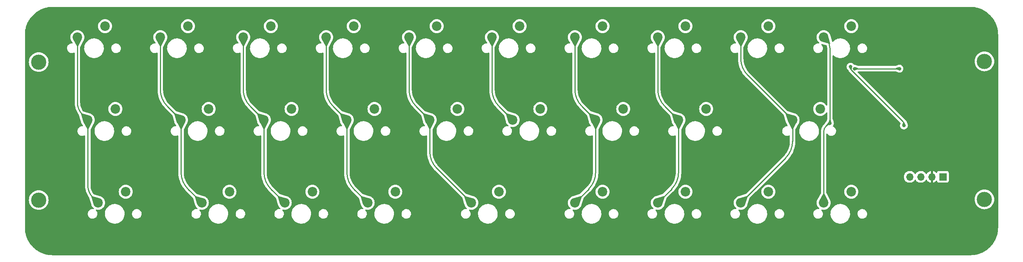
<source format=gbr>
%TF.GenerationSoftware,KiCad,Pcbnew,7.0.7*%
%TF.CreationDate,2023-08-31T12:53:39+10:00*%
%TF.ProjectId,qaz,71617a2e-6b69-4636-9164-5f7063625858,rev?*%
%TF.SameCoordinates,Original*%
%TF.FileFunction,Copper,L1,Top*%
%TF.FilePolarity,Positive*%
%FSLAX46Y46*%
G04 Gerber Fmt 4.6, Leading zero omitted, Abs format (unit mm)*
G04 Created by KiCad (PCBNEW 7.0.7) date 2023-08-31 12:53:39*
%MOMM*%
%LPD*%
G01*
G04 APERTURE LIST*
%TA.AperFunction,ComponentPad*%
%ADD10O,1.700000X1.700000*%
%TD*%
%TA.AperFunction,ComponentPad*%
%ADD11R,1.700000X1.700000*%
%TD*%
%TA.AperFunction,ComponentPad*%
%ADD12C,2.200000*%
%TD*%
%TA.AperFunction,ComponentPad*%
%ADD13C,3.500000*%
%TD*%
%TA.AperFunction,ViaPad*%
%ADD14C,0.800000*%
%TD*%
%TA.AperFunction,Conductor*%
%ADD15C,0.250000*%
%TD*%
G04 APERTURE END LIST*
D10*
%TO.P,J1,4,SDA*%
%TO.N,sda*%
X254085000Y-67305000D03*
%TO.P,J1,3,SCL*%
%TO.N,scl*%
X256625000Y-67305000D03*
%TO.P,J1,2,VCC*%
%TO.N,+3.3V*%
X259165000Y-67305000D03*
D11*
%TO.P,J1,1,GND*%
%TO.N,GND*%
X261705000Y-67305000D03*
%TD*%
D12*
%TO.P,SW24,1,1*%
%TO.N,Net-(D13-A-Pad1)*%
X159702500Y-70739000D03*
%TO.P,SW24,2,2*%
%TO.N,c4*%
X153352500Y-73279000D03*
%TD*%
%TO.P,SW11,1,1*%
%TO.N,Net-(D6-A-Pad1)*%
X71596250Y-51689000D03*
%TO.P,SW11,2,2*%
%TO.N,c0*%
X65246250Y-54229000D03*
%TD*%
%TO.P,SW27,1,1*%
%TO.N,Net-(D15-A-Pad1)*%
X221615000Y-70739000D03*
%TO.P,SW27,2,2*%
%TO.N,c8*%
X215265000Y-73279000D03*
%TD*%
%TO.P,SW19,1,1*%
%TO.N,Net-(D10-A-Pad1)*%
X233521250Y-51689000D03*
%TO.P,SW19,2,2*%
%TO.N,c8*%
X227171250Y-54229000D03*
%TD*%
%TO.P,SW21,1,1*%
%TO.N,Net-(D11-A-Pad2)*%
X97790000Y-70739000D03*
%TO.P,SW21,2,2*%
%TO.N,c1*%
X91440000Y-73279000D03*
%TD*%
D13*
%TO.P,REF\u002A\u002A,1*%
%TO.N,N/C*%
X271250000Y-72500000D03*
%TD*%
D12*
%TO.P,SW5,1,1*%
%TO.N,Net-(D3-A-Pad1)*%
X145415000Y-32639000D03*
%TO.P,SW5,2,2*%
%TO.N,c4*%
X139065000Y-35179000D03*
%TD*%
%TO.P,SW7,1,1*%
%TO.N,Net-(D4-A-Pad1)*%
X183515000Y-32639000D03*
%TO.P,SW7,2,2*%
%TO.N,c6*%
X177165000Y-35179000D03*
%TD*%
D13*
%TO.P,REF\u002A\u002A,1*%
%TO.N,N/C*%
X53975000Y-72644000D03*
%TD*%
D12*
%TO.P,SW1,1,1*%
%TO.N,Net-(D1-A-Pad1)*%
X69215000Y-32639000D03*
%TO.P,SW1,2,2*%
%TO.N,c0*%
X62865000Y-35179000D03*
%TD*%
%TO.P,SW26,1,1*%
%TO.N,Net-(D14-A-Pad2)*%
X202565000Y-70739000D03*
%TO.P,SW26,2,2*%
%TO.N,c7*%
X196215000Y-73279000D03*
%TD*%
%TO.P,SW9,1,1*%
%TO.N,Net-(D5-A-Pad1)*%
X221615000Y-32639000D03*
%TO.P,SW9,2,2*%
%TO.N,c8*%
X215265000Y-35179000D03*
%TD*%
%TO.P,SW18,1,1*%
%TO.N,Net-(D9-A-Pad2)*%
X207327500Y-51689000D03*
%TO.P,SW18,2,2*%
%TO.N,c7*%
X200977500Y-54229000D03*
%TD*%
%TO.P,SW13,1,1*%
%TO.N,Net-(D7-A-Pad1)*%
X112077500Y-51689000D03*
%TO.P,SW13,2,2*%
%TO.N,c2*%
X105727500Y-54229000D03*
%TD*%
%TO.P,SW2,1,1*%
%TO.N,Net-(D1-A-Pad2)*%
X88265000Y-32639000D03*
%TO.P,SW2,2,2*%
%TO.N,c1*%
X81915000Y-35179000D03*
%TD*%
%TO.P,SW12,1,1*%
%TO.N,Net-(D6-A-Pad2)*%
X93027500Y-51689000D03*
%TO.P,SW12,2,2*%
%TO.N,c1*%
X86677500Y-54229000D03*
%TD*%
%TO.P,SW20,1,1*%
%TO.N,Net-(D11-A-Pad1)*%
X73977500Y-70739000D03*
%TO.P,SW20,2,2*%
%TO.N,c0*%
X67627500Y-73279000D03*
%TD*%
%TO.P,SW17,1,1*%
%TO.N,Net-(D9-A-Pad1)*%
X188277500Y-51689000D03*
%TO.P,SW17,2,2*%
%TO.N,c6*%
X181927500Y-54229000D03*
%TD*%
%TO.P,SW28,1,1*%
%TO.N,Net-(D15-A-Pad2)*%
X240665000Y-70739000D03*
%TO.P,SW28,2,2*%
%TO.N,c9*%
X234315000Y-73279000D03*
%TD*%
%TO.P,SW10,1,1*%
%TO.N,Net-(D5-A-Pad2)*%
X240665000Y-32639000D03*
%TO.P,SW10,2,2*%
%TO.N,c9*%
X234315000Y-35179000D03*
%TD*%
%TO.P,SW6,1,1*%
%TO.N,Net-(D3-A-Pad2)*%
X164465000Y-32639000D03*
%TO.P,SW6,2,2*%
%TO.N,c5*%
X158115000Y-35179000D03*
%TD*%
D13*
%TO.P,REF\u002A\u002A,1*%
%TO.N,N/C*%
X53975000Y-40894000D03*
%TD*%
D12*
%TO.P,SW16,1,1*%
%TO.N,Net-(D8-A-Pad2)*%
X169227500Y-51689000D03*
%TO.P,SW16,2,2*%
%TO.N,c5*%
X162877500Y-54229000D03*
%TD*%
%TO.P,SW14,1,1*%
%TO.N,Net-(D7-A-Pad2)*%
X131127500Y-51689000D03*
%TO.P,SW14,2,2*%
%TO.N,c3*%
X124777500Y-54229000D03*
%TD*%
D13*
%TO.P,REF\u002A\u002A,1*%
%TO.N,N/C*%
X271250000Y-40750000D03*
%TD*%
D12*
%TO.P,SW22,1,1*%
%TO.N,Net-(D12-A-Pad1)*%
X116840000Y-70739000D03*
%TO.P,SW22,2,2*%
%TO.N,c2*%
X110490000Y-73279000D03*
%TD*%
%TO.P,SW23,1,1*%
%TO.N,Net-(D12-A-Pad2)*%
X135890000Y-70739000D03*
%TO.P,SW23,2,2*%
%TO.N,c3*%
X129540000Y-73279000D03*
%TD*%
%TO.P,SW3,1,1*%
%TO.N,Net-(D2-A-Pad1)*%
X107315000Y-32639000D03*
%TO.P,SW3,2,2*%
%TO.N,c2*%
X100965000Y-35179000D03*
%TD*%
%TO.P,SW4,1,1*%
%TO.N,Net-(D2-A-Pad2)*%
X126365000Y-32639000D03*
%TO.P,SW4,2,2*%
%TO.N,c3*%
X120015000Y-35179000D03*
%TD*%
%TO.P,SW8,1,1*%
%TO.N,Net-(D4-A-Pad2)*%
X202565000Y-32639000D03*
%TO.P,SW8,2,2*%
%TO.N,c7*%
X196215000Y-35179000D03*
%TD*%
%TO.P,SW15,1,1*%
%TO.N,Net-(D8-A-Pad1)*%
X150177500Y-51689000D03*
%TO.P,SW15,2,2*%
%TO.N,c4*%
X143827500Y-54229000D03*
%TD*%
%TO.P,SW25,1,1*%
%TO.N,Net-(D14-A-Pad1)*%
X183515000Y-70739000D03*
%TO.P,SW25,2,2*%
%TO.N,c6*%
X177165000Y-73279000D03*
%TD*%
D14*
%TO.N,r0*%
X240500000Y-41983500D03*
X252750000Y-55500000D03*
%TO.N,c0*%
X241422701Y-42433500D03*
X251714000Y-42418000D03*
%TO.N,c9*%
X235750000Y-54953500D03*
%TO.N,+3.3V*%
X265938000Y-39878000D03*
%TD*%
D15*
%TO.N,r0*%
X252750000Y-55500000D02*
X252750000Y-55143052D01*
X240695375Y-42731479D02*
X252497599Y-54533703D01*
X240500000Y-42259802D02*
X240500000Y-41983500D01*
X252750048Y-55143052D02*
G75*
G03*
X252497599Y-54533703I-861748J-48D01*
G01*
X240500013Y-42259802D02*
G75*
G03*
X240695375Y-42731479I667087J2D01*
G01*
%TO.N,c0*%
X66436875Y-72088375D02*
X67627500Y-73279000D01*
X241430451Y-42425750D02*
X241422701Y-42433500D01*
X241449161Y-42418000D02*
X241554000Y-42418000D01*
X62865000Y-50163951D02*
X62865000Y-35179000D01*
X251714000Y-42418000D02*
X241449161Y-42418000D01*
X64055625Y-53038375D02*
X65246250Y-54229000D01*
X65246250Y-69213951D02*
X65246250Y-54229000D01*
X241449161Y-42418000D02*
G75*
G02*
X241449161Y-42418000I0J0D01*
G01*
X241449161Y-42417985D02*
G75*
G03*
X241430452Y-42425751I39J-26515D01*
G01*
X62865000Y-50163951D02*
G75*
G03*
X64055626Y-53038374I4065050J1D01*
G01*
X241449161Y-42417985D02*
G75*
G03*
X241430452Y-42425751I39J-26515D01*
G01*
X65246250Y-69213951D02*
G75*
G03*
X66436876Y-72088374I4065050J1D01*
G01*
%TO.N,c1*%
X88271292Y-70110292D02*
X91440000Y-73279000D01*
X83508792Y-51060292D02*
X86677500Y-54229000D01*
X81915000Y-47212536D02*
X81915000Y-35179000D01*
X86677500Y-66262536D02*
X86677500Y-54229000D01*
X86677490Y-66262536D02*
G75*
G03*
X88271293Y-70110291I5441610J36D01*
G01*
X81914990Y-47212536D02*
G75*
G03*
X83508793Y-51060291I5441610J36D01*
G01*
%TO.N,c2*%
X105727500Y-54229000D02*
X105727500Y-66262536D01*
X107321292Y-70110292D02*
X110490000Y-73279000D01*
X105727500Y-54229000D02*
X102558792Y-51060292D01*
X100965000Y-47212536D02*
X100965000Y-35179000D01*
X105727490Y-66262536D02*
G75*
G03*
X107321293Y-70110291I5441610J36D01*
G01*
X100964990Y-47212536D02*
G75*
G03*
X102558793Y-51060291I5441610J36D01*
G01*
%TO.N,c3*%
X121608792Y-51060292D02*
X124777500Y-54229000D01*
X126371292Y-70110292D02*
X129540000Y-73279000D01*
X124777500Y-66262536D02*
X124777500Y-54229000D01*
X120015000Y-47212536D02*
X120015000Y-35179000D01*
X124777490Y-66262536D02*
G75*
G03*
X126371293Y-70110291I5441610J36D01*
G01*
X120014990Y-47212536D02*
G75*
G03*
X121608793Y-51060291I5441610J36D01*
G01*
%TO.N,c4*%
X140658792Y-51060292D02*
X143827500Y-54229000D01*
X139065000Y-47212536D02*
X139065000Y-35179000D01*
X143827500Y-61500036D02*
X143827500Y-54229000D01*
X145421292Y-65347792D02*
X153352500Y-73279000D01*
X139064990Y-47212536D02*
G75*
G03*
X140658793Y-51060291I5441610J36D01*
G01*
X143827490Y-61500036D02*
G75*
G03*
X145421293Y-65347791I5441610J36D01*
G01*
%TO.N,c5*%
X159708792Y-51060292D02*
X162877500Y-54229000D01*
X158115000Y-47212536D02*
X158115000Y-35179000D01*
X158114990Y-47212536D02*
G75*
G03*
X159708793Y-51060291I5441610J36D01*
G01*
%TO.N,c6*%
X177165000Y-47212536D02*
X177165000Y-35179000D01*
X178758792Y-51060292D02*
X181927500Y-54229000D01*
X180333707Y-70110292D02*
X177165000Y-73279000D01*
X181927500Y-54229000D02*
X181927500Y-66262536D01*
X180333700Y-70110285D02*
G75*
G03*
X181927500Y-66262536I-3847800J3847785D01*
G01*
X177164990Y-47212536D02*
G75*
G03*
X178758793Y-51060291I5441610J36D01*
G01*
%TO.N,c7*%
X200977500Y-54229000D02*
X200977500Y-66262536D01*
X196215000Y-47212536D02*
X196215000Y-35179000D01*
X200977500Y-54229000D02*
X197808792Y-51060292D01*
X199383707Y-70110292D02*
X196215000Y-73279000D01*
X196214990Y-47212536D02*
G75*
G03*
X197808793Y-51060291I5441610J36D01*
G01*
X199383700Y-70110285D02*
G75*
G03*
X200977500Y-66262536I-3847800J3847785D01*
G01*
%TO.N,c8*%
X227171250Y-59118786D02*
X227171250Y-54229000D01*
X225577457Y-62966542D02*
X215265000Y-73279000D01*
X215265000Y-40068786D02*
X215265000Y-35179000D01*
X216858792Y-43916542D02*
X227171250Y-54229000D01*
X215265025Y-40068786D02*
G75*
G03*
X216858792Y-43916542I5441575J-14D01*
G01*
X225577464Y-62966549D02*
G75*
G03*
X227171250Y-59118786I-3847764J3847749D01*
G01*
%TO.N,c9*%
X235635919Y-54953500D02*
X235750000Y-54953500D01*
X235750000Y-37628698D02*
X235750000Y-54953500D01*
X234918418Y-55556918D02*
X235441170Y-55034167D01*
X235032500Y-35896500D02*
X234315000Y-35179000D01*
X234315000Y-57013701D02*
X234315000Y-73279000D01*
X235635919Y-54953509D02*
G75*
G03*
X235441171Y-55034168I-19J-275391D01*
G01*
X235750000Y-37628698D02*
G75*
G03*
X235032499Y-35896501I-2449700J-2D01*
G01*
X234918419Y-55556919D02*
G75*
G03*
X234315000Y-57013701I1456781J-1456781D01*
G01*
%TD*%
%TA.AperFunction,Conductor*%
%TO.N,c9*%
G36*
X235337699Y-34809508D02*
G01*
X235343749Y-34816110D01*
X235344008Y-34816911D01*
X235870764Y-36669703D01*
X235869730Y-36678598D01*
X235862710Y-36684157D01*
X235859510Y-36684603D01*
X235626624Y-36684603D01*
X235623436Y-36684160D01*
X233917496Y-36200987D01*
X233910469Y-36195436D01*
X233909427Y-36186542D01*
X233909823Y-36185381D01*
X234313052Y-35182841D01*
X234319318Y-35176446D01*
X234319867Y-35176228D01*
X235328755Y-34809116D01*
X235337699Y-34809508D01*
G37*
%TD.AperFunction*%
%TD*%
%TA.AperFunction,Conductor*%
%TO.N,c8*%
G36*
X216663714Y-71708601D02*
G01*
X216666518Y-71710671D01*
X216833328Y-71877481D01*
X216836755Y-71885754D01*
X216836236Y-71889200D01*
X216290663Y-73659281D01*
X216284951Y-73666178D01*
X216276036Y-73667016D01*
X216275299Y-73666762D01*
X215664126Y-73432779D01*
X215269168Y-73281573D01*
X215262668Y-73275415D01*
X215262436Y-73274856D01*
X214877236Y-72268698D01*
X214877479Y-72259748D01*
X214883980Y-72253589D01*
X214884684Y-72253346D01*
X216654801Y-71707763D01*
X216663714Y-71708601D01*
G37*
%TD.AperFunction*%
%TD*%
%TA.AperFunction,Conductor*%
%TO.N,c8*%
G36*
X215269737Y-35180114D02*
G01*
X216253578Y-35619199D01*
X216259737Y-35625700D01*
X216259494Y-35634651D01*
X216259153Y-35635352D01*
X215393295Y-37272769D01*
X215386398Y-37278481D01*
X215382952Y-37279000D01*
X215147048Y-37279000D01*
X215138775Y-37275573D01*
X215136705Y-37272769D01*
X214270846Y-35635352D01*
X214270008Y-35626437D01*
X214275720Y-35619540D01*
X214276400Y-35619209D01*
X215260234Y-35180126D01*
X215269183Y-35179884D01*
X215269737Y-35180114D01*
G37*
%TD.AperFunction*%
%TD*%
%TA.AperFunction,Conductor*%
%TO.N,c3*%
G36*
X120019737Y-35180114D02*
G01*
X121003578Y-35619199D01*
X121009737Y-35625700D01*
X121009494Y-35634651D01*
X121009153Y-35635352D01*
X120143295Y-37272769D01*
X120136398Y-37278481D01*
X120132952Y-37279000D01*
X119897048Y-37279000D01*
X119888775Y-37275573D01*
X119886705Y-37272769D01*
X119020846Y-35635352D01*
X119020008Y-35626437D01*
X119025720Y-35619540D01*
X119026400Y-35619209D01*
X120010234Y-35180126D01*
X120019183Y-35179884D01*
X120019737Y-35180114D01*
G37*
%TD.AperFunction*%
%TD*%
%TA.AperFunction,Conductor*%
%TO.N,c5*%
G36*
X161487694Y-52657762D02*
G01*
X163257782Y-53203336D01*
X163264678Y-53209047D01*
X163265516Y-53217962D01*
X163265262Y-53218699D01*
X162880074Y-54224830D01*
X162873915Y-54231331D01*
X162873330Y-54231574D01*
X161867199Y-54616762D01*
X161858248Y-54616519D01*
X161852089Y-54610018D01*
X161851843Y-54609304D01*
X161306263Y-52839197D01*
X161307101Y-52830285D01*
X161309168Y-52827484D01*
X161475982Y-52660670D01*
X161484254Y-52657244D01*
X161487694Y-52657762D01*
G37*
%TD.AperFunction*%
%TD*%
%TA.AperFunction,Conductor*%
%TO.N,c0*%
G36*
X63856444Y-52657762D02*
G01*
X65626532Y-53203336D01*
X65633428Y-53209047D01*
X65634266Y-53217962D01*
X65634012Y-53218699D01*
X65248824Y-54224830D01*
X65242665Y-54231331D01*
X65242080Y-54231574D01*
X64235949Y-54616762D01*
X64226998Y-54616519D01*
X64220839Y-54610018D01*
X64220593Y-54609304D01*
X63675013Y-52839197D01*
X63675851Y-52830285D01*
X63677918Y-52827484D01*
X63844732Y-52660670D01*
X63853004Y-52657244D01*
X63856444Y-52657762D01*
G37*
%TD.AperFunction*%
%TD*%
%TA.AperFunction,Conductor*%
%TO.N,c3*%
G36*
X123387694Y-52657762D02*
G01*
X125157782Y-53203336D01*
X125164678Y-53209047D01*
X125165516Y-53217962D01*
X125165262Y-53218699D01*
X124780074Y-54224830D01*
X124773915Y-54231331D01*
X124773330Y-54231574D01*
X123767199Y-54616762D01*
X123758248Y-54616519D01*
X123752089Y-54610018D01*
X123751843Y-54609304D01*
X123206263Y-52839197D01*
X123207101Y-52830285D01*
X123209168Y-52827484D01*
X123375982Y-52660670D01*
X123384254Y-52657244D01*
X123387694Y-52657762D01*
G37*
%TD.AperFunction*%
%TD*%
%TA.AperFunction,Conductor*%
%TO.N,c4*%
G36*
X151962694Y-71707762D02*
G01*
X153732782Y-72253336D01*
X153739678Y-72259047D01*
X153740516Y-72267962D01*
X153740262Y-72268699D01*
X153355074Y-73274830D01*
X153348915Y-73281331D01*
X153348330Y-73281574D01*
X152342199Y-73666762D01*
X152333248Y-73666519D01*
X152327089Y-73660018D01*
X152326843Y-73659304D01*
X151781263Y-71889197D01*
X151782101Y-71880285D01*
X151784168Y-71877484D01*
X151950982Y-71710670D01*
X151959254Y-71707244D01*
X151962694Y-71707762D01*
G37*
%TD.AperFunction*%
%TD*%
%TA.AperFunction,Conductor*%
%TO.N,c3*%
G36*
X128150194Y-71707762D02*
G01*
X129920282Y-72253336D01*
X129927178Y-72259047D01*
X129928016Y-72267962D01*
X129927762Y-72268699D01*
X129542574Y-73274830D01*
X129536415Y-73281331D01*
X129535830Y-73281574D01*
X128529699Y-73666762D01*
X128520748Y-73666519D01*
X128514589Y-73660018D01*
X128514343Y-73659304D01*
X127968763Y-71889197D01*
X127969601Y-71880285D01*
X127971668Y-71877484D01*
X128138482Y-71710670D01*
X128146754Y-71707244D01*
X128150194Y-71707762D01*
G37*
%TD.AperFunction*%
%TD*%
%TA.AperFunction,Conductor*%
%TO.N,c4*%
G36*
X139069737Y-35180114D02*
G01*
X140053578Y-35619199D01*
X140059737Y-35625700D01*
X140059494Y-35634651D01*
X140059153Y-35635352D01*
X139193295Y-37272769D01*
X139186398Y-37278481D01*
X139182952Y-37279000D01*
X138947048Y-37279000D01*
X138938775Y-37275573D01*
X138936705Y-37272769D01*
X138070846Y-35635352D01*
X138070008Y-35626437D01*
X138075720Y-35619540D01*
X138076400Y-35619209D01*
X139060234Y-35180126D01*
X139069183Y-35179884D01*
X139069737Y-35180114D01*
G37*
%TD.AperFunction*%
%TD*%
%TA.AperFunction,Conductor*%
%TO.N,c0*%
G36*
X242211841Y-42290233D02*
G01*
X242218486Y-42296233D01*
X242219618Y-42301255D01*
X242219618Y-42535106D01*
X242216191Y-42543379D01*
X242212300Y-42545955D01*
X241586502Y-42798718D01*
X241577547Y-42798638D01*
X241571321Y-42792371D01*
X241547688Y-42735688D01*
X241423576Y-42437999D01*
X241423556Y-42429050D01*
X241571505Y-42074186D01*
X241577852Y-42067869D01*
X241586225Y-42067666D01*
X242211841Y-42290233D01*
G37*
%TD.AperFunction*%
%TD*%
%TA.AperFunction,Conductor*%
%TO.N,r0*%
G36*
X240506536Y-41985801D02*
G01*
X240860522Y-42132822D01*
X240866848Y-42139160D01*
X240867464Y-42146125D01*
X240840552Y-42269265D01*
X240839932Y-42271242D01*
X240837657Y-42276736D01*
X240837657Y-42276737D01*
X240835774Y-42291032D01*
X240835689Y-42291517D01*
X240764055Y-42619300D01*
X240760898Y-42625075D01*
X240596455Y-42789518D01*
X240588182Y-42792945D01*
X240579909Y-42789518D01*
X240578569Y-42787914D01*
X240222706Y-42274351D01*
X240220811Y-42265599D01*
X240224027Y-42259438D01*
X240493759Y-41988353D01*
X240502022Y-41984907D01*
X240506536Y-41985801D01*
G37*
%TD.AperFunction*%
%TD*%
%TA.AperFunction,Conductor*%
%TO.N,c8*%
G36*
X225781444Y-52657762D02*
G01*
X227551532Y-53203336D01*
X227558428Y-53209047D01*
X227559266Y-53217962D01*
X227559012Y-53218699D01*
X227173824Y-54224830D01*
X227167665Y-54231331D01*
X227167080Y-54231574D01*
X226160949Y-54616762D01*
X226151998Y-54616519D01*
X226145839Y-54610018D01*
X226145593Y-54609304D01*
X225600013Y-52839197D01*
X225600851Y-52830285D01*
X225602918Y-52827484D01*
X225769732Y-52660670D01*
X225778004Y-52657244D01*
X225781444Y-52657762D01*
G37*
%TD.AperFunction*%
%TD*%
%TA.AperFunction,Conductor*%
%TO.N,c3*%
G36*
X124782250Y-54230120D02*
G01*
X125766077Y-54669199D01*
X125772236Y-54675700D01*
X125771993Y-54684651D01*
X125771652Y-54685352D01*
X124905795Y-56322769D01*
X124898898Y-56328481D01*
X124895452Y-56329000D01*
X124659548Y-56329000D01*
X124651275Y-56325573D01*
X124649205Y-56322769D01*
X123783346Y-54685352D01*
X123782508Y-54676437D01*
X123788220Y-54669540D01*
X123788900Y-54669209D01*
X124772734Y-54230126D01*
X124781682Y-54229884D01*
X124782250Y-54230120D01*
G37*
%TD.AperFunction*%
%TD*%
%TA.AperFunction,Conductor*%
%TO.N,c6*%
G36*
X178563714Y-71708601D02*
G01*
X178566518Y-71710671D01*
X178733328Y-71877481D01*
X178736755Y-71885754D01*
X178736236Y-71889200D01*
X178190663Y-73659281D01*
X178184951Y-73666178D01*
X178176036Y-73667016D01*
X178175299Y-73666762D01*
X177564126Y-73432779D01*
X177169168Y-73281573D01*
X177162668Y-73275415D01*
X177162436Y-73274856D01*
X176777236Y-72268698D01*
X176777479Y-72259748D01*
X176783980Y-72253589D01*
X176784684Y-72253346D01*
X178554801Y-71707763D01*
X178563714Y-71708601D01*
G37*
%TD.AperFunction*%
%TD*%
%TA.AperFunction,Conductor*%
%TO.N,c4*%
G36*
X142437694Y-52657762D02*
G01*
X144207782Y-53203336D01*
X144214678Y-53209047D01*
X144215516Y-53217962D01*
X144215262Y-53218699D01*
X143830074Y-54224830D01*
X143823915Y-54231331D01*
X143823330Y-54231574D01*
X142817199Y-54616762D01*
X142808248Y-54616519D01*
X142802089Y-54610018D01*
X142801843Y-54609304D01*
X142256263Y-52839197D01*
X142257101Y-52830285D01*
X142259168Y-52827484D01*
X142425982Y-52660670D01*
X142434254Y-52657244D01*
X142437694Y-52657762D01*
G37*
%TD.AperFunction*%
%TD*%
%TA.AperFunction,Conductor*%
%TO.N,c0*%
G36*
X251559294Y-42052728D02*
G01*
X251565280Y-42058890D01*
X251713123Y-42413497D01*
X251713144Y-42422451D01*
X251713123Y-42422501D01*
X251565280Y-42777109D01*
X251558933Y-42783427D01*
X251550344Y-42783551D01*
X250921563Y-42545858D01*
X250915036Y-42539727D01*
X250914000Y-42534914D01*
X250914000Y-42301085D01*
X250917427Y-42292812D01*
X250921563Y-42290141D01*
X251550345Y-42052448D01*
X251559294Y-42052728D01*
G37*
%TD.AperFunction*%
%TD*%
%TA.AperFunction,Conductor*%
%TO.N,r0*%
G36*
X252782390Y-54648489D02*
G01*
X252784658Y-54651685D01*
X253114193Y-55335802D01*
X253114696Y-55344742D01*
X253108729Y-55351420D01*
X253108154Y-55351678D01*
X252755200Y-55498833D01*
X252746246Y-55498854D01*
X252746210Y-55498839D01*
X252391231Y-55351405D01*
X252384905Y-55345067D01*
X252384905Y-55336136D01*
X252599838Y-54815758D01*
X252602374Y-54811959D01*
X252765845Y-54648488D01*
X252774117Y-54645062D01*
X252782390Y-54648489D01*
G37*
%TD.AperFunction*%
%TD*%
%TA.AperFunction,Conductor*%
%TO.N,c5*%
G36*
X158119737Y-35180114D02*
G01*
X159103578Y-35619199D01*
X159109737Y-35625700D01*
X159109494Y-35634651D01*
X159109153Y-35635352D01*
X158243295Y-37272769D01*
X158236398Y-37278481D01*
X158232952Y-37279000D01*
X157997048Y-37279000D01*
X157988775Y-37275573D01*
X157986705Y-37272769D01*
X157120846Y-35635352D01*
X157120008Y-35626437D01*
X157125720Y-35619540D01*
X157126400Y-35619209D01*
X158110234Y-35180126D01*
X158119183Y-35179884D01*
X158119737Y-35180114D01*
G37*
%TD.AperFunction*%
%TD*%
%TA.AperFunction,Conductor*%
%TO.N,c7*%
G36*
X199587694Y-52657762D02*
G01*
X201357782Y-53203336D01*
X201364678Y-53209047D01*
X201365516Y-53217962D01*
X201365262Y-53218699D01*
X200980074Y-54224830D01*
X200973915Y-54231331D01*
X200973330Y-54231574D01*
X199967199Y-54616762D01*
X199958248Y-54616519D01*
X199952089Y-54610018D01*
X199951843Y-54609304D01*
X199406263Y-52839197D01*
X199407101Y-52830285D01*
X199409168Y-52827484D01*
X199575982Y-52660670D01*
X199584254Y-52657244D01*
X199587694Y-52657762D01*
G37*
%TD.AperFunction*%
%TD*%
%TA.AperFunction,Conductor*%
%TO.N,c8*%
G36*
X227175987Y-54230114D02*
G01*
X228159828Y-54669199D01*
X228165987Y-54675700D01*
X228165744Y-54684651D01*
X228165403Y-54685352D01*
X227299545Y-56322769D01*
X227292648Y-56328481D01*
X227289202Y-56329000D01*
X227053298Y-56329000D01*
X227045025Y-56325573D01*
X227042955Y-56322769D01*
X226177096Y-54685352D01*
X226176258Y-54676437D01*
X226181970Y-54669540D01*
X226182650Y-54669209D01*
X227166484Y-54230126D01*
X227175433Y-54229884D01*
X227175987Y-54230114D01*
G37*
%TD.AperFunction*%
%TD*%
%TA.AperFunction,Conductor*%
%TO.N,c7*%
G36*
X197613714Y-71708601D02*
G01*
X197616518Y-71710671D01*
X197783328Y-71877481D01*
X197786755Y-71885754D01*
X197786236Y-71889200D01*
X197240663Y-73659281D01*
X197234951Y-73666178D01*
X197226036Y-73667016D01*
X197225299Y-73666762D01*
X196614126Y-73432779D01*
X196219168Y-73281573D01*
X196212668Y-73275415D01*
X196212436Y-73274856D01*
X195827236Y-72268698D01*
X195827479Y-72259748D01*
X195833980Y-72253589D01*
X195834684Y-72253346D01*
X197604801Y-71707763D01*
X197613714Y-71708601D01*
G37*
%TD.AperFunction*%
%TD*%
%TA.AperFunction,Conductor*%
%TO.N,c0*%
G36*
X66237694Y-71707762D02*
G01*
X68007782Y-72253336D01*
X68014678Y-72259047D01*
X68015516Y-72267962D01*
X68015262Y-72268699D01*
X67630074Y-73274830D01*
X67623915Y-73281331D01*
X67623330Y-73281574D01*
X66617199Y-73666762D01*
X66608248Y-73666519D01*
X66602089Y-73660018D01*
X66601843Y-73659304D01*
X66056263Y-71889197D01*
X66057101Y-71880285D01*
X66059168Y-71877484D01*
X66225982Y-71710670D01*
X66234254Y-71707244D01*
X66237694Y-71707762D01*
G37*
%TD.AperFunction*%
%TD*%
%TA.AperFunction,Conductor*%
%TO.N,c6*%
G36*
X181932237Y-54230114D02*
G01*
X182916078Y-54669199D01*
X182922237Y-54675700D01*
X182921994Y-54684651D01*
X182921653Y-54685352D01*
X182055795Y-56322769D01*
X182048898Y-56328481D01*
X182045452Y-56329000D01*
X181809548Y-56329000D01*
X181801275Y-56325573D01*
X181799205Y-56322769D01*
X180933346Y-54685352D01*
X180932508Y-54676437D01*
X180938220Y-54669540D01*
X180938900Y-54669209D01*
X181922734Y-54230126D01*
X181931683Y-54229884D01*
X181932237Y-54230114D01*
G37*
%TD.AperFunction*%
%TD*%
%TA.AperFunction,Conductor*%
%TO.N,c4*%
G36*
X143832237Y-54230114D02*
G01*
X144816078Y-54669199D01*
X144822237Y-54675700D01*
X144821994Y-54684651D01*
X144821653Y-54685352D01*
X143955795Y-56322769D01*
X143948898Y-56328481D01*
X143945452Y-56329000D01*
X143709548Y-56329000D01*
X143701275Y-56325573D01*
X143699205Y-56322769D01*
X142833346Y-54685352D01*
X142832508Y-54676437D01*
X142838220Y-54669540D01*
X142838900Y-54669209D01*
X143822734Y-54230126D01*
X143831683Y-54229884D01*
X143832237Y-54230114D01*
G37*
%TD.AperFunction*%
%TD*%
%TA.AperFunction,Conductor*%
%TO.N,c0*%
G36*
X62869737Y-35180114D02*
G01*
X63853578Y-35619199D01*
X63859737Y-35625700D01*
X63859494Y-35634651D01*
X63859153Y-35635352D01*
X62993295Y-37272769D01*
X62986398Y-37278481D01*
X62982952Y-37279000D01*
X62747048Y-37279000D01*
X62738775Y-37275573D01*
X62736705Y-37272769D01*
X61870846Y-35635352D01*
X61870008Y-35626437D01*
X61875720Y-35619540D01*
X61876400Y-35619209D01*
X62860234Y-35180126D01*
X62869183Y-35179884D01*
X62869737Y-35180114D01*
G37*
%TD.AperFunction*%
%TD*%
%TA.AperFunction,Conductor*%
%TO.N,c2*%
G36*
X104337694Y-52657762D02*
G01*
X106107782Y-53203336D01*
X106114678Y-53209047D01*
X106115516Y-53217962D01*
X106115262Y-53218699D01*
X105730074Y-54224830D01*
X105723915Y-54231331D01*
X105723330Y-54231574D01*
X104717199Y-54616762D01*
X104708248Y-54616519D01*
X104702089Y-54610018D01*
X104701843Y-54609304D01*
X104156263Y-52839197D01*
X104157101Y-52830285D01*
X104159168Y-52827484D01*
X104325982Y-52660670D01*
X104334254Y-52657244D01*
X104337694Y-52657762D01*
G37*
%TD.AperFunction*%
%TD*%
%TA.AperFunction,Conductor*%
%TO.N,c7*%
G36*
X200982237Y-54230114D02*
G01*
X201966078Y-54669199D01*
X201972237Y-54675700D01*
X201971994Y-54684651D01*
X201971653Y-54685352D01*
X201105795Y-56322769D01*
X201098898Y-56328481D01*
X201095452Y-56329000D01*
X200859548Y-56329000D01*
X200851275Y-56325573D01*
X200849205Y-56322769D01*
X199983346Y-54685352D01*
X199982508Y-54676437D01*
X199988220Y-54669540D01*
X199988900Y-54669209D01*
X200972734Y-54230126D01*
X200981683Y-54229884D01*
X200982237Y-54230114D01*
G37*
%TD.AperFunction*%
%TD*%
%TA.AperFunction,Conductor*%
%TO.N,c6*%
G36*
X177169737Y-35180114D02*
G01*
X178153578Y-35619199D01*
X178159737Y-35625700D01*
X178159494Y-35634651D01*
X178159153Y-35635352D01*
X177293295Y-37272769D01*
X177286398Y-37278481D01*
X177282952Y-37279000D01*
X177047048Y-37279000D01*
X177038775Y-37275573D01*
X177036705Y-37272769D01*
X176170846Y-35635352D01*
X176170008Y-35626437D01*
X176175720Y-35619540D01*
X176176400Y-35619209D01*
X177160234Y-35180126D01*
X177169183Y-35179884D01*
X177169737Y-35180114D01*
G37*
%TD.AperFunction*%
%TD*%
%TA.AperFunction,Conductor*%
%TO.N,c9*%
G36*
X234441225Y-71182427D02*
G01*
X234443295Y-71185231D01*
X235309153Y-72822646D01*
X235309991Y-72831561D01*
X235304279Y-72838458D01*
X235303578Y-72838799D01*
X234319768Y-73277872D01*
X234310817Y-73278115D01*
X234310232Y-73277872D01*
X233326421Y-72838799D01*
X233320262Y-72832298D01*
X233320505Y-72823347D01*
X233320846Y-72822646D01*
X234186705Y-71185231D01*
X234193602Y-71179519D01*
X234197048Y-71179000D01*
X234432952Y-71179000D01*
X234441225Y-71182427D01*
G37*
%TD.AperFunction*%
%TD*%
%TA.AperFunction,Conductor*%
%TO.N,c2*%
G36*
X109100194Y-71707762D02*
G01*
X110870282Y-72253336D01*
X110877178Y-72259047D01*
X110878016Y-72267962D01*
X110877762Y-72268699D01*
X110492574Y-73274830D01*
X110486415Y-73281331D01*
X110485830Y-73281574D01*
X109479699Y-73666762D01*
X109470748Y-73666519D01*
X109464589Y-73660018D01*
X109464343Y-73659304D01*
X108918763Y-71889197D01*
X108919601Y-71880285D01*
X108921668Y-71877484D01*
X109088482Y-71710670D01*
X109096754Y-71707244D01*
X109100194Y-71707762D01*
G37*
%TD.AperFunction*%
%TD*%
%TA.AperFunction,Conductor*%
%TO.N,c9*%
G36*
X235475465Y-54679097D02*
G01*
X235476749Y-54680202D01*
X235528908Y-54732100D01*
X235749035Y-54951130D01*
X235751603Y-54954972D01*
X235897675Y-55309935D01*
X235897654Y-55318889D01*
X235891307Y-55325207D01*
X235889168Y-55325856D01*
X235190205Y-55466818D01*
X235181418Y-55465094D01*
X235179619Y-55463622D01*
X235014412Y-55298415D01*
X235010985Y-55290142D01*
X235013285Y-55283176D01*
X235256482Y-54954972D01*
X235459099Y-54681530D01*
X235466777Y-54676924D01*
X235475465Y-54679097D01*
G37*
%TD.AperFunction*%
%TD*%
%TA.AperFunction,Conductor*%
%TO.N,c9*%
G36*
X235875188Y-54156927D02*
G01*
X235877859Y-54161063D01*
X236115551Y-54789844D01*
X236115271Y-54798794D01*
X236109109Y-54804780D01*
X235754501Y-54952623D01*
X235745548Y-54952643D01*
X235584555Y-54885523D01*
X235390890Y-54804780D01*
X235384572Y-54798433D01*
X235384448Y-54789845D01*
X235622141Y-54161062D01*
X235628272Y-54154536D01*
X235633085Y-54153500D01*
X235866915Y-54153500D01*
X235875188Y-54156927D01*
G37*
%TD.AperFunction*%
%TD*%
%TA.AperFunction,Conductor*%
%TO.N,c2*%
G36*
X105732250Y-54230120D02*
G01*
X106716078Y-54669199D01*
X106722237Y-54675700D01*
X106721994Y-54684651D01*
X106721653Y-54685352D01*
X105855795Y-56322769D01*
X105848898Y-56328481D01*
X105845452Y-56329000D01*
X105609548Y-56329000D01*
X105601275Y-56325573D01*
X105599205Y-56322769D01*
X104733345Y-54685352D01*
X104732507Y-54676437D01*
X104738219Y-54669540D01*
X104738898Y-54669209D01*
X105722734Y-54230126D01*
X105731682Y-54229884D01*
X105732250Y-54230120D01*
G37*
%TD.AperFunction*%
%TD*%
%TA.AperFunction,Conductor*%
%TO.N,+3.3V*%
G36*
X268311281Y-28204205D02*
G01*
X268529800Y-28212802D01*
X268534276Y-28213142D01*
X268782882Y-28241153D01*
X269013390Y-28268434D01*
X269017571Y-28269076D01*
X269262365Y-28315393D01*
X269491281Y-28360926D01*
X269495135Y-28361825D01*
X269735478Y-28426224D01*
X269960587Y-28489711D01*
X269964186Y-28490846D01*
X270198841Y-28572954D01*
X270418669Y-28654052D01*
X270421982Y-28655384D01*
X270649769Y-28754766D01*
X270862833Y-28852989D01*
X270865791Y-28854452D01*
X271085515Y-28970579D01*
X271290367Y-29085301D01*
X271293038Y-29086886D01*
X271503527Y-29219145D01*
X271698870Y-29349668D01*
X271701224Y-29351322D01*
X271901281Y-29498970D01*
X272086952Y-29645339D01*
X272276492Y-29808451D01*
X272450127Y-29968957D01*
X272531536Y-30050366D01*
X272626918Y-30145748D01*
X272787439Y-30319397D01*
X272950532Y-30508914D01*
X273096914Y-30694597D01*
X273244554Y-30894642D01*
X273246220Y-30897014D01*
X273376749Y-31092364D01*
X273402348Y-31133103D01*
X273508996Y-31302835D01*
X273510594Y-31305526D01*
X273625302Y-31510351D01*
X273741425Y-31730067D01*
X273742915Y-31733081D01*
X273841114Y-31946089D01*
X273940500Y-32173884D01*
X273941842Y-32177219D01*
X274022923Y-32396998D01*
X274105034Y-32631657D01*
X274106186Y-32635306D01*
X274169673Y-32860412D01*
X274234060Y-33100706D01*
X274234976Y-33104635D01*
X274280507Y-33333538D01*
X274287002Y-33367859D01*
X274326813Y-33578271D01*
X274327464Y-33582511D01*
X274354737Y-33812933D01*
X274382752Y-34061579D01*
X274383094Y-34066087D01*
X274391963Y-34291805D01*
X274401372Y-34543251D01*
X274401372Y-78994000D01*
X274391066Y-79269419D01*
X274383150Y-79471164D01*
X274382808Y-79475676D01*
X274353581Y-79735071D01*
X274327588Y-79954675D01*
X274326937Y-79958915D01*
X274279353Y-80210408D01*
X274235172Y-80432516D01*
X274234251Y-80436468D01*
X274168549Y-80681673D01*
X274106456Y-80901836D01*
X274105304Y-80905485D01*
X274021810Y-81144098D01*
X273942200Y-81359889D01*
X273940858Y-81363224D01*
X273840006Y-81594379D01*
X273743380Y-81803978D01*
X273741890Y-81806993D01*
X273624194Y-82029685D01*
X273511158Y-82231520D01*
X273509561Y-82234211D01*
X273375666Y-82447306D01*
X273246901Y-82640014D01*
X273245235Y-82642386D01*
X273095848Y-82844798D01*
X272951368Y-83028071D01*
X272786377Y-83219793D01*
X272627917Y-83391213D01*
X272449091Y-83570037D01*
X272277666Y-83728500D01*
X272085956Y-83893480D01*
X271902681Y-84037961D01*
X271700260Y-84187354D01*
X271697889Y-84189020D01*
X271505188Y-84317778D01*
X271292095Y-84451671D01*
X271289404Y-84453269D01*
X271087546Y-84566315D01*
X270864883Y-84683994D01*
X270861869Y-84685484D01*
X270652239Y-84782125D01*
X270421104Y-84882967D01*
X270417769Y-84884308D01*
X270201976Y-84963918D01*
X269963348Y-85047416D01*
X269959700Y-85048567D01*
X269739602Y-85110641D01*
X269494333Y-85176360D01*
X269490384Y-85177281D01*
X269343772Y-85206443D01*
X269268292Y-85221457D01*
X269016809Y-85269038D01*
X269012569Y-85269689D01*
X268792829Y-85295697D01*
X268533538Y-85324912D01*
X268529029Y-85325254D01*
X268333633Y-85332930D01*
X268051112Y-85343500D01*
X57150000Y-85343500D01*
X56883185Y-85333516D01*
X56672460Y-85325237D01*
X56667951Y-85324894D01*
X56414014Y-85296283D01*
X56188917Y-85269640D01*
X56184677Y-85268989D01*
X55936599Y-85222051D01*
X55834231Y-85201689D01*
X55711071Y-85177191D01*
X55707118Y-85176270D01*
X55464402Y-85111234D01*
X55241735Y-85048436D01*
X55238086Y-85047285D01*
X55001472Y-84964490D01*
X54784128Y-84884308D01*
X54783660Y-84884135D01*
X54780333Y-84882796D01*
X54550873Y-84782684D01*
X54404309Y-84715118D01*
X54339530Y-84685254D01*
X54336542Y-84683777D01*
X54220250Y-84622314D01*
X54115343Y-84566869D01*
X53911993Y-84452988D01*
X53909302Y-84451390D01*
X53697525Y-84318322D01*
X53503503Y-84188680D01*
X53501131Y-84187014D01*
X53299892Y-84038492D01*
X53173287Y-83938685D01*
X53115421Y-83893067D01*
X52924801Y-83729026D01*
X52752268Y-83569538D01*
X52574461Y-83391731D01*
X52414973Y-83219198D01*
X52250927Y-83028573D01*
X52182910Y-82942293D01*
X52105507Y-82844107D01*
X51956984Y-82642867D01*
X51955318Y-82640495D01*
X51825677Y-82446474D01*
X51692587Y-82234662D01*
X51691023Y-82232027D01*
X51577130Y-82028656D01*
X51542673Y-81963461D01*
X51460207Y-81807428D01*
X51458752Y-81804484D01*
X51375602Y-81624118D01*
X51361315Y-81593126D01*
X51336080Y-81535287D01*
X51261195Y-81363650D01*
X51259873Y-81360363D01*
X51179503Y-81142510D01*
X51096714Y-80905912D01*
X51095567Y-80902278D01*
X51032765Y-80679597D01*
X51014571Y-80611700D01*
X50967721Y-80436853D01*
X50966819Y-80432986D01*
X50921965Y-80207490D01*
X50875006Y-79959303D01*
X50874360Y-79955099D01*
X50847734Y-79730138D01*
X50819102Y-79476032D01*
X50818764Y-79471581D01*
X50810479Y-79260710D01*
X50800500Y-78994000D01*
X50800500Y-72644007D01*
X51719671Y-72644007D01*
X51738964Y-72938363D01*
X51738965Y-72938373D01*
X51738966Y-72938380D01*
X51738968Y-72938390D01*
X51796518Y-73227716D01*
X51796521Y-73227730D01*
X51891349Y-73507080D01*
X52021825Y-73771660D01*
X52021829Y-73771667D01*
X52185725Y-74016955D01*
X52380241Y-74238758D01*
X52602044Y-74433274D01*
X52803936Y-74568174D01*
X52847335Y-74597172D01*
X53111923Y-74727652D01*
X53391278Y-74822481D01*
X53680620Y-74880034D01*
X53708888Y-74881886D01*
X53974993Y-74899329D01*
X53975000Y-74899329D01*
X53975007Y-74899329D01*
X54210675Y-74883881D01*
X54269380Y-74880034D01*
X54558722Y-74822481D01*
X54838077Y-74727652D01*
X55102665Y-74597172D01*
X55347957Y-74433273D01*
X55569758Y-74238758D01*
X55764273Y-74016957D01*
X55928172Y-73771665D01*
X56058652Y-73507077D01*
X56153481Y-73227722D01*
X56211034Y-72938380D01*
X56220472Y-72794390D01*
X56230329Y-72644007D01*
X56230329Y-72643992D01*
X56211035Y-72349636D01*
X56211034Y-72349620D01*
X56153481Y-72060278D01*
X56058652Y-71780923D01*
X55928172Y-71516336D01*
X55764273Y-71271043D01*
X55637988Y-71127043D01*
X55569758Y-71049241D01*
X55347955Y-70854725D01*
X55102667Y-70690829D01*
X55102660Y-70690825D01*
X54838080Y-70560349D01*
X54558730Y-70465521D01*
X54558724Y-70465519D01*
X54558722Y-70465519D01*
X54269380Y-70407966D01*
X54269373Y-70407965D01*
X54269363Y-70407964D01*
X53975007Y-70388671D01*
X53974993Y-70388671D01*
X53680636Y-70407964D01*
X53680624Y-70407965D01*
X53680620Y-70407966D01*
X53680612Y-70407967D01*
X53680609Y-70407968D01*
X53391283Y-70465518D01*
X53391269Y-70465521D01*
X53111919Y-70560349D01*
X52847334Y-70690828D01*
X52602041Y-70854728D01*
X52380241Y-71049241D01*
X52185728Y-71271041D01*
X52021828Y-71516334D01*
X51891349Y-71780919D01*
X51796521Y-72060269D01*
X51796518Y-72060283D01*
X51738968Y-72349609D01*
X51738964Y-72349636D01*
X51719671Y-72643992D01*
X51719671Y-72644007D01*
X50800500Y-72644007D01*
X50800500Y-40894007D01*
X51719671Y-40894007D01*
X51738964Y-41188363D01*
X51738965Y-41188373D01*
X51738966Y-41188380D01*
X51791260Y-41451285D01*
X51796518Y-41477716D01*
X51796521Y-41477730D01*
X51891349Y-41757080D01*
X52021825Y-42021660D01*
X52021829Y-42021667D01*
X52185725Y-42266955D01*
X52380241Y-42488758D01*
X52602044Y-42683274D01*
X52756115Y-42786221D01*
X52847335Y-42847172D01*
X53111923Y-42977652D01*
X53391278Y-43072481D01*
X53680620Y-43130034D01*
X53708888Y-43131886D01*
X53974993Y-43149329D01*
X53975000Y-43149329D01*
X53975007Y-43149329D01*
X54210675Y-43133881D01*
X54269380Y-43130034D01*
X54558722Y-43072481D01*
X54838077Y-42977652D01*
X55102665Y-42847172D01*
X55347957Y-42683273D01*
X55569758Y-42488758D01*
X55764273Y-42266957D01*
X55928172Y-42021665D01*
X56058652Y-41757077D01*
X56153481Y-41477722D01*
X56211034Y-41188380D01*
X56220472Y-41044390D01*
X56230329Y-40894007D01*
X56230329Y-40893992D01*
X56211035Y-40599636D01*
X56211034Y-40599620D01*
X56153481Y-40310278D01*
X56058652Y-40030923D01*
X55928172Y-39766336D01*
X55905302Y-39732109D01*
X55856899Y-39659668D01*
X55764273Y-39521043D01*
X55721655Y-39472447D01*
X55569758Y-39299241D01*
X55347955Y-39104725D01*
X55102667Y-38940829D01*
X55102660Y-38940825D01*
X54838080Y-38810349D01*
X54558730Y-38715521D01*
X54558724Y-38715519D01*
X54558722Y-38715519D01*
X54269380Y-38657966D01*
X54269373Y-38657965D01*
X54269363Y-38657964D01*
X53975007Y-38638671D01*
X53974993Y-38638671D01*
X53680636Y-38657964D01*
X53680624Y-38657965D01*
X53680620Y-38657966D01*
X53680612Y-38657967D01*
X53680609Y-38657968D01*
X53391283Y-38715518D01*
X53391269Y-38715521D01*
X53111919Y-38810349D01*
X52847334Y-38940828D01*
X52602041Y-39104728D01*
X52380241Y-39299241D01*
X52185728Y-39521041D01*
X52021828Y-39766334D01*
X51891349Y-40030919D01*
X51796521Y-40310269D01*
X51796518Y-40310283D01*
X51738968Y-40599609D01*
X51738964Y-40599636D01*
X51719671Y-40893992D01*
X51719671Y-40894007D01*
X50800500Y-40894007D01*
X50800500Y-37666401D01*
X60490746Y-37666401D01*
X60500745Y-37876327D01*
X60550296Y-38080578D01*
X60550298Y-38080582D01*
X60637598Y-38271743D01*
X60637601Y-38271748D01*
X60637602Y-38271750D01*
X60637604Y-38271753D01*
X60759514Y-38442952D01*
X60759515Y-38442953D01*
X60759520Y-38442959D01*
X60911620Y-38587985D01*
X61006578Y-38649011D01*
X61088428Y-38701613D01*
X61283543Y-38779725D01*
X61372266Y-38796825D01*
X61489914Y-38819500D01*
X61489915Y-38819500D01*
X61647419Y-38819500D01*
X61647425Y-38819500D01*
X61804218Y-38804528D01*
X62005875Y-38745316D01*
X62058681Y-38718092D01*
X62127286Y-38704869D01*
X62192151Y-38730837D01*
X62232680Y-38787751D01*
X62239500Y-38828308D01*
X62239499Y-50204935D01*
X62239520Y-50205570D01*
X62239520Y-50348293D01*
X62268437Y-50715726D01*
X62268437Y-50715727D01*
X62268438Y-50715733D01*
X62326097Y-51079774D01*
X62412140Y-51438169D01*
X62452818Y-51563364D01*
X62526035Y-51788704D01*
X62526035Y-51788703D01*
X62526036Y-51788707D01*
X62526037Y-51788708D01*
X62667086Y-52129231D01*
X62834418Y-52457637D01*
X63026999Y-52771902D01*
X63116597Y-52895223D01*
X63185623Y-52990229D01*
X63203804Y-53026590D01*
X63286363Y-53294448D01*
X63574409Y-54229000D01*
X63690809Y-54606652D01*
X63691846Y-54610441D01*
X63698558Y-54638396D01*
X63719377Y-54725111D01*
X63719378Y-54725115D01*
X63719379Y-54725116D01*
X63815778Y-54957847D01*
X63815783Y-54957857D01*
X63877402Y-55058412D01*
X63879347Y-55061824D01*
X64103933Y-55486534D01*
X64117871Y-55555000D01*
X64092580Y-55620132D01*
X64036091Y-55661251D01*
X63994316Y-55668500D01*
X63923825Y-55668500D01*
X63767032Y-55683472D01*
X63767028Y-55683473D01*
X63565377Y-55742683D01*
X63378563Y-55838991D01*
X63213366Y-55968905D01*
X63213362Y-55968909D01*
X63075728Y-56127746D01*
X62970648Y-56309750D01*
X62901906Y-56508365D01*
X62901906Y-56508367D01*
X62875270Y-56693631D01*
X62871996Y-56716401D01*
X62881995Y-56926327D01*
X62931546Y-57130578D01*
X62931548Y-57130582D01*
X63018848Y-57321743D01*
X63018851Y-57321748D01*
X63018852Y-57321750D01*
X63018854Y-57321753D01*
X63131726Y-57480260D01*
X63140765Y-57492953D01*
X63140770Y-57492959D01*
X63292870Y-57637985D01*
X63387828Y-57699011D01*
X63469678Y-57751613D01*
X63664793Y-57829725D01*
X63767979Y-57849612D01*
X63871164Y-57869500D01*
X63871165Y-57869500D01*
X64028669Y-57869500D01*
X64028675Y-57869500D01*
X64185468Y-57854528D01*
X64387125Y-57795316D01*
X64439931Y-57768092D01*
X64508536Y-57754869D01*
X64573401Y-57780837D01*
X64613930Y-57837751D01*
X64620750Y-57878308D01*
X64620750Y-69254690D01*
X64620785Y-69255801D01*
X64620785Y-69398295D01*
X64649703Y-69765730D01*
X64649704Y-69765737D01*
X64707363Y-70129781D01*
X64793406Y-70488179D01*
X64834079Y-70613358D01*
X64907302Y-70838716D01*
X64907302Y-70838715D01*
X64907303Y-70838719D01*
X64907304Y-70838720D01*
X64970029Y-70990151D01*
X65048354Y-71179245D01*
X65215690Y-71507660D01*
X65294903Y-71636923D01*
X65408270Y-71821921D01*
X65476818Y-71916269D01*
X65566867Y-72040212D01*
X65585048Y-72076573D01*
X66072059Y-73656652D01*
X66073096Y-73660441D01*
X66087166Y-73719045D01*
X66100627Y-73775111D01*
X66100628Y-73775115D01*
X66100629Y-73775116D01*
X66197031Y-74007855D01*
X66197033Y-74007858D01*
X66328660Y-74222653D01*
X66328661Y-74222656D01*
X66328664Y-74222659D01*
X66492276Y-74414224D01*
X66604026Y-74509668D01*
X66642219Y-74568174D01*
X66642718Y-74638041D01*
X66605364Y-74697088D01*
X66542017Y-74726566D01*
X66500027Y-74725716D01*
X66462586Y-74718500D01*
X66462585Y-74718500D01*
X66305075Y-74718500D01*
X66148281Y-74733472D01*
X66148282Y-74733472D01*
X66148278Y-74733473D01*
X65946627Y-74792683D01*
X65759813Y-74888991D01*
X65594616Y-75018905D01*
X65594612Y-75018909D01*
X65456978Y-75177746D01*
X65351898Y-75359750D01*
X65283156Y-75558365D01*
X65283156Y-75558367D01*
X65256520Y-75743631D01*
X65253246Y-75766401D01*
X65263245Y-75976327D01*
X65312796Y-76180578D01*
X65312798Y-76180582D01*
X65400098Y-76371743D01*
X65400101Y-76371748D01*
X65400102Y-76371750D01*
X65400104Y-76371753D01*
X65522014Y-76542952D01*
X65522015Y-76542953D01*
X65522020Y-76542959D01*
X65674120Y-76687985D01*
X65769078Y-76749011D01*
X65850928Y-76801613D01*
X66046043Y-76879725D01*
X66149228Y-76899612D01*
X66252414Y-76919500D01*
X66252415Y-76919500D01*
X66409919Y-76919500D01*
X66409925Y-76919500D01*
X66566718Y-76904528D01*
X66768375Y-76845316D01*
X66955182Y-76749011D01*
X67120386Y-76619092D01*
X67258019Y-76460256D01*
X67363104Y-76278244D01*
X67431844Y-76079633D01*
X67458480Y-75894373D01*
X69183223Y-75894373D01*
X69213381Y-76194160D01*
X69213382Y-76194162D01*
X69283228Y-76487252D01*
X69283233Y-76487266D01*
X69391520Y-76768427D01*
X69391524Y-76768436D01*
X69536325Y-77032665D01*
X69536329Y-77032671D01*
X69715051Y-77275234D01*
X69715054Y-77275238D01*
X69715061Y-77275245D01*
X69924519Y-77491823D01*
X70160978Y-77678553D01*
X70160980Y-77678554D01*
X70160985Y-77678558D01*
X70420230Y-77832109D01*
X70697628Y-77949736D01*
X70988229Y-78029340D01*
X71286847Y-78069500D01*
X71286851Y-78069500D01*
X71512752Y-78069500D01*
X71676664Y-78058526D01*
X71738134Y-78054412D01*
X72033403Y-77994396D01*
X72318037Y-77895560D01*
X72586959Y-77759668D01*
X72835369Y-77589144D01*
X73058833Y-77387032D01*
X73253365Y-77156939D01*
X73415493Y-76902970D01*
X73542323Y-76629658D01*
X73631593Y-76341879D01*
X73681709Y-76044770D01*
X73691016Y-75766401D01*
X75413246Y-75766401D01*
X75423245Y-75976327D01*
X75472796Y-76180578D01*
X75472798Y-76180582D01*
X75560098Y-76371743D01*
X75560101Y-76371748D01*
X75560102Y-76371750D01*
X75560104Y-76371753D01*
X75682014Y-76542952D01*
X75682015Y-76542953D01*
X75682020Y-76542959D01*
X75834120Y-76687985D01*
X75929078Y-76749011D01*
X76010928Y-76801613D01*
X76206043Y-76879725D01*
X76309229Y-76899612D01*
X76412414Y-76919500D01*
X76412415Y-76919500D01*
X76569919Y-76919500D01*
X76569925Y-76919500D01*
X76726718Y-76904528D01*
X76928375Y-76845316D01*
X77115182Y-76749011D01*
X77280386Y-76619092D01*
X77418019Y-76460256D01*
X77523104Y-76278244D01*
X77591844Y-76079633D01*
X77621754Y-75871602D01*
X77611754Y-75661670D01*
X77562204Y-75457424D01*
X77556000Y-75443839D01*
X77474901Y-75266256D01*
X77474898Y-75266251D01*
X77474897Y-75266250D01*
X77474896Y-75266247D01*
X77352986Y-75095048D01*
X77352984Y-75095046D01*
X77352979Y-75095040D01*
X77200879Y-74950014D01*
X77024074Y-74836388D01*
X76828955Y-74758274D01*
X76622586Y-74718500D01*
X76622585Y-74718500D01*
X76465075Y-74718500D01*
X76308281Y-74733472D01*
X76308282Y-74733472D01*
X76308278Y-74733473D01*
X76106627Y-74792683D01*
X75919813Y-74888991D01*
X75754616Y-75018905D01*
X75754612Y-75018909D01*
X75616978Y-75177746D01*
X75511898Y-75359750D01*
X75443156Y-75558365D01*
X75443156Y-75558367D01*
X75416520Y-75743631D01*
X75413246Y-75766401D01*
X73691016Y-75766401D01*
X73691777Y-75743631D01*
X73661618Y-75443838D01*
X73591769Y-75150739D01*
X73483477Y-74869566D01*
X73338675Y-74605335D01*
X73332660Y-74597172D01*
X73262123Y-74501438D01*
X73159946Y-74362762D01*
X72950480Y-74146176D01*
X72714021Y-73959446D01*
X72714017Y-73959443D01*
X72714015Y-73959442D01*
X72454770Y-73805891D01*
X72177372Y-73688264D01*
X72177363Y-73688261D01*
X71886772Y-73608660D01*
X71812116Y-73598620D01*
X71588153Y-73568500D01*
X71362256Y-73568500D01*
X71362248Y-73568500D01*
X71136868Y-73583587D01*
X71136859Y-73583589D01*
X70841594Y-73643604D01*
X70556964Y-73742439D01*
X70556959Y-73742441D01*
X70288046Y-73878328D01*
X70039625Y-74048860D01*
X69816165Y-74250969D01*
X69621632Y-74481064D01*
X69459506Y-74735030D01*
X69459505Y-74735032D01*
X69383264Y-74899329D01*
X69332677Y-75008342D01*
X69329399Y-75018909D01*
X69243407Y-75296118D01*
X69199172Y-75558365D01*
X69193291Y-75593230D01*
X69187502Y-75766398D01*
X69183223Y-75894373D01*
X67458480Y-75894373D01*
X67461754Y-75871602D01*
X67451754Y-75661670D01*
X67402204Y-75457424D01*
X67396000Y-75443839D01*
X67314901Y-75266256D01*
X67314898Y-75266251D01*
X67314897Y-75266250D01*
X67314896Y-75266247D01*
X67192986Y-75095048D01*
X67141715Y-75046161D01*
X67106781Y-74985654D01*
X67110105Y-74915864D01*
X67150632Y-74858949D01*
X67215497Y-74832981D01*
X67256232Y-74835845D01*
X67376352Y-74864683D01*
X67627500Y-74884449D01*
X67878648Y-74864683D01*
X68123611Y-74805873D01*
X68356359Y-74709466D01*
X68571159Y-74577836D01*
X68762724Y-74414224D01*
X68926336Y-74222659D01*
X69057966Y-74007859D01*
X69154373Y-73775111D01*
X69213183Y-73530148D01*
X69232949Y-73279000D01*
X69213183Y-73027852D01*
X69154373Y-72782889D01*
X69154372Y-72782889D01*
X69057966Y-72550140D01*
X68926339Y-72335346D01*
X68926338Y-72335343D01*
X68815557Y-72205636D01*
X68762724Y-72143776D01*
X68636071Y-72035604D01*
X68571156Y-71980161D01*
X68571153Y-71980160D01*
X68356358Y-71848533D01*
X68356355Y-71848531D01*
X68123615Y-71752128D01*
X68123606Y-71752125D01*
X68008950Y-71724598D01*
X68005161Y-71723561D01*
X66605467Y-71292149D01*
X66547200Y-71253592D01*
X66542393Y-71247517D01*
X66453260Y-71127335D01*
X66449878Y-71122273D01*
X66406105Y-71049242D01*
X66279481Y-70837983D01*
X66276618Y-70832626D01*
X66232336Y-70739000D01*
X72372051Y-70739000D01*
X72391817Y-70990151D01*
X72450626Y-71235110D01*
X72547033Y-71467859D01*
X72678660Y-71682653D01*
X72678661Y-71682656D01*
X72714093Y-71724141D01*
X72842276Y-71874224D01*
X72966311Y-71980160D01*
X73033843Y-72037838D01*
X73033846Y-72037839D01*
X73248640Y-72169466D01*
X73335963Y-72205636D01*
X73481389Y-72265873D01*
X73726352Y-72324683D01*
X73977500Y-72344449D01*
X74228648Y-72324683D01*
X74473611Y-72265873D01*
X74706359Y-72169466D01*
X74921159Y-72037836D01*
X75112724Y-71874224D01*
X75276336Y-71682659D01*
X75407966Y-71467859D01*
X75504373Y-71235111D01*
X75563183Y-70990148D01*
X75582949Y-70739000D01*
X75563183Y-70487852D01*
X75504373Y-70242889D01*
X75490538Y-70209489D01*
X75407966Y-70010140D01*
X75276339Y-69795346D01*
X75276338Y-69795343D01*
X75216178Y-69724905D01*
X75112724Y-69603776D01*
X74986071Y-69495604D01*
X74921156Y-69440161D01*
X74921153Y-69440160D01*
X74706359Y-69308533D01*
X74473610Y-69212126D01*
X74228651Y-69153317D01*
X74034029Y-69138000D01*
X73977500Y-69133551D01*
X73977499Y-69133551D01*
X73726348Y-69153317D01*
X73481389Y-69212126D01*
X73248640Y-69308533D01*
X73033846Y-69440160D01*
X73033843Y-69440161D01*
X72842276Y-69603776D01*
X72678661Y-69795343D01*
X72678660Y-69795346D01*
X72547033Y-70010140D01*
X72450626Y-70242889D01*
X72391817Y-70487848D01*
X72372051Y-70739000D01*
X66232336Y-70739000D01*
X66134902Y-70532992D01*
X66132578Y-70527382D01*
X66020912Y-70215295D01*
X66019151Y-70209489D01*
X65938615Y-69887972D01*
X65937427Y-69882001D01*
X65888794Y-69554147D01*
X65888198Y-69548089D01*
X65871825Y-69214802D01*
X65871750Y-69211760D01*
X65871750Y-56844373D01*
X66801973Y-56844373D01*
X66832131Y-57144160D01*
X66832132Y-57144162D01*
X66901978Y-57437252D01*
X66901983Y-57437266D01*
X67010270Y-57718427D01*
X67010274Y-57718436D01*
X67155075Y-57982665D01*
X67155079Y-57982671D01*
X67333801Y-58225234D01*
X67333804Y-58225238D01*
X67333811Y-58225245D01*
X67543269Y-58441823D01*
X67779728Y-58628553D01*
X67779730Y-58628554D01*
X67779735Y-58628558D01*
X68038980Y-58782109D01*
X68316378Y-58899736D01*
X68606979Y-58979340D01*
X68905597Y-59019500D01*
X68905601Y-59019500D01*
X69131502Y-59019500D01*
X69295413Y-59008526D01*
X69356884Y-59004412D01*
X69652153Y-58944396D01*
X69936787Y-58845560D01*
X70205709Y-58709668D01*
X70454119Y-58539144D01*
X70677583Y-58337032D01*
X70872115Y-58106939D01*
X71034243Y-57852970D01*
X71161073Y-57579658D01*
X71250343Y-57291879D01*
X71300459Y-56994770D01*
X71309766Y-56716401D01*
X73031996Y-56716401D01*
X73041995Y-56926327D01*
X73091546Y-57130578D01*
X73091548Y-57130582D01*
X73178848Y-57321743D01*
X73178851Y-57321748D01*
X73178852Y-57321750D01*
X73178854Y-57321753D01*
X73291726Y-57480260D01*
X73300765Y-57492953D01*
X73300770Y-57492959D01*
X73452870Y-57637985D01*
X73547828Y-57699011D01*
X73629678Y-57751613D01*
X73824793Y-57829725D01*
X73927979Y-57849612D01*
X74031164Y-57869500D01*
X74031165Y-57869500D01*
X74188669Y-57869500D01*
X74188675Y-57869500D01*
X74345468Y-57854528D01*
X74547125Y-57795316D01*
X74733932Y-57699011D01*
X74899136Y-57569092D01*
X75036769Y-57410256D01*
X75037880Y-57408333D01*
X75141851Y-57228249D01*
X75141850Y-57228249D01*
X75141854Y-57228244D01*
X75210594Y-57029633D01*
X75240504Y-56821602D01*
X75230504Y-56611670D01*
X75180954Y-56407424D01*
X75174750Y-56393839D01*
X75093651Y-56216256D01*
X75093648Y-56216251D01*
X75093647Y-56216250D01*
X75093646Y-56216247D01*
X74971736Y-56045048D01*
X74971734Y-56045046D01*
X74971729Y-56045040D01*
X74819629Y-55900014D01*
X74642824Y-55786388D01*
X74447705Y-55708274D01*
X74241336Y-55668500D01*
X74241335Y-55668500D01*
X74083825Y-55668500D01*
X73927032Y-55683472D01*
X73927028Y-55683473D01*
X73725377Y-55742683D01*
X73538563Y-55838991D01*
X73373366Y-55968905D01*
X73373362Y-55968909D01*
X73235728Y-56127746D01*
X73130648Y-56309750D01*
X73061906Y-56508365D01*
X73061906Y-56508367D01*
X73035270Y-56693631D01*
X73031996Y-56716401D01*
X71309766Y-56716401D01*
X71310527Y-56693631D01*
X71280368Y-56393838D01*
X71210519Y-56100739D01*
X71102227Y-55819566D01*
X70957425Y-55555335D01*
X70778696Y-55312762D01*
X70569230Y-55096176D01*
X70525747Y-55061838D01*
X70332771Y-54909446D01*
X70332767Y-54909443D01*
X70332765Y-54909442D01*
X70073520Y-54755891D01*
X69796122Y-54638264D01*
X69796113Y-54638261D01*
X69505522Y-54558660D01*
X69430866Y-54548620D01*
X69206903Y-54518500D01*
X68981006Y-54518500D01*
X68980998Y-54518500D01*
X68755618Y-54533587D01*
X68755609Y-54533589D01*
X68460344Y-54593604D01*
X68175714Y-54692439D01*
X68175709Y-54692441D01*
X67906796Y-54828328D01*
X67658375Y-54998860D01*
X67434915Y-55200969D01*
X67240382Y-55431064D01*
X67078256Y-55685030D01*
X67078255Y-55685032D01*
X66993218Y-55868284D01*
X66951427Y-55958342D01*
X66948149Y-55968909D01*
X66862157Y-56246118D01*
X66830013Y-56436682D01*
X66812041Y-56543230D01*
X66806252Y-56716398D01*
X66801973Y-56844373D01*
X65871750Y-56844373D01*
X65871750Y-56494647D01*
X65886132Y-56436682D01*
X66613152Y-55061821D01*
X66615070Y-55058455D01*
X66676716Y-54957859D01*
X66773123Y-54725111D01*
X66831933Y-54480148D01*
X66851699Y-54229000D01*
X66831933Y-53977852D01*
X66773123Y-53732889D01*
X66676716Y-53500141D01*
X66676716Y-53500140D01*
X66545089Y-53285346D01*
X66545088Y-53285343D01*
X66485755Y-53215873D01*
X66381474Y-53093776D01*
X66254821Y-52985604D01*
X66189906Y-52930161D01*
X66189903Y-52930160D01*
X65975108Y-52798533D01*
X65975105Y-52798531D01*
X65742365Y-52702128D01*
X65742356Y-52702125D01*
X65627700Y-52674598D01*
X65623911Y-52673561D01*
X64224208Y-52242146D01*
X64165941Y-52203589D01*
X64161134Y-52197514D01*
X64071989Y-52077316D01*
X64068607Y-52072254D01*
X63898212Y-51787967D01*
X63895349Y-51782610D01*
X63864289Y-51716940D01*
X63851074Y-51689000D01*
X69990801Y-51689000D01*
X70010567Y-51940151D01*
X70069376Y-52185110D01*
X70165783Y-52417859D01*
X70297410Y-52632653D01*
X70297411Y-52632656D01*
X70332843Y-52674141D01*
X70461026Y-52824224D01*
X70585061Y-52930160D01*
X70652593Y-52987838D01*
X70652596Y-52987839D01*
X70867390Y-53119466D01*
X71100139Y-53215873D01*
X71345102Y-53274683D01*
X71596250Y-53294449D01*
X71847398Y-53274683D01*
X72092361Y-53215873D01*
X72325109Y-53119466D01*
X72539909Y-52987836D01*
X72731474Y-52824224D01*
X72895086Y-52632659D01*
X73026716Y-52417859D01*
X73123123Y-52185111D01*
X73181933Y-51940148D01*
X73201699Y-51689000D01*
X73181933Y-51437852D01*
X73123123Y-51192889D01*
X73109283Y-51159477D01*
X73026716Y-50960140D01*
X72895089Y-50745346D01*
X72895088Y-50745343D01*
X72834933Y-50674911D01*
X72731474Y-50553776D01*
X72604821Y-50445604D01*
X72539906Y-50390161D01*
X72539903Y-50390160D01*
X72325109Y-50258533D01*
X72092360Y-50162126D01*
X71847401Y-50103317D01*
X71596250Y-50083551D01*
X71345098Y-50103317D01*
X71100139Y-50162126D01*
X70867390Y-50258533D01*
X70652596Y-50390160D01*
X70652593Y-50390161D01*
X70461026Y-50553776D01*
X70297411Y-50745343D01*
X70297410Y-50745346D01*
X70165783Y-50960140D01*
X70069376Y-51192889D01*
X70010567Y-51437848D01*
X69990801Y-51689000D01*
X63851074Y-51689000D01*
X63753634Y-51482978D01*
X63751310Y-51477368D01*
X63639649Y-51165296D01*
X63637884Y-51159477D01*
X63557350Y-50837968D01*
X63556162Y-50831997D01*
X63524418Y-50617997D01*
X63507528Y-50504137D01*
X63506933Y-50498086D01*
X63490575Y-50165121D01*
X63490500Y-50162078D01*
X63490500Y-50088000D01*
X63490500Y-43878090D01*
X63490500Y-37794373D01*
X64420723Y-37794373D01*
X64450881Y-38094160D01*
X64450882Y-38094162D01*
X64520728Y-38387252D01*
X64520733Y-38387266D01*
X64629020Y-38668427D01*
X64629024Y-38668436D01*
X64773825Y-38932665D01*
X64773829Y-38932671D01*
X64900600Y-39104725D01*
X64952554Y-39175238D01*
X64952561Y-39175245D01*
X65162019Y-39391823D01*
X65398478Y-39578553D01*
X65398480Y-39578554D01*
X65398485Y-39578558D01*
X65657730Y-39732109D01*
X65935128Y-39849736D01*
X66225729Y-39929340D01*
X66524347Y-39969500D01*
X66524351Y-39969500D01*
X66750252Y-39969500D01*
X66914163Y-39958526D01*
X66975634Y-39954412D01*
X67270903Y-39894396D01*
X67555537Y-39795560D01*
X67824459Y-39659668D01*
X68072869Y-39489144D01*
X68296333Y-39287032D01*
X68490865Y-39056939D01*
X68652993Y-38802970D01*
X68779823Y-38529658D01*
X68869093Y-38241879D01*
X68919209Y-37944770D01*
X68928516Y-37666401D01*
X70650746Y-37666401D01*
X70660745Y-37876327D01*
X70710296Y-38080578D01*
X70710298Y-38080582D01*
X70797598Y-38271743D01*
X70797601Y-38271748D01*
X70797602Y-38271750D01*
X70797604Y-38271753D01*
X70919514Y-38442952D01*
X70919515Y-38442953D01*
X70919520Y-38442959D01*
X71071620Y-38587985D01*
X71166578Y-38649011D01*
X71248428Y-38701613D01*
X71443543Y-38779725D01*
X71532266Y-38796825D01*
X71649914Y-38819500D01*
X71649915Y-38819500D01*
X71807419Y-38819500D01*
X71807425Y-38819500D01*
X71964218Y-38804528D01*
X72165875Y-38745316D01*
X72352682Y-38649011D01*
X72517886Y-38519092D01*
X72655519Y-38360256D01*
X72760604Y-38178244D01*
X72829344Y-37979633D01*
X72859254Y-37771602D01*
X72854243Y-37666401D01*
X79540746Y-37666401D01*
X79550745Y-37876327D01*
X79600296Y-38080578D01*
X79600298Y-38080582D01*
X79687598Y-38271743D01*
X79687601Y-38271748D01*
X79687602Y-38271750D01*
X79687604Y-38271753D01*
X79809514Y-38442952D01*
X79809515Y-38442953D01*
X79809520Y-38442959D01*
X79961620Y-38587985D01*
X80056578Y-38649011D01*
X80138428Y-38701613D01*
X80333543Y-38779725D01*
X80422266Y-38796825D01*
X80539914Y-38819500D01*
X80539915Y-38819500D01*
X80697419Y-38819500D01*
X80697425Y-38819500D01*
X80854218Y-38804528D01*
X81055875Y-38745316D01*
X81108681Y-38718092D01*
X81177286Y-38704869D01*
X81242151Y-38730837D01*
X81282680Y-38787751D01*
X81289500Y-38828308D01*
X81289500Y-47161167D01*
X81289490Y-47161201D01*
X81289492Y-47429226D01*
X81320410Y-47861495D01*
X81382088Y-48290451D01*
X81474208Y-48713912D01*
X81474208Y-48713911D01*
X81596306Y-49129733D01*
X81747754Y-49535777D01*
X81927780Y-49929979D01*
X82014067Y-50088001D01*
X82135475Y-50310342D01*
X82229010Y-50455886D01*
X82369768Y-50674911D01*
X82629479Y-51021844D01*
X82913280Y-51349369D01*
X82913280Y-51349370D01*
X83066496Y-51502586D01*
X83127267Y-51563358D01*
X83127274Y-51563364D01*
X84633148Y-53069239D01*
X84663966Y-53120396D01*
X85122059Y-54606652D01*
X85123096Y-54610441D01*
X85129808Y-54638396D01*
X85150627Y-54725111D01*
X85150628Y-54725115D01*
X85150629Y-54725116D01*
X85247028Y-54957847D01*
X85247033Y-54957857D01*
X85308652Y-55058412D01*
X85310597Y-55061824D01*
X85535183Y-55486534D01*
X85549121Y-55555000D01*
X85523830Y-55620132D01*
X85467341Y-55661251D01*
X85425566Y-55668500D01*
X85355075Y-55668500D01*
X85198281Y-55683472D01*
X85198282Y-55683472D01*
X85198278Y-55683473D01*
X84996627Y-55742683D01*
X84809813Y-55838991D01*
X84644616Y-55968905D01*
X84644612Y-55968909D01*
X84506978Y-56127746D01*
X84401898Y-56309750D01*
X84333156Y-56508365D01*
X84333156Y-56508367D01*
X84306520Y-56693631D01*
X84303246Y-56716401D01*
X84313245Y-56926327D01*
X84362796Y-57130578D01*
X84362798Y-57130582D01*
X84450098Y-57321743D01*
X84450101Y-57321748D01*
X84450102Y-57321750D01*
X84450104Y-57321753D01*
X84562976Y-57480260D01*
X84572015Y-57492953D01*
X84572020Y-57492959D01*
X84724120Y-57637985D01*
X84819078Y-57699011D01*
X84900928Y-57751613D01*
X85096043Y-57829725D01*
X85199229Y-57849612D01*
X85302414Y-57869500D01*
X85302415Y-57869500D01*
X85459919Y-57869500D01*
X85459925Y-57869500D01*
X85616718Y-57854528D01*
X85818375Y-57795316D01*
X85871182Y-57768091D01*
X85939784Y-57754869D01*
X86004649Y-57780836D01*
X86045179Y-57837750D01*
X86051999Y-57878308D01*
X86051999Y-66211168D01*
X86051990Y-66211198D01*
X86051990Y-66262540D01*
X86051992Y-66433597D01*
X86051992Y-66479226D01*
X86082910Y-66911495D01*
X86144588Y-67340451D01*
X86236708Y-67763912D01*
X86236709Y-67763915D01*
X86303214Y-67990406D01*
X86358806Y-68179733D01*
X86367437Y-68202873D01*
X86470440Y-68479034D01*
X86510254Y-68585777D01*
X86690280Y-68979979D01*
X86776567Y-69138001D01*
X86897975Y-69360342D01*
X86991510Y-69505886D01*
X87132268Y-69724911D01*
X87391979Y-70071844D01*
X87391981Y-70071846D01*
X87675769Y-70399357D01*
X87675780Y-70399369D01*
X87675780Y-70399370D01*
X87828996Y-70552586D01*
X87889767Y-70613358D01*
X87889774Y-70613364D01*
X89395648Y-72119239D01*
X89426466Y-72170396D01*
X89884559Y-73656652D01*
X89885596Y-73660441D01*
X89899666Y-73719045D01*
X89913127Y-73775111D01*
X89913128Y-73775115D01*
X89913129Y-73775116D01*
X90009531Y-74007855D01*
X90009533Y-74007858D01*
X90141160Y-74222653D01*
X90141161Y-74222656D01*
X90141164Y-74222659D01*
X90304776Y-74414224D01*
X90416526Y-74509668D01*
X90454719Y-74568174D01*
X90455218Y-74638041D01*
X90417864Y-74697088D01*
X90354517Y-74726566D01*
X90312527Y-74725716D01*
X90275086Y-74718500D01*
X90275085Y-74718500D01*
X90117575Y-74718500D01*
X89960782Y-74733472D01*
X89960778Y-74733473D01*
X89759127Y-74792683D01*
X89572313Y-74888991D01*
X89407116Y-75018905D01*
X89407112Y-75018909D01*
X89269478Y-75177746D01*
X89164398Y-75359750D01*
X89095656Y-75558365D01*
X89095656Y-75558367D01*
X89069020Y-75743631D01*
X89065746Y-75766401D01*
X89075745Y-75976327D01*
X89125296Y-76180578D01*
X89125298Y-76180582D01*
X89212598Y-76371743D01*
X89212601Y-76371748D01*
X89212602Y-76371750D01*
X89212604Y-76371753D01*
X89334514Y-76542952D01*
X89334515Y-76542953D01*
X89334520Y-76542959D01*
X89486620Y-76687985D01*
X89581578Y-76749011D01*
X89663428Y-76801613D01*
X89858543Y-76879725D01*
X89961729Y-76899612D01*
X90064914Y-76919500D01*
X90064915Y-76919500D01*
X90222419Y-76919500D01*
X90222425Y-76919500D01*
X90379218Y-76904528D01*
X90580875Y-76845316D01*
X90767682Y-76749011D01*
X90932886Y-76619092D01*
X91070519Y-76460256D01*
X91175604Y-76278244D01*
X91244344Y-76079633D01*
X91270980Y-75894373D01*
X92995723Y-75894373D01*
X93025881Y-76194160D01*
X93025882Y-76194162D01*
X93095728Y-76487252D01*
X93095733Y-76487266D01*
X93204020Y-76768427D01*
X93204024Y-76768436D01*
X93348825Y-77032665D01*
X93348829Y-77032671D01*
X93527551Y-77275234D01*
X93527554Y-77275238D01*
X93527561Y-77275245D01*
X93737019Y-77491823D01*
X93973478Y-77678553D01*
X93973480Y-77678554D01*
X93973485Y-77678558D01*
X94232730Y-77832109D01*
X94510128Y-77949736D01*
X94800729Y-78029340D01*
X95099347Y-78069500D01*
X95099351Y-78069500D01*
X95325252Y-78069500D01*
X95489164Y-78058526D01*
X95550634Y-78054412D01*
X95845903Y-77994396D01*
X96130537Y-77895560D01*
X96399459Y-77759668D01*
X96647869Y-77589144D01*
X96871333Y-77387032D01*
X97065865Y-77156939D01*
X97227993Y-76902970D01*
X97354823Y-76629658D01*
X97444093Y-76341879D01*
X97494209Y-76044770D01*
X97503516Y-75766401D01*
X99225746Y-75766401D01*
X99235745Y-75976327D01*
X99285296Y-76180578D01*
X99285298Y-76180582D01*
X99372598Y-76371743D01*
X99372601Y-76371748D01*
X99372602Y-76371750D01*
X99372604Y-76371753D01*
X99494514Y-76542952D01*
X99494515Y-76542953D01*
X99494520Y-76542959D01*
X99646620Y-76687985D01*
X99741578Y-76749011D01*
X99823428Y-76801613D01*
X100018543Y-76879725D01*
X100121729Y-76899612D01*
X100224914Y-76919500D01*
X100224915Y-76919500D01*
X100382419Y-76919500D01*
X100382425Y-76919500D01*
X100539218Y-76904528D01*
X100740875Y-76845316D01*
X100927682Y-76749011D01*
X101092886Y-76619092D01*
X101230519Y-76460256D01*
X101335604Y-76278244D01*
X101404344Y-76079633D01*
X101434254Y-75871602D01*
X101424254Y-75661670D01*
X101374704Y-75457424D01*
X101368500Y-75443839D01*
X101287401Y-75266256D01*
X101287398Y-75266251D01*
X101287397Y-75266250D01*
X101287396Y-75266247D01*
X101165486Y-75095048D01*
X101165484Y-75095046D01*
X101165479Y-75095040D01*
X101013379Y-74950014D01*
X100836574Y-74836388D01*
X100641455Y-74758274D01*
X100435086Y-74718500D01*
X100435085Y-74718500D01*
X100277575Y-74718500D01*
X100120782Y-74733472D01*
X100120778Y-74733473D01*
X99919127Y-74792683D01*
X99732313Y-74888991D01*
X99567116Y-75018905D01*
X99567112Y-75018909D01*
X99429478Y-75177746D01*
X99324398Y-75359750D01*
X99255656Y-75558365D01*
X99255656Y-75558367D01*
X99229020Y-75743631D01*
X99225746Y-75766401D01*
X97503516Y-75766401D01*
X97504277Y-75743631D01*
X97474118Y-75443838D01*
X97404269Y-75150739D01*
X97295977Y-74869566D01*
X97151175Y-74605335D01*
X97145160Y-74597172D01*
X97074623Y-74501438D01*
X96972446Y-74362762D01*
X96762980Y-74146176D01*
X96526521Y-73959446D01*
X96526517Y-73959443D01*
X96526515Y-73959442D01*
X96267270Y-73805891D01*
X95989872Y-73688264D01*
X95989863Y-73688261D01*
X95699272Y-73608660D01*
X95624616Y-73598620D01*
X95400653Y-73568500D01*
X95174756Y-73568500D01*
X95174748Y-73568500D01*
X94949368Y-73583587D01*
X94949359Y-73583589D01*
X94654094Y-73643604D01*
X94369464Y-73742439D01*
X94369459Y-73742441D01*
X94100546Y-73878328D01*
X93852125Y-74048860D01*
X93628665Y-74250969D01*
X93434132Y-74481064D01*
X93272006Y-74735030D01*
X93272005Y-74735032D01*
X93195764Y-74899329D01*
X93145177Y-75008342D01*
X93141899Y-75018909D01*
X93055907Y-75296118D01*
X93011672Y-75558365D01*
X93005791Y-75593230D01*
X93000002Y-75766398D01*
X92995723Y-75894373D01*
X91270980Y-75894373D01*
X91274254Y-75871602D01*
X91264254Y-75661670D01*
X91214704Y-75457424D01*
X91208500Y-75443839D01*
X91127401Y-75266256D01*
X91127398Y-75266251D01*
X91127397Y-75266250D01*
X91127396Y-75266247D01*
X91005486Y-75095048D01*
X90954215Y-75046161D01*
X90919281Y-74985654D01*
X90922605Y-74915864D01*
X90963132Y-74858949D01*
X91027997Y-74832981D01*
X91068732Y-74835845D01*
X91188852Y-74864683D01*
X91440000Y-74884449D01*
X91691148Y-74864683D01*
X91936111Y-74805873D01*
X92168859Y-74709466D01*
X92383659Y-74577836D01*
X92575224Y-74414224D01*
X92738836Y-74222659D01*
X92870466Y-74007859D01*
X92966873Y-73775111D01*
X93025683Y-73530148D01*
X93045449Y-73279000D01*
X93025683Y-73027852D01*
X92966873Y-72782889D01*
X92966873Y-72782888D01*
X92870466Y-72550140D01*
X92738839Y-72335346D01*
X92738838Y-72335343D01*
X92628057Y-72205636D01*
X92575224Y-72143776D01*
X92448571Y-72035604D01*
X92383656Y-71980161D01*
X92383653Y-71980160D01*
X92168858Y-71848533D01*
X92168855Y-71848531D01*
X91936115Y-71752128D01*
X91936106Y-71752125D01*
X91821450Y-71724598D01*
X91817661Y-71723561D01*
X90331395Y-71265466D01*
X90280238Y-71234648D01*
X89784590Y-70739000D01*
X96184551Y-70739000D01*
X96204317Y-70990151D01*
X96263126Y-71235110D01*
X96359533Y-71467859D01*
X96491160Y-71682653D01*
X96491161Y-71682656D01*
X96526593Y-71724141D01*
X96654776Y-71874224D01*
X96778811Y-71980160D01*
X96846343Y-72037838D01*
X96846346Y-72037839D01*
X97061140Y-72169466D01*
X97148463Y-72205636D01*
X97293889Y-72265873D01*
X97538852Y-72324683D01*
X97790000Y-72344449D01*
X98041148Y-72324683D01*
X98286111Y-72265873D01*
X98518859Y-72169466D01*
X98733659Y-72037836D01*
X98925224Y-71874224D01*
X99088836Y-71682659D01*
X99220466Y-71467859D01*
X99316873Y-71235111D01*
X99375683Y-70990148D01*
X99395449Y-70739000D01*
X99375683Y-70487852D01*
X99316873Y-70242889D01*
X99303038Y-70209489D01*
X99220466Y-70010140D01*
X99088839Y-69795346D01*
X99088838Y-69795343D01*
X99028678Y-69724905D01*
X98925224Y-69603776D01*
X98798571Y-69495604D01*
X98733656Y-69440161D01*
X98733653Y-69440160D01*
X98518859Y-69308533D01*
X98286110Y-69212126D01*
X98041151Y-69153317D01*
X97790000Y-69133551D01*
X97538848Y-69153317D01*
X97293889Y-69212126D01*
X97061140Y-69308533D01*
X96846346Y-69440160D01*
X96846343Y-69440161D01*
X96654776Y-69603776D01*
X96491161Y-69795343D01*
X96491160Y-69795346D01*
X96359533Y-70010140D01*
X96263126Y-70242889D01*
X96204317Y-70487848D01*
X96184551Y-70739000D01*
X89784590Y-70739000D01*
X88713604Y-69668013D01*
X88458547Y-69392094D01*
X88455396Y-69388405D01*
X88224286Y-69095242D01*
X88221434Y-69091316D01*
X88014043Y-68780934D01*
X88011516Y-68776811D01*
X87829106Y-68451095D01*
X87826902Y-68446769D01*
X87670620Y-68107770D01*
X87668756Y-68103270D01*
X87539552Y-67753050D01*
X87538053Y-67748437D01*
X87436721Y-67389147D01*
X87435592Y-67384447D01*
X87362759Y-67018299D01*
X87362004Y-67013532D01*
X87318121Y-66642778D01*
X87317744Y-66637993D01*
X87303000Y-66262786D01*
X87303000Y-56844373D01*
X88233223Y-56844373D01*
X88263381Y-57144160D01*
X88263382Y-57144162D01*
X88333228Y-57437252D01*
X88333233Y-57437266D01*
X88441520Y-57718427D01*
X88441524Y-57718436D01*
X88586325Y-57982665D01*
X88586329Y-57982671D01*
X88765051Y-58225234D01*
X88765054Y-58225238D01*
X88765061Y-58225245D01*
X88974519Y-58441823D01*
X89210978Y-58628553D01*
X89210980Y-58628554D01*
X89210985Y-58628558D01*
X89470230Y-58782109D01*
X89747628Y-58899736D01*
X90038229Y-58979340D01*
X90336847Y-59019500D01*
X90336851Y-59019500D01*
X90562752Y-59019500D01*
X90726664Y-59008526D01*
X90788134Y-59004412D01*
X91083403Y-58944396D01*
X91368037Y-58845560D01*
X91636959Y-58709668D01*
X91885369Y-58539144D01*
X92108833Y-58337032D01*
X92303365Y-58106939D01*
X92465493Y-57852970D01*
X92592323Y-57579658D01*
X92681593Y-57291879D01*
X92731709Y-56994770D01*
X92741016Y-56716401D01*
X94463246Y-56716401D01*
X94473245Y-56926327D01*
X94522796Y-57130578D01*
X94522798Y-57130582D01*
X94610098Y-57321743D01*
X94610101Y-57321748D01*
X94610102Y-57321750D01*
X94610104Y-57321753D01*
X94722976Y-57480260D01*
X94732015Y-57492953D01*
X94732020Y-57492959D01*
X94884120Y-57637985D01*
X94979078Y-57699011D01*
X95060928Y-57751613D01*
X95256043Y-57829725D01*
X95359229Y-57849612D01*
X95462414Y-57869500D01*
X95462415Y-57869500D01*
X95619919Y-57869500D01*
X95619925Y-57869500D01*
X95776718Y-57854528D01*
X95978375Y-57795316D01*
X96165182Y-57699011D01*
X96330386Y-57569092D01*
X96468019Y-57410256D01*
X96469130Y-57408333D01*
X96573101Y-57228249D01*
X96573100Y-57228249D01*
X96573104Y-57228244D01*
X96641844Y-57029633D01*
X96671754Y-56821602D01*
X96661754Y-56611670D01*
X96612204Y-56407424D01*
X96606000Y-56393839D01*
X96524901Y-56216256D01*
X96524898Y-56216251D01*
X96524897Y-56216250D01*
X96524896Y-56216247D01*
X96402986Y-56045048D01*
X96402984Y-56045046D01*
X96402979Y-56045040D01*
X96250879Y-55900014D01*
X96074074Y-55786388D01*
X95878955Y-55708274D01*
X95672586Y-55668500D01*
X95672585Y-55668500D01*
X95515075Y-55668500D01*
X95358281Y-55683472D01*
X95358282Y-55683472D01*
X95358278Y-55683473D01*
X95156627Y-55742683D01*
X94969813Y-55838991D01*
X94804616Y-55968905D01*
X94804612Y-55968909D01*
X94666978Y-56127746D01*
X94561898Y-56309750D01*
X94493156Y-56508365D01*
X94493156Y-56508367D01*
X94466520Y-56693631D01*
X94463246Y-56716401D01*
X92741016Y-56716401D01*
X92741777Y-56693631D01*
X92711618Y-56393838D01*
X92641769Y-56100739D01*
X92533477Y-55819566D01*
X92388675Y-55555335D01*
X92209946Y-55312762D01*
X92000480Y-55096176D01*
X91956997Y-55061838D01*
X91764021Y-54909446D01*
X91764017Y-54909443D01*
X91764015Y-54909442D01*
X91504770Y-54755891D01*
X91227372Y-54638264D01*
X91227363Y-54638261D01*
X90936772Y-54558660D01*
X90862116Y-54548620D01*
X90638153Y-54518500D01*
X90412256Y-54518500D01*
X90412248Y-54518500D01*
X90186868Y-54533587D01*
X90186859Y-54533589D01*
X89891594Y-54593604D01*
X89606964Y-54692439D01*
X89606959Y-54692441D01*
X89338046Y-54828328D01*
X89089625Y-54998860D01*
X88866165Y-55200969D01*
X88671632Y-55431064D01*
X88509506Y-55685030D01*
X88509505Y-55685032D01*
X88424468Y-55868284D01*
X88382677Y-55958342D01*
X88379399Y-55968909D01*
X88293407Y-56246118D01*
X88261263Y-56436682D01*
X88243291Y-56543230D01*
X88237502Y-56716398D01*
X88233223Y-56844373D01*
X87303000Y-56844373D01*
X87303000Y-56494647D01*
X87317382Y-56436682D01*
X88044402Y-55061821D01*
X88046320Y-55058455D01*
X88107966Y-54957859D01*
X88204373Y-54725111D01*
X88263183Y-54480148D01*
X88282949Y-54229000D01*
X88263183Y-53977852D01*
X88204373Y-53732889D01*
X88107966Y-53500141D01*
X88107966Y-53500140D01*
X87976339Y-53285346D01*
X87976338Y-53285343D01*
X87917005Y-53215873D01*
X87812724Y-53093776D01*
X87686071Y-52985604D01*
X87621156Y-52930161D01*
X87621153Y-52930160D01*
X87406358Y-52798533D01*
X87406355Y-52798531D01*
X87173615Y-52702128D01*
X87173606Y-52702125D01*
X87058950Y-52674598D01*
X87055161Y-52673561D01*
X85568895Y-52215466D01*
X85517738Y-52184648D01*
X85022090Y-51689000D01*
X91422051Y-51689000D01*
X91441817Y-51940151D01*
X91500626Y-52185110D01*
X91597033Y-52417859D01*
X91728660Y-52632653D01*
X91728661Y-52632656D01*
X91764093Y-52674141D01*
X91892276Y-52824224D01*
X92016311Y-52930160D01*
X92083843Y-52987838D01*
X92083846Y-52987839D01*
X92298640Y-53119466D01*
X92531389Y-53215872D01*
X92531389Y-53215873D01*
X92776352Y-53274683D01*
X93027500Y-53294449D01*
X93278648Y-53274683D01*
X93523611Y-53215873D01*
X93756359Y-53119466D01*
X93971159Y-52987836D01*
X94162724Y-52824224D01*
X94326336Y-52632659D01*
X94457966Y-52417859D01*
X94554373Y-52185111D01*
X94613183Y-51940148D01*
X94632949Y-51689000D01*
X94613183Y-51437852D01*
X94554373Y-51192889D01*
X94540533Y-51159477D01*
X94457966Y-50960140D01*
X94326339Y-50745346D01*
X94326338Y-50745343D01*
X94266183Y-50674911D01*
X94162724Y-50553776D01*
X94036071Y-50445604D01*
X93971156Y-50390161D01*
X93971153Y-50390160D01*
X93756359Y-50258533D01*
X93523610Y-50162126D01*
X93278651Y-50103317D01*
X93084029Y-50088000D01*
X93027500Y-50083551D01*
X93027499Y-50083551D01*
X92776348Y-50103317D01*
X92531389Y-50162126D01*
X92298640Y-50258533D01*
X92083846Y-50390160D01*
X92083843Y-50390161D01*
X91892276Y-50553776D01*
X91728661Y-50745343D01*
X91728660Y-50745346D01*
X91597033Y-50960140D01*
X91500626Y-51192889D01*
X91441817Y-51437848D01*
X91422051Y-51689000D01*
X85022090Y-51689000D01*
X83951104Y-50618013D01*
X83696047Y-50342094D01*
X83692896Y-50338405D01*
X83461786Y-50045242D01*
X83458934Y-50041316D01*
X83251543Y-49730934D01*
X83249016Y-49726811D01*
X83066606Y-49401095D01*
X83064402Y-49396769D01*
X82908120Y-49057770D01*
X82906256Y-49053270D01*
X82777052Y-48703050D01*
X82775553Y-48698437D01*
X82674221Y-48339147D01*
X82673092Y-48334447D01*
X82600259Y-47968299D01*
X82599504Y-47963532D01*
X82555621Y-47592778D01*
X82555244Y-47587993D01*
X82540500Y-47212786D01*
X82540500Y-37794373D01*
X83470723Y-37794373D01*
X83500881Y-38094160D01*
X83500882Y-38094162D01*
X83570728Y-38387252D01*
X83570733Y-38387266D01*
X83679020Y-38668427D01*
X83679024Y-38668436D01*
X83823825Y-38932665D01*
X83823829Y-38932671D01*
X83950600Y-39104725D01*
X84002554Y-39175238D01*
X84002561Y-39175245D01*
X84212019Y-39391823D01*
X84448478Y-39578553D01*
X84448480Y-39578554D01*
X84448485Y-39578558D01*
X84707730Y-39732109D01*
X84985128Y-39849736D01*
X85275729Y-39929340D01*
X85574347Y-39969500D01*
X85574351Y-39969500D01*
X85800252Y-39969500D01*
X85964164Y-39958526D01*
X86025634Y-39954412D01*
X86320903Y-39894396D01*
X86605537Y-39795560D01*
X86874459Y-39659668D01*
X87122869Y-39489144D01*
X87346333Y-39287032D01*
X87540865Y-39056939D01*
X87702993Y-38802970D01*
X87829823Y-38529658D01*
X87919093Y-38241879D01*
X87969209Y-37944770D01*
X87978516Y-37666401D01*
X89700746Y-37666401D01*
X89710745Y-37876327D01*
X89760296Y-38080578D01*
X89760298Y-38080582D01*
X89847598Y-38271743D01*
X89847601Y-38271748D01*
X89847602Y-38271750D01*
X89847604Y-38271753D01*
X89969514Y-38442952D01*
X89969515Y-38442953D01*
X89969520Y-38442959D01*
X90121620Y-38587985D01*
X90216578Y-38649011D01*
X90298428Y-38701613D01*
X90493543Y-38779725D01*
X90582266Y-38796825D01*
X90699914Y-38819500D01*
X90699915Y-38819500D01*
X90857419Y-38819500D01*
X90857425Y-38819500D01*
X91014218Y-38804528D01*
X91215875Y-38745316D01*
X91402682Y-38649011D01*
X91567886Y-38519092D01*
X91705519Y-38360256D01*
X91810604Y-38178244D01*
X91879344Y-37979633D01*
X91909254Y-37771602D01*
X91904243Y-37666401D01*
X98590746Y-37666401D01*
X98600745Y-37876327D01*
X98650296Y-38080578D01*
X98650298Y-38080582D01*
X98737598Y-38271743D01*
X98737601Y-38271748D01*
X98737602Y-38271750D01*
X98737604Y-38271753D01*
X98859514Y-38442952D01*
X98859515Y-38442953D01*
X98859520Y-38442959D01*
X99011620Y-38587985D01*
X99106578Y-38649011D01*
X99188428Y-38701613D01*
X99383543Y-38779725D01*
X99472266Y-38796825D01*
X99589914Y-38819500D01*
X99589915Y-38819500D01*
X99747419Y-38819500D01*
X99747425Y-38819500D01*
X99904218Y-38804528D01*
X100105875Y-38745316D01*
X100158682Y-38718091D01*
X100227284Y-38704869D01*
X100292149Y-38730836D01*
X100332679Y-38787750D01*
X100339499Y-38828308D01*
X100339500Y-47136591D01*
X100339500Y-47161167D01*
X100339490Y-47161201D01*
X100339492Y-47429226D01*
X100370410Y-47861495D01*
X100432088Y-48290451D01*
X100524208Y-48713912D01*
X100524208Y-48713911D01*
X100646306Y-49129733D01*
X100797754Y-49535777D01*
X100977780Y-49929979D01*
X101064067Y-50088001D01*
X101185475Y-50310342D01*
X101279010Y-50455886D01*
X101419768Y-50674911D01*
X101679479Y-51021844D01*
X101963280Y-51349369D01*
X101963280Y-51349370D01*
X102116496Y-51502586D01*
X102177267Y-51563358D01*
X102177274Y-51563364D01*
X103683148Y-53069239D01*
X103713966Y-53120396D01*
X104172059Y-54606652D01*
X104173096Y-54610441D01*
X104179808Y-54638396D01*
X104200627Y-54725111D01*
X104200628Y-54725115D01*
X104200629Y-54725116D01*
X104297031Y-54957855D01*
X104297033Y-54957858D01*
X104297035Y-54957861D01*
X104358653Y-55058412D01*
X104360596Y-55061821D01*
X104585184Y-55486535D01*
X104599121Y-55555000D01*
X104573830Y-55620132D01*
X104517341Y-55661251D01*
X104475566Y-55668500D01*
X104405075Y-55668500D01*
X104248281Y-55683472D01*
X104248282Y-55683472D01*
X104248278Y-55683473D01*
X104046627Y-55742683D01*
X103859813Y-55838991D01*
X103694616Y-55968905D01*
X103694612Y-55968909D01*
X103556978Y-56127746D01*
X103451898Y-56309750D01*
X103383156Y-56508365D01*
X103383156Y-56508367D01*
X103356520Y-56693631D01*
X103353246Y-56716401D01*
X103363245Y-56926327D01*
X103412796Y-57130578D01*
X103412798Y-57130582D01*
X103500098Y-57321743D01*
X103500101Y-57321748D01*
X103500102Y-57321750D01*
X103500104Y-57321753D01*
X103612976Y-57480260D01*
X103622015Y-57492953D01*
X103622020Y-57492959D01*
X103774120Y-57637985D01*
X103869078Y-57699011D01*
X103950928Y-57751613D01*
X104146043Y-57829725D01*
X104249229Y-57849612D01*
X104352414Y-57869500D01*
X104352415Y-57869500D01*
X104509919Y-57869500D01*
X104509925Y-57869500D01*
X104666718Y-57854528D01*
X104868375Y-57795316D01*
X104921181Y-57768092D01*
X104989786Y-57754869D01*
X105054651Y-57780837D01*
X105095180Y-57837751D01*
X105102000Y-57878308D01*
X105102000Y-66211167D01*
X105101990Y-66211201D01*
X105101990Y-66262540D01*
X105101992Y-66433597D01*
X105101992Y-66479226D01*
X105132910Y-66911495D01*
X105194588Y-67340451D01*
X105286708Y-67763912D01*
X105286709Y-67763915D01*
X105353214Y-67990406D01*
X105408806Y-68179733D01*
X105417437Y-68202873D01*
X105520440Y-68479034D01*
X105560254Y-68585777D01*
X105740280Y-68979979D01*
X105826567Y-69138001D01*
X105947975Y-69360342D01*
X106041510Y-69505886D01*
X106182268Y-69724911D01*
X106441979Y-70071844D01*
X106441981Y-70071846D01*
X106725769Y-70399357D01*
X106725780Y-70399369D01*
X106725780Y-70399370D01*
X106878996Y-70552586D01*
X106939767Y-70613358D01*
X106939774Y-70613364D01*
X108445648Y-72119239D01*
X108476466Y-72170396D01*
X108934559Y-73656652D01*
X108935596Y-73660441D01*
X108949666Y-73719045D01*
X108963127Y-73775111D01*
X108963128Y-73775115D01*
X108963129Y-73775116D01*
X109059531Y-74007855D01*
X109059533Y-74007858D01*
X109191160Y-74222653D01*
X109191161Y-74222656D01*
X109191164Y-74222659D01*
X109354776Y-74414224D01*
X109466526Y-74509668D01*
X109504719Y-74568174D01*
X109505218Y-74638041D01*
X109467864Y-74697088D01*
X109404517Y-74726566D01*
X109362527Y-74725716D01*
X109325086Y-74718500D01*
X109325085Y-74718500D01*
X109167575Y-74718500D01*
X109010781Y-74733472D01*
X109010782Y-74733472D01*
X109010778Y-74733473D01*
X108809127Y-74792683D01*
X108622313Y-74888991D01*
X108457116Y-75018905D01*
X108457112Y-75018909D01*
X108319478Y-75177746D01*
X108214398Y-75359750D01*
X108145656Y-75558365D01*
X108145656Y-75558367D01*
X108119020Y-75743631D01*
X108115746Y-75766401D01*
X108125745Y-75976327D01*
X108175296Y-76180578D01*
X108175298Y-76180582D01*
X108262598Y-76371743D01*
X108262601Y-76371748D01*
X108262602Y-76371750D01*
X108262604Y-76371753D01*
X108384514Y-76542952D01*
X108384515Y-76542953D01*
X108384520Y-76542959D01*
X108536620Y-76687985D01*
X108631578Y-76749011D01*
X108713428Y-76801613D01*
X108908543Y-76879725D01*
X109011728Y-76899612D01*
X109114914Y-76919500D01*
X109114915Y-76919500D01*
X109272419Y-76919500D01*
X109272425Y-76919500D01*
X109429218Y-76904528D01*
X109630875Y-76845316D01*
X109817682Y-76749011D01*
X109982886Y-76619092D01*
X110120519Y-76460256D01*
X110225604Y-76278244D01*
X110294344Y-76079633D01*
X110320980Y-75894373D01*
X112045723Y-75894373D01*
X112075881Y-76194160D01*
X112075882Y-76194162D01*
X112145728Y-76487252D01*
X112145733Y-76487266D01*
X112254020Y-76768427D01*
X112254024Y-76768436D01*
X112398825Y-77032665D01*
X112398829Y-77032671D01*
X112577551Y-77275234D01*
X112577554Y-77275238D01*
X112577561Y-77275245D01*
X112787019Y-77491823D01*
X113023478Y-77678553D01*
X113023480Y-77678554D01*
X113023485Y-77678558D01*
X113282730Y-77832109D01*
X113560128Y-77949736D01*
X113850729Y-78029340D01*
X114149347Y-78069500D01*
X114149351Y-78069500D01*
X114375252Y-78069500D01*
X114539163Y-78058526D01*
X114600634Y-78054412D01*
X114895903Y-77994396D01*
X115180537Y-77895560D01*
X115449459Y-77759668D01*
X115697869Y-77589144D01*
X115921333Y-77387032D01*
X116115865Y-77156939D01*
X116277993Y-76902970D01*
X116404823Y-76629658D01*
X116494093Y-76341879D01*
X116544209Y-76044770D01*
X116553516Y-75766401D01*
X118275746Y-75766401D01*
X118285745Y-75976327D01*
X118335296Y-76180578D01*
X118335298Y-76180582D01*
X118422598Y-76371743D01*
X118422601Y-76371748D01*
X118422602Y-76371750D01*
X118422604Y-76371753D01*
X118544514Y-76542952D01*
X118544515Y-76542953D01*
X118544520Y-76542959D01*
X118696620Y-76687985D01*
X118791578Y-76749011D01*
X118873428Y-76801613D01*
X119068543Y-76879725D01*
X119171729Y-76899612D01*
X119274914Y-76919500D01*
X119274915Y-76919500D01*
X119432419Y-76919500D01*
X119432425Y-76919500D01*
X119589218Y-76904528D01*
X119790875Y-76845316D01*
X119977682Y-76749011D01*
X120142886Y-76619092D01*
X120280519Y-76460256D01*
X120385604Y-76278244D01*
X120454344Y-76079633D01*
X120484254Y-75871602D01*
X120474254Y-75661670D01*
X120424704Y-75457424D01*
X120418500Y-75443839D01*
X120337401Y-75266256D01*
X120337398Y-75266251D01*
X120337397Y-75266250D01*
X120337396Y-75266247D01*
X120215486Y-75095048D01*
X120215484Y-75095046D01*
X120215479Y-75095040D01*
X120063379Y-74950014D01*
X119886574Y-74836388D01*
X119691455Y-74758274D01*
X119485086Y-74718500D01*
X119485085Y-74718500D01*
X119327575Y-74718500D01*
X119170781Y-74733472D01*
X119170782Y-74733472D01*
X119170778Y-74733473D01*
X118969127Y-74792683D01*
X118782313Y-74888991D01*
X118617116Y-75018905D01*
X118617112Y-75018909D01*
X118479478Y-75177746D01*
X118374398Y-75359750D01*
X118305656Y-75558365D01*
X118305656Y-75558367D01*
X118279020Y-75743631D01*
X118275746Y-75766401D01*
X116553516Y-75766401D01*
X116554277Y-75743631D01*
X116524118Y-75443838D01*
X116454269Y-75150739D01*
X116345977Y-74869566D01*
X116201175Y-74605335D01*
X116195160Y-74597172D01*
X116124623Y-74501438D01*
X116022446Y-74362762D01*
X115812980Y-74146176D01*
X115812979Y-74146176D01*
X115576521Y-73959446D01*
X115576517Y-73959443D01*
X115576515Y-73959442D01*
X115317270Y-73805891D01*
X115039872Y-73688264D01*
X115039863Y-73688261D01*
X114749272Y-73608660D01*
X114674616Y-73598620D01*
X114450653Y-73568500D01*
X114224756Y-73568500D01*
X114224748Y-73568500D01*
X113999368Y-73583587D01*
X113999359Y-73583589D01*
X113704094Y-73643604D01*
X113419464Y-73742439D01*
X113419459Y-73742441D01*
X113150546Y-73878328D01*
X112902125Y-74048860D01*
X112678665Y-74250969D01*
X112484132Y-74481064D01*
X112322006Y-74735030D01*
X112322005Y-74735032D01*
X112245764Y-74899329D01*
X112195177Y-75008342D01*
X112191899Y-75018909D01*
X112105907Y-75296118D01*
X112061672Y-75558365D01*
X112055791Y-75593230D01*
X112050002Y-75766398D01*
X112045723Y-75894373D01*
X110320980Y-75894373D01*
X110324254Y-75871602D01*
X110314254Y-75661670D01*
X110264704Y-75457424D01*
X110258500Y-75443839D01*
X110177401Y-75266256D01*
X110177398Y-75266251D01*
X110177397Y-75266250D01*
X110177396Y-75266247D01*
X110055486Y-75095048D01*
X110004215Y-75046161D01*
X109969281Y-74985654D01*
X109972605Y-74915864D01*
X110013132Y-74858949D01*
X110077997Y-74832981D01*
X110118732Y-74835845D01*
X110238852Y-74864683D01*
X110490000Y-74884449D01*
X110741148Y-74864683D01*
X110986111Y-74805873D01*
X111218859Y-74709466D01*
X111433659Y-74577836D01*
X111625224Y-74414224D01*
X111788836Y-74222659D01*
X111920466Y-74007859D01*
X112016873Y-73775111D01*
X112075683Y-73530148D01*
X112095449Y-73279000D01*
X112075683Y-73027852D01*
X112016873Y-72782889D01*
X112016873Y-72782888D01*
X111920466Y-72550140D01*
X111788839Y-72335346D01*
X111788838Y-72335343D01*
X111678057Y-72205636D01*
X111625224Y-72143776D01*
X111498571Y-72035604D01*
X111433656Y-71980161D01*
X111433653Y-71980160D01*
X111218858Y-71848533D01*
X111218855Y-71848531D01*
X110986115Y-71752128D01*
X110986106Y-71752125D01*
X110871450Y-71724598D01*
X110867661Y-71723561D01*
X109381395Y-71265466D01*
X109330238Y-71234648D01*
X108834590Y-70739000D01*
X115234551Y-70739000D01*
X115254317Y-70990151D01*
X115313126Y-71235110D01*
X115409533Y-71467859D01*
X115541160Y-71682653D01*
X115541161Y-71682656D01*
X115576593Y-71724141D01*
X115704776Y-71874224D01*
X115828811Y-71980160D01*
X115896343Y-72037838D01*
X115896346Y-72037839D01*
X116111140Y-72169466D01*
X116198463Y-72205636D01*
X116343889Y-72265873D01*
X116588852Y-72324683D01*
X116840000Y-72344449D01*
X117091148Y-72324683D01*
X117336111Y-72265873D01*
X117568859Y-72169466D01*
X117783659Y-72037836D01*
X117975224Y-71874224D01*
X118138836Y-71682659D01*
X118270466Y-71467859D01*
X118366873Y-71235111D01*
X118425683Y-70990148D01*
X118445449Y-70739000D01*
X118425683Y-70487852D01*
X118366873Y-70242889D01*
X118353038Y-70209489D01*
X118270466Y-70010140D01*
X118138839Y-69795346D01*
X118138838Y-69795343D01*
X118078678Y-69724905D01*
X117975224Y-69603776D01*
X117848571Y-69495604D01*
X117783656Y-69440161D01*
X117783653Y-69440160D01*
X117568859Y-69308533D01*
X117336110Y-69212126D01*
X117091151Y-69153317D01*
X116840000Y-69133551D01*
X116588848Y-69153317D01*
X116343889Y-69212126D01*
X116111140Y-69308533D01*
X115896346Y-69440160D01*
X115896343Y-69440161D01*
X115704776Y-69603776D01*
X115541161Y-69795343D01*
X115541160Y-69795346D01*
X115409533Y-70010140D01*
X115313126Y-70242889D01*
X115254317Y-70487848D01*
X115234551Y-70739000D01*
X108834590Y-70739000D01*
X107763604Y-69668013D01*
X107508547Y-69392094D01*
X107505396Y-69388405D01*
X107274286Y-69095242D01*
X107271434Y-69091316D01*
X107064043Y-68780934D01*
X107061516Y-68776811D01*
X106879106Y-68451095D01*
X106876902Y-68446769D01*
X106720620Y-68107770D01*
X106718756Y-68103270D01*
X106589552Y-67753050D01*
X106588053Y-67748437D01*
X106486721Y-67389147D01*
X106485592Y-67384447D01*
X106412759Y-67018299D01*
X106412004Y-67013532D01*
X106368121Y-66642778D01*
X106367744Y-66637993D01*
X106353000Y-66262786D01*
X106353000Y-56844373D01*
X107283223Y-56844373D01*
X107313381Y-57144160D01*
X107313382Y-57144162D01*
X107383228Y-57437252D01*
X107383233Y-57437266D01*
X107491520Y-57718427D01*
X107491524Y-57718436D01*
X107636325Y-57982665D01*
X107636329Y-57982671D01*
X107815051Y-58225234D01*
X107815054Y-58225238D01*
X107815061Y-58225245D01*
X108024519Y-58441823D01*
X108260978Y-58628553D01*
X108260980Y-58628554D01*
X108260985Y-58628558D01*
X108520230Y-58782109D01*
X108797628Y-58899736D01*
X109088229Y-58979340D01*
X109386847Y-59019500D01*
X109386851Y-59019500D01*
X109612752Y-59019500D01*
X109776664Y-59008526D01*
X109838134Y-59004412D01*
X110133403Y-58944396D01*
X110418037Y-58845560D01*
X110686959Y-58709668D01*
X110935369Y-58539144D01*
X111158833Y-58337032D01*
X111353365Y-58106939D01*
X111515493Y-57852970D01*
X111642323Y-57579658D01*
X111731593Y-57291879D01*
X111781709Y-56994770D01*
X111791016Y-56716401D01*
X113513246Y-56716401D01*
X113523245Y-56926327D01*
X113572796Y-57130578D01*
X113572798Y-57130582D01*
X113660098Y-57321743D01*
X113660101Y-57321748D01*
X113660102Y-57321750D01*
X113660104Y-57321753D01*
X113772976Y-57480260D01*
X113782015Y-57492953D01*
X113782020Y-57492959D01*
X113934120Y-57637985D01*
X114029078Y-57699011D01*
X114110928Y-57751613D01*
X114306043Y-57829725D01*
X114409229Y-57849612D01*
X114512414Y-57869500D01*
X114512415Y-57869500D01*
X114669919Y-57869500D01*
X114669925Y-57869500D01*
X114826718Y-57854528D01*
X115028375Y-57795316D01*
X115215182Y-57699011D01*
X115380386Y-57569092D01*
X115518019Y-57410256D01*
X115519130Y-57408333D01*
X115623101Y-57228249D01*
X115623100Y-57228249D01*
X115623104Y-57228244D01*
X115691844Y-57029633D01*
X115721754Y-56821602D01*
X115711754Y-56611670D01*
X115662204Y-56407424D01*
X115656000Y-56393839D01*
X115574901Y-56216256D01*
X115574898Y-56216251D01*
X115574897Y-56216250D01*
X115574896Y-56216247D01*
X115452986Y-56045048D01*
X115452984Y-56045046D01*
X115452979Y-56045040D01*
X115300879Y-55900014D01*
X115124074Y-55786388D01*
X114928955Y-55708274D01*
X114722586Y-55668500D01*
X114722585Y-55668500D01*
X114565075Y-55668500D01*
X114408281Y-55683472D01*
X114408282Y-55683472D01*
X114408278Y-55683473D01*
X114206627Y-55742683D01*
X114019813Y-55838991D01*
X113854616Y-55968905D01*
X113854612Y-55968909D01*
X113716978Y-56127746D01*
X113611898Y-56309750D01*
X113543156Y-56508365D01*
X113543156Y-56508367D01*
X113516520Y-56693631D01*
X113513246Y-56716401D01*
X111791016Y-56716401D01*
X111791777Y-56693631D01*
X111761618Y-56393838D01*
X111691769Y-56100739D01*
X111583477Y-55819566D01*
X111438675Y-55555335D01*
X111259946Y-55312762D01*
X111050480Y-55096176D01*
X111006997Y-55061838D01*
X110814021Y-54909446D01*
X110814017Y-54909443D01*
X110814015Y-54909442D01*
X110554770Y-54755891D01*
X110277372Y-54638264D01*
X110277363Y-54638261D01*
X109986772Y-54558660D01*
X109912116Y-54548620D01*
X109688153Y-54518500D01*
X109462256Y-54518500D01*
X109462248Y-54518500D01*
X109236868Y-54533587D01*
X109236859Y-54533589D01*
X108941594Y-54593604D01*
X108656964Y-54692439D01*
X108656959Y-54692441D01*
X108388046Y-54828328D01*
X108139625Y-54998860D01*
X107916165Y-55200969D01*
X107721632Y-55431064D01*
X107559506Y-55685030D01*
X107559505Y-55685032D01*
X107474468Y-55868284D01*
X107432677Y-55958342D01*
X107429399Y-55968909D01*
X107343407Y-56246118D01*
X107311263Y-56436682D01*
X107293291Y-56543230D01*
X107287502Y-56716398D01*
X107283223Y-56844373D01*
X106353000Y-56844373D01*
X106353000Y-56494646D01*
X106367382Y-56436682D01*
X107094402Y-55061821D01*
X107096320Y-55058455D01*
X107157966Y-54957859D01*
X107254373Y-54725111D01*
X107313183Y-54480148D01*
X107332949Y-54229000D01*
X107313183Y-53977852D01*
X107254373Y-53732889D01*
X107157966Y-53500141D01*
X107157966Y-53500140D01*
X107026339Y-53285346D01*
X107026338Y-53285343D01*
X106967005Y-53215873D01*
X106862724Y-53093776D01*
X106736071Y-52985604D01*
X106671156Y-52930161D01*
X106671153Y-52930160D01*
X106456358Y-52798533D01*
X106456355Y-52798531D01*
X106223615Y-52702128D01*
X106223606Y-52702125D01*
X106108950Y-52674598D01*
X106105161Y-52673561D01*
X104618895Y-52215466D01*
X104567738Y-52184648D01*
X104072090Y-51689000D01*
X110472051Y-51689000D01*
X110491817Y-51940151D01*
X110550626Y-52185110D01*
X110647033Y-52417859D01*
X110778660Y-52632653D01*
X110778661Y-52632656D01*
X110814093Y-52674141D01*
X110942276Y-52824224D01*
X111066311Y-52930160D01*
X111133843Y-52987838D01*
X111133846Y-52987839D01*
X111348640Y-53119466D01*
X111581388Y-53215872D01*
X111581389Y-53215873D01*
X111826352Y-53274683D01*
X112077500Y-53294449D01*
X112328648Y-53274683D01*
X112573611Y-53215873D01*
X112806359Y-53119466D01*
X113021159Y-52987836D01*
X113212724Y-52824224D01*
X113376336Y-52632659D01*
X113507966Y-52417859D01*
X113604373Y-52185111D01*
X113663183Y-51940148D01*
X113682949Y-51689000D01*
X113663183Y-51437852D01*
X113604373Y-51192889D01*
X113590533Y-51159477D01*
X113507966Y-50960140D01*
X113376339Y-50745346D01*
X113376338Y-50745343D01*
X113316183Y-50674911D01*
X113212724Y-50553776D01*
X113086071Y-50445604D01*
X113021156Y-50390161D01*
X113021153Y-50390160D01*
X112806359Y-50258533D01*
X112573610Y-50162126D01*
X112328651Y-50103317D01*
X112077500Y-50083551D01*
X111826348Y-50103317D01*
X111581389Y-50162126D01*
X111348640Y-50258533D01*
X111133846Y-50390160D01*
X111133843Y-50390161D01*
X110942276Y-50553776D01*
X110778661Y-50745343D01*
X110778660Y-50745346D01*
X110647033Y-50960140D01*
X110550626Y-51192889D01*
X110491817Y-51437848D01*
X110472051Y-51689000D01*
X104072090Y-51689000D01*
X103001104Y-50618013D01*
X102746047Y-50342094D01*
X102742896Y-50338405D01*
X102511786Y-50045242D01*
X102508934Y-50041316D01*
X102301543Y-49730934D01*
X102299016Y-49726811D01*
X102116606Y-49401095D01*
X102114402Y-49396769D01*
X101958120Y-49057770D01*
X101956256Y-49053270D01*
X101827052Y-48703050D01*
X101825553Y-48698437D01*
X101724221Y-48339147D01*
X101723092Y-48334447D01*
X101650259Y-47968299D01*
X101649504Y-47963532D01*
X101605621Y-47592778D01*
X101605244Y-47587993D01*
X101590500Y-47212786D01*
X101590500Y-37794373D01*
X102520723Y-37794373D01*
X102550881Y-38094160D01*
X102550882Y-38094162D01*
X102620728Y-38387252D01*
X102620733Y-38387266D01*
X102729020Y-38668427D01*
X102729024Y-38668436D01*
X102873825Y-38932665D01*
X102873829Y-38932671D01*
X103000600Y-39104725D01*
X103052554Y-39175238D01*
X103052561Y-39175245D01*
X103262019Y-39391823D01*
X103498478Y-39578553D01*
X103498480Y-39578554D01*
X103498485Y-39578558D01*
X103757730Y-39732109D01*
X104035128Y-39849736D01*
X104325729Y-39929340D01*
X104624347Y-39969500D01*
X104624351Y-39969500D01*
X104850252Y-39969500D01*
X105014163Y-39958526D01*
X105075634Y-39954412D01*
X105370903Y-39894396D01*
X105655537Y-39795560D01*
X105924459Y-39659668D01*
X106172869Y-39489144D01*
X106396333Y-39287032D01*
X106590865Y-39056939D01*
X106752993Y-38802970D01*
X106879823Y-38529658D01*
X106969093Y-38241879D01*
X107019209Y-37944770D01*
X107028516Y-37666401D01*
X108750746Y-37666401D01*
X108760745Y-37876327D01*
X108810296Y-38080578D01*
X108810298Y-38080582D01*
X108897598Y-38271743D01*
X108897601Y-38271748D01*
X108897602Y-38271750D01*
X108897604Y-38271753D01*
X109019514Y-38442952D01*
X109019515Y-38442953D01*
X109019520Y-38442959D01*
X109171620Y-38587985D01*
X109266578Y-38649011D01*
X109348428Y-38701613D01*
X109543543Y-38779725D01*
X109632266Y-38796825D01*
X109749914Y-38819500D01*
X109749915Y-38819500D01*
X109907419Y-38819500D01*
X109907425Y-38819500D01*
X110064218Y-38804528D01*
X110265875Y-38745316D01*
X110452682Y-38649011D01*
X110617886Y-38519092D01*
X110755519Y-38360256D01*
X110860604Y-38178244D01*
X110929344Y-37979633D01*
X110959254Y-37771602D01*
X110954243Y-37666401D01*
X117640746Y-37666401D01*
X117650745Y-37876327D01*
X117700296Y-38080578D01*
X117700298Y-38080582D01*
X117787598Y-38271743D01*
X117787601Y-38271748D01*
X117787602Y-38271750D01*
X117787604Y-38271753D01*
X117909514Y-38442952D01*
X117909515Y-38442953D01*
X117909520Y-38442959D01*
X118061620Y-38587985D01*
X118156578Y-38649011D01*
X118238428Y-38701613D01*
X118433543Y-38779725D01*
X118522266Y-38796825D01*
X118639914Y-38819500D01*
X118639915Y-38819500D01*
X118797419Y-38819500D01*
X118797425Y-38819500D01*
X118954218Y-38804528D01*
X119155875Y-38745316D01*
X119208681Y-38718092D01*
X119277286Y-38704869D01*
X119342151Y-38730837D01*
X119382680Y-38787751D01*
X119389500Y-38828308D01*
X119389500Y-47161167D01*
X119389490Y-47161201D01*
X119389492Y-47429226D01*
X119420410Y-47861495D01*
X119482088Y-48290451D01*
X119574208Y-48713912D01*
X119574208Y-48713911D01*
X119696306Y-49129733D01*
X119847754Y-49535777D01*
X120027780Y-49929979D01*
X120114067Y-50088001D01*
X120235475Y-50310342D01*
X120329010Y-50455886D01*
X120469768Y-50674911D01*
X120729479Y-51021844D01*
X121013280Y-51349369D01*
X121013280Y-51349370D01*
X121166496Y-51502586D01*
X121227267Y-51563358D01*
X121227274Y-51563364D01*
X122733148Y-53069239D01*
X122763966Y-53120396D01*
X123222059Y-54606652D01*
X123223096Y-54610441D01*
X123229808Y-54638396D01*
X123250627Y-54725111D01*
X123250628Y-54725115D01*
X123250629Y-54725116D01*
X123347028Y-54957847D01*
X123347033Y-54957857D01*
X123408652Y-55058412D01*
X123410597Y-55061824D01*
X123635183Y-55486534D01*
X123649121Y-55555000D01*
X123623830Y-55620132D01*
X123567341Y-55661251D01*
X123525566Y-55668500D01*
X123455075Y-55668500D01*
X123298281Y-55683472D01*
X123298282Y-55683472D01*
X123298278Y-55683473D01*
X123096627Y-55742683D01*
X122909813Y-55838991D01*
X122744616Y-55968905D01*
X122744612Y-55968909D01*
X122606978Y-56127746D01*
X122501898Y-56309750D01*
X122433156Y-56508365D01*
X122433156Y-56508367D01*
X122406520Y-56693631D01*
X122403246Y-56716401D01*
X122413245Y-56926327D01*
X122462796Y-57130578D01*
X122462798Y-57130582D01*
X122550098Y-57321743D01*
X122550101Y-57321748D01*
X122550102Y-57321750D01*
X122550104Y-57321753D01*
X122662976Y-57480260D01*
X122672015Y-57492953D01*
X122672020Y-57492959D01*
X122824120Y-57637985D01*
X122919078Y-57699011D01*
X123000928Y-57751613D01*
X123196043Y-57829725D01*
X123299229Y-57849612D01*
X123402414Y-57869500D01*
X123402415Y-57869500D01*
X123559919Y-57869500D01*
X123559925Y-57869500D01*
X123716718Y-57854528D01*
X123918375Y-57795316D01*
X123971181Y-57768092D01*
X124039786Y-57754870D01*
X124104651Y-57780838D01*
X124145179Y-57837752D01*
X124151999Y-57878309D01*
X124152000Y-66186591D01*
X124152000Y-66211167D01*
X124151990Y-66211201D01*
X124151990Y-66262540D01*
X124151992Y-66433597D01*
X124151992Y-66479226D01*
X124182910Y-66911495D01*
X124244588Y-67340451D01*
X124336708Y-67763912D01*
X124336709Y-67763915D01*
X124403214Y-67990406D01*
X124458806Y-68179733D01*
X124467437Y-68202873D01*
X124570440Y-68479034D01*
X124610254Y-68585777D01*
X124790280Y-68979979D01*
X124876567Y-69138001D01*
X124997975Y-69360342D01*
X125091510Y-69505886D01*
X125232268Y-69724911D01*
X125491979Y-70071844D01*
X125491981Y-70071846D01*
X125775769Y-70399357D01*
X125775780Y-70399369D01*
X125775780Y-70399370D01*
X125928996Y-70552586D01*
X125989767Y-70613358D01*
X125989774Y-70613364D01*
X127495648Y-72119239D01*
X127526466Y-72170396D01*
X127984559Y-73656652D01*
X127985596Y-73660441D01*
X127999666Y-73719045D01*
X128013127Y-73775111D01*
X128013128Y-73775115D01*
X128013129Y-73775116D01*
X128109531Y-74007855D01*
X128109533Y-74007858D01*
X128241160Y-74222653D01*
X128241161Y-74222656D01*
X128241164Y-74222659D01*
X128404776Y-74414224D01*
X128516526Y-74509668D01*
X128554719Y-74568174D01*
X128555218Y-74638041D01*
X128517864Y-74697088D01*
X128454517Y-74726566D01*
X128412527Y-74725716D01*
X128375086Y-74718500D01*
X128375085Y-74718500D01*
X128217575Y-74718500D01*
X128060782Y-74733472D01*
X128060778Y-74733473D01*
X127859127Y-74792683D01*
X127672313Y-74888991D01*
X127507116Y-75018905D01*
X127507112Y-75018909D01*
X127369478Y-75177746D01*
X127264398Y-75359750D01*
X127195656Y-75558365D01*
X127195656Y-75558367D01*
X127169020Y-75743631D01*
X127165746Y-75766401D01*
X127175745Y-75976327D01*
X127225296Y-76180578D01*
X127225298Y-76180582D01*
X127312598Y-76371743D01*
X127312601Y-76371748D01*
X127312602Y-76371750D01*
X127312604Y-76371753D01*
X127434514Y-76542952D01*
X127434515Y-76542953D01*
X127434520Y-76542959D01*
X127586620Y-76687985D01*
X127681578Y-76749011D01*
X127763428Y-76801613D01*
X127958543Y-76879725D01*
X128061729Y-76899612D01*
X128164914Y-76919500D01*
X128164915Y-76919500D01*
X128322419Y-76919500D01*
X128322425Y-76919500D01*
X128479218Y-76904528D01*
X128680875Y-76845316D01*
X128867682Y-76749011D01*
X129032886Y-76619092D01*
X129170519Y-76460256D01*
X129275604Y-76278244D01*
X129344344Y-76079633D01*
X129370980Y-75894373D01*
X131095723Y-75894373D01*
X131125881Y-76194160D01*
X131125882Y-76194162D01*
X131195728Y-76487252D01*
X131195733Y-76487266D01*
X131304020Y-76768427D01*
X131304024Y-76768436D01*
X131448825Y-77032665D01*
X131448829Y-77032671D01*
X131627551Y-77275234D01*
X131627554Y-77275238D01*
X131627561Y-77275245D01*
X131837019Y-77491823D01*
X132073478Y-77678553D01*
X132073480Y-77678554D01*
X132073485Y-77678558D01*
X132332730Y-77832109D01*
X132610128Y-77949736D01*
X132900729Y-78029340D01*
X133199347Y-78069500D01*
X133199351Y-78069500D01*
X133425252Y-78069500D01*
X133589164Y-78058526D01*
X133650634Y-78054412D01*
X133945903Y-77994396D01*
X134230537Y-77895560D01*
X134499459Y-77759668D01*
X134747869Y-77589144D01*
X134971333Y-77387032D01*
X135165865Y-77156939D01*
X135327993Y-76902970D01*
X135454823Y-76629658D01*
X135544093Y-76341879D01*
X135594209Y-76044770D01*
X135603516Y-75766401D01*
X137325746Y-75766401D01*
X137335745Y-75976327D01*
X137385296Y-76180578D01*
X137385298Y-76180582D01*
X137472598Y-76371743D01*
X137472601Y-76371748D01*
X137472602Y-76371750D01*
X137472604Y-76371753D01*
X137594514Y-76542952D01*
X137594515Y-76542953D01*
X137594520Y-76542959D01*
X137746620Y-76687985D01*
X137841578Y-76749011D01*
X137923428Y-76801613D01*
X138118543Y-76879725D01*
X138221729Y-76899612D01*
X138324914Y-76919500D01*
X138324915Y-76919500D01*
X138482419Y-76919500D01*
X138482425Y-76919500D01*
X138639218Y-76904528D01*
X138840875Y-76845316D01*
X139027682Y-76749011D01*
X139192886Y-76619092D01*
X139330519Y-76460256D01*
X139435604Y-76278244D01*
X139504344Y-76079633D01*
X139534254Y-75871602D01*
X139524254Y-75661670D01*
X139474704Y-75457424D01*
X139468500Y-75443839D01*
X139387401Y-75266256D01*
X139387398Y-75266251D01*
X139387397Y-75266250D01*
X139387396Y-75266247D01*
X139265486Y-75095048D01*
X139265484Y-75095046D01*
X139265479Y-75095040D01*
X139113379Y-74950014D01*
X138936574Y-74836388D01*
X138741455Y-74758274D01*
X138535086Y-74718500D01*
X138535085Y-74718500D01*
X138377575Y-74718500D01*
X138220782Y-74733472D01*
X138220778Y-74733473D01*
X138019127Y-74792683D01*
X137832313Y-74888991D01*
X137667116Y-75018905D01*
X137667112Y-75018909D01*
X137529478Y-75177746D01*
X137424398Y-75359750D01*
X137355656Y-75558365D01*
X137355656Y-75558367D01*
X137329020Y-75743631D01*
X137325746Y-75766401D01*
X135603516Y-75766401D01*
X135604277Y-75743631D01*
X135574118Y-75443838D01*
X135504269Y-75150739D01*
X135395977Y-74869566D01*
X135251175Y-74605335D01*
X135245160Y-74597172D01*
X135174623Y-74501438D01*
X135072446Y-74362762D01*
X134862980Y-74146176D01*
X134626521Y-73959446D01*
X134626517Y-73959443D01*
X134626515Y-73959442D01*
X134367270Y-73805891D01*
X134089872Y-73688264D01*
X134089863Y-73688261D01*
X133799272Y-73608660D01*
X133724616Y-73598620D01*
X133500653Y-73568500D01*
X133274756Y-73568500D01*
X133274748Y-73568500D01*
X133049368Y-73583587D01*
X133049359Y-73583589D01*
X132754094Y-73643604D01*
X132469464Y-73742439D01*
X132469459Y-73742441D01*
X132200546Y-73878328D01*
X131952125Y-74048860D01*
X131728665Y-74250969D01*
X131534132Y-74481064D01*
X131372006Y-74735030D01*
X131372005Y-74735032D01*
X131295764Y-74899329D01*
X131245177Y-75008342D01*
X131241899Y-75018909D01*
X131155907Y-75296118D01*
X131111672Y-75558365D01*
X131105791Y-75593230D01*
X131100002Y-75766398D01*
X131095723Y-75894373D01*
X129370980Y-75894373D01*
X129374254Y-75871602D01*
X129364254Y-75661670D01*
X129314704Y-75457424D01*
X129308500Y-75443839D01*
X129227401Y-75266256D01*
X129227398Y-75266251D01*
X129227397Y-75266250D01*
X129227396Y-75266247D01*
X129105486Y-75095048D01*
X129054215Y-75046161D01*
X129019281Y-74985654D01*
X129022605Y-74915864D01*
X129063132Y-74858949D01*
X129127997Y-74832981D01*
X129168732Y-74835845D01*
X129288852Y-74864683D01*
X129540000Y-74884449D01*
X129791148Y-74864683D01*
X130036111Y-74805873D01*
X130268859Y-74709466D01*
X130483659Y-74577836D01*
X130675224Y-74414224D01*
X130838836Y-74222659D01*
X130970466Y-74007859D01*
X131066873Y-73775111D01*
X131125683Y-73530148D01*
X131145449Y-73279000D01*
X131125683Y-73027852D01*
X131066873Y-72782889D01*
X131066872Y-72782888D01*
X130970466Y-72550140D01*
X130838839Y-72335346D01*
X130838838Y-72335343D01*
X130728057Y-72205636D01*
X130675224Y-72143776D01*
X130548571Y-72035604D01*
X130483656Y-71980161D01*
X130483653Y-71980160D01*
X130268858Y-71848533D01*
X130268855Y-71848531D01*
X130036115Y-71752128D01*
X130036106Y-71752125D01*
X129921450Y-71724598D01*
X129917661Y-71723561D01*
X128431395Y-71265466D01*
X128380238Y-71234648D01*
X127884590Y-70739000D01*
X134284551Y-70739000D01*
X134304317Y-70990151D01*
X134363126Y-71235110D01*
X134459533Y-71467859D01*
X134591160Y-71682653D01*
X134591161Y-71682656D01*
X134626593Y-71724141D01*
X134754776Y-71874224D01*
X134878811Y-71980160D01*
X134946343Y-72037838D01*
X134946346Y-72037839D01*
X135161140Y-72169466D01*
X135248463Y-72205636D01*
X135393889Y-72265873D01*
X135638852Y-72324683D01*
X135890000Y-72344449D01*
X136141148Y-72324683D01*
X136386111Y-72265873D01*
X136618859Y-72169466D01*
X136833659Y-72037836D01*
X137025224Y-71874224D01*
X137188836Y-71682659D01*
X137320466Y-71467859D01*
X137416873Y-71235111D01*
X137475683Y-70990148D01*
X137495449Y-70739000D01*
X137475683Y-70487852D01*
X137416873Y-70242889D01*
X137403038Y-70209489D01*
X137320466Y-70010140D01*
X137188839Y-69795346D01*
X137188838Y-69795343D01*
X137128678Y-69724905D01*
X137025224Y-69603776D01*
X136898571Y-69495604D01*
X136833656Y-69440161D01*
X136833653Y-69440160D01*
X136618859Y-69308533D01*
X136386110Y-69212126D01*
X136141151Y-69153317D01*
X135890000Y-69133551D01*
X135638848Y-69153317D01*
X135393889Y-69212126D01*
X135161140Y-69308533D01*
X134946346Y-69440160D01*
X134946343Y-69440161D01*
X134754776Y-69603776D01*
X134591161Y-69795343D01*
X134591160Y-69795346D01*
X134459533Y-70010140D01*
X134363126Y-70242889D01*
X134304317Y-70487848D01*
X134284551Y-70739000D01*
X127884590Y-70739000D01*
X126813604Y-69668013D01*
X126558547Y-69392094D01*
X126555396Y-69388405D01*
X126324286Y-69095242D01*
X126321434Y-69091316D01*
X126114043Y-68780934D01*
X126111516Y-68776811D01*
X125929106Y-68451095D01*
X125926902Y-68446769D01*
X125770620Y-68107770D01*
X125768756Y-68103270D01*
X125639552Y-67753050D01*
X125638053Y-67748437D01*
X125536721Y-67389147D01*
X125535592Y-67384447D01*
X125462759Y-67018299D01*
X125462004Y-67013532D01*
X125418121Y-66642778D01*
X125417744Y-66637993D01*
X125403000Y-66262786D01*
X125403000Y-56844373D01*
X126333223Y-56844373D01*
X126363381Y-57144160D01*
X126363382Y-57144162D01*
X126433228Y-57437252D01*
X126433233Y-57437266D01*
X126541520Y-57718427D01*
X126541524Y-57718436D01*
X126686325Y-57982665D01*
X126686329Y-57982671D01*
X126865051Y-58225234D01*
X126865054Y-58225238D01*
X126865061Y-58225245D01*
X127074519Y-58441823D01*
X127310978Y-58628553D01*
X127310980Y-58628554D01*
X127310985Y-58628558D01*
X127570230Y-58782109D01*
X127847628Y-58899736D01*
X128138229Y-58979340D01*
X128436847Y-59019500D01*
X128436851Y-59019500D01*
X128662752Y-59019500D01*
X128826664Y-59008526D01*
X128888134Y-59004412D01*
X129183403Y-58944396D01*
X129468037Y-58845560D01*
X129736959Y-58709668D01*
X129985369Y-58539144D01*
X130208833Y-58337032D01*
X130403365Y-58106939D01*
X130565493Y-57852970D01*
X130692323Y-57579658D01*
X130781593Y-57291879D01*
X130831709Y-56994770D01*
X130841016Y-56716401D01*
X132563246Y-56716401D01*
X132573245Y-56926327D01*
X132622796Y-57130578D01*
X132622798Y-57130582D01*
X132710098Y-57321743D01*
X132710101Y-57321748D01*
X132710102Y-57321750D01*
X132710104Y-57321753D01*
X132822976Y-57480260D01*
X132832015Y-57492953D01*
X132832020Y-57492959D01*
X132984120Y-57637985D01*
X133079078Y-57699011D01*
X133160928Y-57751613D01*
X133356043Y-57829725D01*
X133459229Y-57849612D01*
X133562414Y-57869500D01*
X133562415Y-57869500D01*
X133719919Y-57869500D01*
X133719925Y-57869500D01*
X133876718Y-57854528D01*
X134078375Y-57795316D01*
X134265182Y-57699011D01*
X134430386Y-57569092D01*
X134568019Y-57410256D01*
X134569130Y-57408333D01*
X134673101Y-57228249D01*
X134673100Y-57228249D01*
X134673104Y-57228244D01*
X134741844Y-57029633D01*
X134771754Y-56821602D01*
X134761754Y-56611670D01*
X134712204Y-56407424D01*
X134706000Y-56393839D01*
X134624901Y-56216256D01*
X134624898Y-56216251D01*
X134624897Y-56216250D01*
X134624896Y-56216247D01*
X134502986Y-56045048D01*
X134502984Y-56045046D01*
X134502979Y-56045040D01*
X134350879Y-55900014D01*
X134174074Y-55786388D01*
X133978955Y-55708274D01*
X133772586Y-55668500D01*
X133772585Y-55668500D01*
X133615075Y-55668500D01*
X133458281Y-55683472D01*
X133458282Y-55683472D01*
X133458278Y-55683473D01*
X133256627Y-55742683D01*
X133069813Y-55838991D01*
X132904616Y-55968905D01*
X132904612Y-55968909D01*
X132766978Y-56127746D01*
X132661898Y-56309750D01*
X132593156Y-56508365D01*
X132593156Y-56508367D01*
X132566520Y-56693631D01*
X132563246Y-56716401D01*
X130841016Y-56716401D01*
X130841777Y-56693631D01*
X130811618Y-56393838D01*
X130741769Y-56100739D01*
X130633477Y-55819566D01*
X130488675Y-55555335D01*
X130309946Y-55312762D01*
X130100480Y-55096176D01*
X130056997Y-55061838D01*
X129864021Y-54909446D01*
X129864017Y-54909443D01*
X129864015Y-54909442D01*
X129604770Y-54755891D01*
X129327372Y-54638264D01*
X129327363Y-54638261D01*
X129036772Y-54558660D01*
X128962116Y-54548620D01*
X128738153Y-54518500D01*
X128512256Y-54518500D01*
X128512248Y-54518500D01*
X128286868Y-54533587D01*
X128286859Y-54533589D01*
X127991594Y-54593604D01*
X127706964Y-54692439D01*
X127706959Y-54692441D01*
X127438046Y-54828328D01*
X127189625Y-54998860D01*
X126966165Y-55200969D01*
X126771632Y-55431064D01*
X126609506Y-55685030D01*
X126609505Y-55685032D01*
X126524468Y-55868284D01*
X126482677Y-55958342D01*
X126479399Y-55968909D01*
X126393407Y-56246118D01*
X126361263Y-56436682D01*
X126343291Y-56543230D01*
X126337502Y-56716398D01*
X126333223Y-56844373D01*
X125403000Y-56844373D01*
X125403000Y-56494647D01*
X125417382Y-56436682D01*
X126144399Y-55061824D01*
X126146312Y-55058466D01*
X126207966Y-54957859D01*
X126304373Y-54725111D01*
X126363183Y-54480148D01*
X126382949Y-54229000D01*
X126363183Y-53977852D01*
X126304373Y-53732889D01*
X126207966Y-53500141D01*
X126207966Y-53500140D01*
X126076339Y-53285346D01*
X126076338Y-53285343D01*
X126017005Y-53215873D01*
X125912724Y-53093776D01*
X125786071Y-52985604D01*
X125721156Y-52930161D01*
X125721153Y-52930160D01*
X125506358Y-52798533D01*
X125506355Y-52798531D01*
X125273615Y-52702128D01*
X125273606Y-52702125D01*
X125158950Y-52674598D01*
X125155161Y-52673561D01*
X123668895Y-52215466D01*
X123617738Y-52184648D01*
X123122090Y-51689000D01*
X129522051Y-51689000D01*
X129541817Y-51940151D01*
X129600626Y-52185110D01*
X129697033Y-52417859D01*
X129828660Y-52632653D01*
X129828661Y-52632656D01*
X129864093Y-52674141D01*
X129992276Y-52824224D01*
X130116311Y-52930160D01*
X130183843Y-52987838D01*
X130183846Y-52987839D01*
X130398640Y-53119466D01*
X130631388Y-53215873D01*
X130631389Y-53215873D01*
X130876352Y-53274683D01*
X131127500Y-53294449D01*
X131378648Y-53274683D01*
X131623611Y-53215873D01*
X131856359Y-53119466D01*
X132071159Y-52987836D01*
X132262724Y-52824224D01*
X132426336Y-52632659D01*
X132557966Y-52417859D01*
X132654373Y-52185111D01*
X132713183Y-51940148D01*
X132732949Y-51689000D01*
X132713183Y-51437852D01*
X132654373Y-51192889D01*
X132640533Y-51159477D01*
X132557966Y-50960140D01*
X132426339Y-50745346D01*
X132426338Y-50745343D01*
X132366183Y-50674911D01*
X132262724Y-50553776D01*
X132136071Y-50445604D01*
X132071156Y-50390161D01*
X132071153Y-50390160D01*
X131856359Y-50258533D01*
X131623610Y-50162126D01*
X131378651Y-50103317D01*
X131127500Y-50083551D01*
X130876348Y-50103317D01*
X130631389Y-50162126D01*
X130398640Y-50258533D01*
X130183846Y-50390160D01*
X130183843Y-50390161D01*
X129992276Y-50553776D01*
X129828661Y-50745343D01*
X129828660Y-50745346D01*
X129697033Y-50960140D01*
X129600626Y-51192889D01*
X129541817Y-51437848D01*
X129522051Y-51689000D01*
X123122090Y-51689000D01*
X122051104Y-50618013D01*
X121796047Y-50342094D01*
X121792896Y-50338405D01*
X121561786Y-50045242D01*
X121558934Y-50041316D01*
X121351543Y-49730934D01*
X121349016Y-49726811D01*
X121166606Y-49401095D01*
X121164402Y-49396769D01*
X121008120Y-49057770D01*
X121006256Y-49053270D01*
X120877052Y-48703050D01*
X120875553Y-48698437D01*
X120774221Y-48339147D01*
X120773092Y-48334447D01*
X120700259Y-47968299D01*
X120699504Y-47963532D01*
X120655621Y-47592778D01*
X120655244Y-47587993D01*
X120640499Y-47212786D01*
X120640499Y-37794373D01*
X121570723Y-37794373D01*
X121600881Y-38094160D01*
X121600882Y-38094162D01*
X121670728Y-38387252D01*
X121670733Y-38387266D01*
X121779020Y-38668427D01*
X121779024Y-38668436D01*
X121923825Y-38932665D01*
X121923829Y-38932671D01*
X122050600Y-39104725D01*
X122102554Y-39175238D01*
X122102561Y-39175245D01*
X122312019Y-39391823D01*
X122548478Y-39578553D01*
X122548480Y-39578554D01*
X122548485Y-39578558D01*
X122807730Y-39732109D01*
X123085128Y-39849736D01*
X123375729Y-39929340D01*
X123674347Y-39969500D01*
X123674351Y-39969500D01*
X123900252Y-39969500D01*
X124064164Y-39958526D01*
X124125634Y-39954412D01*
X124420903Y-39894396D01*
X124705537Y-39795560D01*
X124974459Y-39659668D01*
X125222869Y-39489144D01*
X125446333Y-39287032D01*
X125640865Y-39056939D01*
X125802993Y-38802970D01*
X125929823Y-38529658D01*
X126019093Y-38241879D01*
X126069209Y-37944770D01*
X126078516Y-37666401D01*
X127800746Y-37666401D01*
X127810745Y-37876327D01*
X127860296Y-38080578D01*
X127860298Y-38080582D01*
X127947598Y-38271743D01*
X127947601Y-38271748D01*
X127947602Y-38271750D01*
X127947604Y-38271753D01*
X128069514Y-38442952D01*
X128069515Y-38442953D01*
X128069520Y-38442959D01*
X128221620Y-38587985D01*
X128316578Y-38649011D01*
X128398428Y-38701613D01*
X128593543Y-38779725D01*
X128682266Y-38796825D01*
X128799914Y-38819500D01*
X128799915Y-38819500D01*
X128957419Y-38819500D01*
X128957425Y-38819500D01*
X129114218Y-38804528D01*
X129315875Y-38745316D01*
X129502682Y-38649011D01*
X129667886Y-38519092D01*
X129805519Y-38360256D01*
X129910604Y-38178244D01*
X129979344Y-37979633D01*
X130009254Y-37771602D01*
X130004243Y-37666401D01*
X136690746Y-37666401D01*
X136700745Y-37876327D01*
X136750296Y-38080578D01*
X136750298Y-38080582D01*
X136837598Y-38271743D01*
X136837601Y-38271748D01*
X136837602Y-38271750D01*
X136837604Y-38271753D01*
X136959514Y-38442952D01*
X136959515Y-38442953D01*
X136959520Y-38442959D01*
X137111620Y-38587985D01*
X137206578Y-38649011D01*
X137288428Y-38701613D01*
X137483543Y-38779725D01*
X137572266Y-38796825D01*
X137689914Y-38819500D01*
X137689915Y-38819500D01*
X137847419Y-38819500D01*
X137847425Y-38819500D01*
X138004218Y-38804528D01*
X138205875Y-38745316D01*
X138258681Y-38718092D01*
X138327286Y-38704869D01*
X138392151Y-38730837D01*
X138432680Y-38787751D01*
X138439500Y-38828308D01*
X138439500Y-47161167D01*
X138439490Y-47161201D01*
X138439492Y-47429226D01*
X138470410Y-47861495D01*
X138532088Y-48290451D01*
X138624208Y-48713912D01*
X138624208Y-48713911D01*
X138746306Y-49129733D01*
X138897754Y-49535777D01*
X139077780Y-49929979D01*
X139164067Y-50088001D01*
X139285475Y-50310342D01*
X139379010Y-50455886D01*
X139519768Y-50674911D01*
X139779479Y-51021844D01*
X140063280Y-51349369D01*
X140063280Y-51349370D01*
X140216496Y-51502586D01*
X140277267Y-51563358D01*
X140277274Y-51563364D01*
X141783148Y-53069239D01*
X141813966Y-53120396D01*
X142272059Y-54606652D01*
X142273096Y-54610441D01*
X142279808Y-54638396D01*
X142300627Y-54725111D01*
X142300628Y-54725115D01*
X142300629Y-54725116D01*
X142397028Y-54957847D01*
X142397033Y-54957857D01*
X142458652Y-55058412D01*
X142460597Y-55061824D01*
X142685183Y-55486534D01*
X142699121Y-55555000D01*
X142673830Y-55620132D01*
X142617341Y-55661251D01*
X142575566Y-55668500D01*
X142505075Y-55668500D01*
X142348282Y-55683472D01*
X142348278Y-55683473D01*
X142146627Y-55742683D01*
X141959813Y-55838991D01*
X141794616Y-55968905D01*
X141794612Y-55968909D01*
X141656978Y-56127746D01*
X141551898Y-56309750D01*
X141483156Y-56508365D01*
X141483156Y-56508367D01*
X141456520Y-56693631D01*
X141453246Y-56716401D01*
X141463245Y-56926327D01*
X141512796Y-57130578D01*
X141512798Y-57130582D01*
X141600098Y-57321743D01*
X141600101Y-57321748D01*
X141600102Y-57321750D01*
X141600104Y-57321753D01*
X141712976Y-57480260D01*
X141722015Y-57492953D01*
X141722020Y-57492959D01*
X141874120Y-57637985D01*
X141969078Y-57699011D01*
X142050928Y-57751613D01*
X142246043Y-57829725D01*
X142349228Y-57849612D01*
X142452414Y-57869500D01*
X142452415Y-57869500D01*
X142609919Y-57869500D01*
X142609925Y-57869500D01*
X142766718Y-57854528D01*
X142968375Y-57795316D01*
X143021181Y-57768092D01*
X143089786Y-57754869D01*
X143154651Y-57780837D01*
X143195180Y-57837751D01*
X143202000Y-57878308D01*
X143202000Y-61448667D01*
X143201990Y-61448701D01*
X143201992Y-61716726D01*
X143232910Y-62148995D01*
X143294588Y-62577951D01*
X143386708Y-63001412D01*
X143386709Y-63001415D01*
X143461354Y-63255628D01*
X143508806Y-63417233D01*
X143660254Y-63823277D01*
X143840280Y-64217479D01*
X144047974Y-64597840D01*
X144282268Y-64962411D01*
X144541979Y-65309344D01*
X144825780Y-65636869D01*
X144825780Y-65636870D01*
X144978996Y-65790086D01*
X145039767Y-65850858D01*
X145039774Y-65850864D01*
X151308148Y-72119239D01*
X151338966Y-72170396D01*
X151797059Y-73656652D01*
X151798096Y-73660441D01*
X151812166Y-73719045D01*
X151825627Y-73775111D01*
X151825628Y-73775115D01*
X151825629Y-73775116D01*
X151922031Y-74007855D01*
X151922033Y-74007858D01*
X152053660Y-74222653D01*
X152053661Y-74222656D01*
X152053664Y-74222659D01*
X152217276Y-74414224D01*
X152329026Y-74509668D01*
X152367219Y-74568174D01*
X152367718Y-74638041D01*
X152330364Y-74697088D01*
X152267017Y-74726566D01*
X152225027Y-74725716D01*
X152187586Y-74718500D01*
X152187585Y-74718500D01*
X152030075Y-74718500D01*
X151873281Y-74733472D01*
X151873282Y-74733472D01*
X151873278Y-74733473D01*
X151671627Y-74792683D01*
X151484813Y-74888991D01*
X151319616Y-75018905D01*
X151319612Y-75018909D01*
X151181978Y-75177746D01*
X151076898Y-75359750D01*
X151008156Y-75558365D01*
X151008156Y-75558367D01*
X150981520Y-75743631D01*
X150978246Y-75766401D01*
X150988245Y-75976327D01*
X151037796Y-76180578D01*
X151037798Y-76180582D01*
X151125098Y-76371743D01*
X151125101Y-76371748D01*
X151125102Y-76371750D01*
X151125104Y-76371753D01*
X151247014Y-76542952D01*
X151247015Y-76542953D01*
X151247020Y-76542959D01*
X151399120Y-76687985D01*
X151494078Y-76749011D01*
X151575928Y-76801613D01*
X151771043Y-76879725D01*
X151874229Y-76899612D01*
X151977414Y-76919500D01*
X151977415Y-76919500D01*
X152134919Y-76919500D01*
X152134925Y-76919500D01*
X152291718Y-76904528D01*
X152493375Y-76845316D01*
X152680182Y-76749011D01*
X152845386Y-76619092D01*
X152983019Y-76460256D01*
X153088104Y-76278244D01*
X153156844Y-76079633D01*
X153183480Y-75894373D01*
X154908223Y-75894373D01*
X154938381Y-76194160D01*
X154938382Y-76194162D01*
X155008228Y-76487252D01*
X155008233Y-76487266D01*
X155116520Y-76768427D01*
X155116524Y-76768436D01*
X155261325Y-77032665D01*
X155261329Y-77032671D01*
X155440051Y-77275234D01*
X155440054Y-77275238D01*
X155440061Y-77275245D01*
X155649519Y-77491823D01*
X155885978Y-77678553D01*
X155885980Y-77678554D01*
X155885985Y-77678558D01*
X156145230Y-77832109D01*
X156422628Y-77949736D01*
X156713229Y-78029340D01*
X157011847Y-78069500D01*
X157011851Y-78069500D01*
X157237752Y-78069500D01*
X157401664Y-78058526D01*
X157463134Y-78054412D01*
X157758403Y-77994396D01*
X158043037Y-77895560D01*
X158311959Y-77759668D01*
X158560369Y-77589144D01*
X158783833Y-77387032D01*
X158978365Y-77156939D01*
X159140493Y-76902970D01*
X159267323Y-76629658D01*
X159356593Y-76341879D01*
X159406709Y-76044770D01*
X159416016Y-75766401D01*
X161138246Y-75766401D01*
X161148245Y-75976327D01*
X161197796Y-76180578D01*
X161197798Y-76180582D01*
X161285098Y-76371743D01*
X161285101Y-76371748D01*
X161285102Y-76371750D01*
X161285104Y-76371753D01*
X161407014Y-76542952D01*
X161407015Y-76542953D01*
X161407020Y-76542959D01*
X161559120Y-76687985D01*
X161654078Y-76749011D01*
X161735928Y-76801613D01*
X161931043Y-76879725D01*
X162034229Y-76899612D01*
X162137414Y-76919500D01*
X162137415Y-76919500D01*
X162294919Y-76919500D01*
X162294925Y-76919500D01*
X162451718Y-76904528D01*
X162653375Y-76845316D01*
X162840182Y-76749011D01*
X163005386Y-76619092D01*
X163143019Y-76460256D01*
X163248104Y-76278244D01*
X163316844Y-76079633D01*
X163346754Y-75871602D01*
X163341743Y-75766401D01*
X174790746Y-75766401D01*
X174800745Y-75976327D01*
X174850296Y-76180578D01*
X174850298Y-76180582D01*
X174937598Y-76371743D01*
X174937601Y-76371748D01*
X174937602Y-76371750D01*
X174937604Y-76371753D01*
X175059514Y-76542952D01*
X175059515Y-76542953D01*
X175059520Y-76542959D01*
X175211620Y-76687985D01*
X175306578Y-76749011D01*
X175388428Y-76801613D01*
X175583543Y-76879725D01*
X175686728Y-76899612D01*
X175789914Y-76919500D01*
X175789915Y-76919500D01*
X175947419Y-76919500D01*
X175947425Y-76919500D01*
X176104218Y-76904528D01*
X176305875Y-76845316D01*
X176492682Y-76749011D01*
X176657886Y-76619092D01*
X176795519Y-76460256D01*
X176900604Y-76278244D01*
X176969344Y-76079633D01*
X176995980Y-75894373D01*
X178720723Y-75894373D01*
X178750881Y-76194160D01*
X178750882Y-76194162D01*
X178820728Y-76487252D01*
X178820733Y-76487266D01*
X178929020Y-76768427D01*
X178929024Y-76768436D01*
X179073825Y-77032665D01*
X179073829Y-77032671D01*
X179252551Y-77275234D01*
X179252554Y-77275238D01*
X179252561Y-77275245D01*
X179462019Y-77491823D01*
X179698478Y-77678553D01*
X179698480Y-77678554D01*
X179698485Y-77678558D01*
X179957730Y-77832109D01*
X180235128Y-77949736D01*
X180525729Y-78029340D01*
X180824347Y-78069500D01*
X180824351Y-78069500D01*
X181050252Y-78069500D01*
X181214163Y-78058526D01*
X181275634Y-78054412D01*
X181570903Y-77994396D01*
X181855537Y-77895560D01*
X182124459Y-77759668D01*
X182372869Y-77589144D01*
X182596333Y-77387032D01*
X182790865Y-77156939D01*
X182952993Y-76902970D01*
X183079823Y-76629658D01*
X183169093Y-76341879D01*
X183219209Y-76044770D01*
X183228516Y-75766401D01*
X184950746Y-75766401D01*
X184960745Y-75976327D01*
X185010296Y-76180578D01*
X185010298Y-76180582D01*
X185097598Y-76371743D01*
X185097601Y-76371748D01*
X185097602Y-76371750D01*
X185097604Y-76371753D01*
X185219514Y-76542952D01*
X185219515Y-76542953D01*
X185219520Y-76542959D01*
X185371620Y-76687985D01*
X185466578Y-76749011D01*
X185548428Y-76801613D01*
X185743543Y-76879725D01*
X185846728Y-76899612D01*
X185949914Y-76919500D01*
X185949915Y-76919500D01*
X186107419Y-76919500D01*
X186107425Y-76919500D01*
X186264218Y-76904528D01*
X186465875Y-76845316D01*
X186652682Y-76749011D01*
X186817886Y-76619092D01*
X186955519Y-76460256D01*
X187060604Y-76278244D01*
X187129344Y-76079633D01*
X187159254Y-75871602D01*
X187154243Y-75766401D01*
X193840746Y-75766401D01*
X193850745Y-75976327D01*
X193900296Y-76180578D01*
X193900298Y-76180582D01*
X193987598Y-76371743D01*
X193987601Y-76371748D01*
X193987602Y-76371750D01*
X193987604Y-76371753D01*
X194109514Y-76542952D01*
X194109515Y-76542953D01*
X194109520Y-76542959D01*
X194261620Y-76687985D01*
X194356578Y-76749011D01*
X194438428Y-76801613D01*
X194633543Y-76879725D01*
X194736728Y-76899612D01*
X194839914Y-76919500D01*
X194839915Y-76919500D01*
X194997419Y-76919500D01*
X194997425Y-76919500D01*
X195154218Y-76904528D01*
X195355875Y-76845316D01*
X195542682Y-76749011D01*
X195707886Y-76619092D01*
X195845519Y-76460256D01*
X195950604Y-76278244D01*
X196019344Y-76079633D01*
X196045980Y-75894373D01*
X197770723Y-75894373D01*
X197800881Y-76194160D01*
X197800882Y-76194162D01*
X197870728Y-76487252D01*
X197870733Y-76487266D01*
X197979020Y-76768427D01*
X197979024Y-76768436D01*
X198123825Y-77032665D01*
X198123829Y-77032671D01*
X198302551Y-77275234D01*
X198302554Y-77275238D01*
X198302561Y-77275245D01*
X198512019Y-77491823D01*
X198748478Y-77678553D01*
X198748480Y-77678554D01*
X198748485Y-77678558D01*
X199007730Y-77832109D01*
X199285128Y-77949736D01*
X199575729Y-78029340D01*
X199874347Y-78069500D01*
X199874351Y-78069500D01*
X200100252Y-78069500D01*
X200264164Y-78058526D01*
X200325634Y-78054412D01*
X200620903Y-77994396D01*
X200905537Y-77895560D01*
X201174459Y-77759668D01*
X201422869Y-77589144D01*
X201646333Y-77387032D01*
X201840865Y-77156939D01*
X202002993Y-76902970D01*
X202129823Y-76629658D01*
X202219093Y-76341879D01*
X202269209Y-76044770D01*
X202278516Y-75766401D01*
X204000746Y-75766401D01*
X204010745Y-75976327D01*
X204060296Y-76180578D01*
X204060298Y-76180582D01*
X204147598Y-76371743D01*
X204147601Y-76371748D01*
X204147602Y-76371750D01*
X204147604Y-76371753D01*
X204269514Y-76542952D01*
X204269515Y-76542953D01*
X204269520Y-76542959D01*
X204421620Y-76687985D01*
X204516578Y-76749011D01*
X204598428Y-76801613D01*
X204793543Y-76879725D01*
X204896728Y-76899612D01*
X204999914Y-76919500D01*
X204999915Y-76919500D01*
X205157419Y-76919500D01*
X205157425Y-76919500D01*
X205314218Y-76904528D01*
X205515875Y-76845316D01*
X205702682Y-76749011D01*
X205867886Y-76619092D01*
X206005519Y-76460256D01*
X206110604Y-76278244D01*
X206179344Y-76079633D01*
X206209254Y-75871602D01*
X206204243Y-75766401D01*
X212890746Y-75766401D01*
X212900745Y-75976327D01*
X212950296Y-76180578D01*
X212950298Y-76180582D01*
X213037598Y-76371743D01*
X213037601Y-76371748D01*
X213037602Y-76371750D01*
X213037604Y-76371753D01*
X213159514Y-76542952D01*
X213159515Y-76542953D01*
X213159520Y-76542959D01*
X213311620Y-76687985D01*
X213406578Y-76749011D01*
X213488428Y-76801613D01*
X213683543Y-76879725D01*
X213786728Y-76899612D01*
X213889914Y-76919500D01*
X213889915Y-76919500D01*
X214047419Y-76919500D01*
X214047425Y-76919500D01*
X214204218Y-76904528D01*
X214405875Y-76845316D01*
X214592682Y-76749011D01*
X214757886Y-76619092D01*
X214895519Y-76460256D01*
X215000604Y-76278244D01*
X215069344Y-76079633D01*
X215095980Y-75894373D01*
X216820723Y-75894373D01*
X216850881Y-76194160D01*
X216850882Y-76194162D01*
X216920728Y-76487252D01*
X216920733Y-76487266D01*
X217029020Y-76768427D01*
X217029024Y-76768436D01*
X217173825Y-77032665D01*
X217173829Y-77032671D01*
X217352551Y-77275234D01*
X217352554Y-77275238D01*
X217352561Y-77275245D01*
X217562019Y-77491823D01*
X217798478Y-77678553D01*
X217798480Y-77678554D01*
X217798485Y-77678558D01*
X218057730Y-77832109D01*
X218335128Y-77949736D01*
X218625729Y-78029340D01*
X218924347Y-78069500D01*
X218924351Y-78069500D01*
X219150252Y-78069500D01*
X219314163Y-78058526D01*
X219375634Y-78054412D01*
X219670903Y-77994396D01*
X219955537Y-77895560D01*
X220224459Y-77759668D01*
X220472869Y-77589144D01*
X220696333Y-77387032D01*
X220890865Y-77156939D01*
X221052993Y-76902970D01*
X221179823Y-76629658D01*
X221269093Y-76341879D01*
X221319209Y-76044770D01*
X221328516Y-75766401D01*
X223050746Y-75766401D01*
X223060745Y-75976327D01*
X223110296Y-76180578D01*
X223110298Y-76180582D01*
X223197598Y-76371743D01*
X223197601Y-76371748D01*
X223197602Y-76371750D01*
X223197604Y-76371753D01*
X223319514Y-76542952D01*
X223319515Y-76542953D01*
X223319520Y-76542959D01*
X223471620Y-76687985D01*
X223566578Y-76749011D01*
X223648428Y-76801613D01*
X223843543Y-76879725D01*
X223946728Y-76899612D01*
X224049914Y-76919500D01*
X224049915Y-76919500D01*
X224207419Y-76919500D01*
X224207425Y-76919500D01*
X224364218Y-76904528D01*
X224565875Y-76845316D01*
X224752682Y-76749011D01*
X224917886Y-76619092D01*
X225055519Y-76460256D01*
X225160604Y-76278244D01*
X225229344Y-76079633D01*
X225259254Y-75871602D01*
X225249254Y-75661670D01*
X225199704Y-75457424D01*
X225193500Y-75443839D01*
X225112401Y-75266256D01*
X225112398Y-75266251D01*
X225112397Y-75266250D01*
X225112396Y-75266247D01*
X224990486Y-75095048D01*
X224990484Y-75095046D01*
X224990479Y-75095040D01*
X224838379Y-74950014D01*
X224661574Y-74836388D01*
X224466455Y-74758274D01*
X224260086Y-74718500D01*
X224260085Y-74718500D01*
X224102575Y-74718500D01*
X223945782Y-74733472D01*
X223945778Y-74733473D01*
X223744127Y-74792683D01*
X223557313Y-74888991D01*
X223392116Y-75018905D01*
X223392112Y-75018909D01*
X223254478Y-75177746D01*
X223149398Y-75359750D01*
X223080656Y-75558365D01*
X223080656Y-75558367D01*
X223054020Y-75743631D01*
X223050746Y-75766401D01*
X221328516Y-75766401D01*
X221329277Y-75743631D01*
X221299118Y-75443838D01*
X221229269Y-75150739D01*
X221120977Y-74869566D01*
X220976175Y-74605335D01*
X220970160Y-74597172D01*
X220899623Y-74501438D01*
X220797446Y-74362762D01*
X220587980Y-74146176D01*
X220587979Y-74146176D01*
X220351521Y-73959446D01*
X220351517Y-73959443D01*
X220351515Y-73959442D01*
X220092270Y-73805891D01*
X219814872Y-73688264D01*
X219814863Y-73688261D01*
X219524272Y-73608660D01*
X219449616Y-73598620D01*
X219225653Y-73568500D01*
X218999756Y-73568500D01*
X218999748Y-73568500D01*
X218774368Y-73583587D01*
X218774359Y-73583589D01*
X218479094Y-73643604D01*
X218194464Y-73742439D01*
X218194459Y-73742441D01*
X217925546Y-73878328D01*
X217677125Y-74048860D01*
X217453665Y-74250969D01*
X217259132Y-74481064D01*
X217097006Y-74735030D01*
X217097005Y-74735032D01*
X217020764Y-74899329D01*
X216970177Y-75008342D01*
X216966899Y-75018909D01*
X216880907Y-75296118D01*
X216836672Y-75558365D01*
X216830791Y-75593230D01*
X216825002Y-75766398D01*
X216820723Y-75894373D01*
X215095980Y-75894373D01*
X215099254Y-75871602D01*
X215089254Y-75661670D01*
X215039704Y-75457424D01*
X215033500Y-75443839D01*
X214952401Y-75266256D01*
X214952398Y-75266251D01*
X214952397Y-75266250D01*
X214952396Y-75266247D01*
X214830486Y-75095048D01*
X214779215Y-75046161D01*
X214744281Y-74985654D01*
X214747605Y-74915864D01*
X214788132Y-74858949D01*
X214852997Y-74832981D01*
X214893732Y-74835845D01*
X215013852Y-74864683D01*
X215265000Y-74884449D01*
X215516148Y-74864683D01*
X215761111Y-74805873D01*
X215993859Y-74709466D01*
X216208659Y-74577836D01*
X216400224Y-74414224D01*
X216563836Y-74222659D01*
X216695466Y-74007859D01*
X216791873Y-73775111D01*
X216819411Y-73660400D01*
X216820430Y-73656680D01*
X217278532Y-72170393D01*
X217309348Y-72119240D01*
X218689589Y-70738999D01*
X220009551Y-70738999D01*
X220029317Y-70990151D01*
X220088126Y-71235110D01*
X220184533Y-71467859D01*
X220316160Y-71682653D01*
X220316161Y-71682656D01*
X220351593Y-71724141D01*
X220479776Y-71874224D01*
X220603811Y-71980160D01*
X220671343Y-72037838D01*
X220671346Y-72037839D01*
X220886140Y-72169466D01*
X220973463Y-72205636D01*
X221118889Y-72265873D01*
X221363852Y-72324683D01*
X221615000Y-72344449D01*
X221866148Y-72324683D01*
X222111111Y-72265873D01*
X222343859Y-72169466D01*
X222558659Y-72037836D01*
X222750224Y-71874224D01*
X222913836Y-71682659D01*
X223045466Y-71467859D01*
X223141873Y-71235111D01*
X223200683Y-70990148D01*
X223220449Y-70739000D01*
X223200683Y-70487852D01*
X223141873Y-70242889D01*
X223128038Y-70209489D01*
X223045466Y-70010140D01*
X222913839Y-69795346D01*
X222913838Y-69795343D01*
X222853678Y-69724905D01*
X222750224Y-69603776D01*
X222623571Y-69495604D01*
X222558656Y-69440161D01*
X222558653Y-69440160D01*
X222343859Y-69308533D01*
X222111110Y-69212126D01*
X221866151Y-69153317D01*
X221671529Y-69138000D01*
X221615000Y-69133551D01*
X221614999Y-69133551D01*
X221363848Y-69153317D01*
X221118889Y-69212126D01*
X220886140Y-69308533D01*
X220671346Y-69440160D01*
X220671343Y-69440161D01*
X220479776Y-69603776D01*
X220316161Y-69795343D01*
X220316160Y-69795346D01*
X220184533Y-70010140D01*
X220088126Y-70242889D01*
X220029317Y-70487848D01*
X220009551Y-70738999D01*
X218689589Y-70738999D01*
X225983426Y-63445163D01*
X225983463Y-63445142D01*
X226172977Y-63255628D01*
X226172977Y-63255627D01*
X226456773Y-62928108D01*
X226456774Y-62928108D01*
X226716489Y-62581167D01*
X226716488Y-62581168D01*
X226950787Y-62216590D01*
X226950787Y-62216589D01*
X227096575Y-61949595D01*
X227158474Y-61836235D01*
X227158475Y-61836232D01*
X227158476Y-61836232D01*
X227338499Y-61442034D01*
X227338499Y-61442033D01*
X227338502Y-61442027D01*
X227489949Y-61035980D01*
X227612042Y-60620164D01*
X227693564Y-60245409D01*
X227704161Y-60196697D01*
X227765835Y-59767741D01*
X227796750Y-59335470D01*
X227796750Y-59018173D01*
X227796749Y-59018167D01*
X227796749Y-57754869D01*
X227796749Y-56844373D01*
X228726973Y-56844373D01*
X228757131Y-57144160D01*
X228757132Y-57144162D01*
X228826978Y-57437252D01*
X228826983Y-57437266D01*
X228935270Y-57718427D01*
X228935274Y-57718436D01*
X229080075Y-57982665D01*
X229080079Y-57982671D01*
X229258801Y-58225234D01*
X229258804Y-58225238D01*
X229258811Y-58225245D01*
X229468269Y-58441823D01*
X229704728Y-58628553D01*
X229704730Y-58628554D01*
X229704735Y-58628558D01*
X229963980Y-58782109D01*
X230241378Y-58899736D01*
X230531979Y-58979340D01*
X230830597Y-59019500D01*
X230830601Y-59019500D01*
X231056502Y-59019500D01*
X231220414Y-59008526D01*
X231281884Y-59004412D01*
X231577153Y-58944396D01*
X231861787Y-58845560D01*
X232130709Y-58709668D01*
X232379119Y-58539144D01*
X232602583Y-58337032D01*
X232797115Y-58106939D01*
X232959243Y-57852970D01*
X233086073Y-57579658D01*
X233175343Y-57291879D01*
X233225459Y-56994770D01*
X233235527Y-56693631D01*
X233205368Y-56393838D01*
X233135519Y-56100739D01*
X233027227Y-55819566D01*
X232882425Y-55555335D01*
X232703696Y-55312762D01*
X232494230Y-55096176D01*
X232450747Y-55061838D01*
X232257771Y-54909446D01*
X232257767Y-54909443D01*
X232257765Y-54909442D01*
X231998520Y-54755891D01*
X231721122Y-54638264D01*
X231721113Y-54638261D01*
X231430522Y-54558660D01*
X231355866Y-54548620D01*
X231131903Y-54518500D01*
X230906006Y-54518500D01*
X230905998Y-54518500D01*
X230680618Y-54533587D01*
X230680609Y-54533589D01*
X230385344Y-54593604D01*
X230100714Y-54692439D01*
X230100709Y-54692441D01*
X229831796Y-54828328D01*
X229583375Y-54998860D01*
X229359915Y-55200969D01*
X229165382Y-55431064D01*
X229003256Y-55685030D01*
X229003255Y-55685032D01*
X228918218Y-55868284D01*
X228876427Y-55958342D01*
X228873149Y-55968909D01*
X228787157Y-56246118D01*
X228755013Y-56436682D01*
X228737041Y-56543230D01*
X228731252Y-56716398D01*
X228726973Y-56844373D01*
X227796749Y-56844373D01*
X227796749Y-56494643D01*
X227811129Y-56436686D01*
X228538152Y-55061821D01*
X228540070Y-55058455D01*
X228601716Y-54957859D01*
X228698123Y-54725111D01*
X228756933Y-54480148D01*
X228776699Y-54229000D01*
X228756933Y-53977852D01*
X228698123Y-53732889D01*
X228601716Y-53500141D01*
X228601716Y-53500140D01*
X228470089Y-53285346D01*
X228470088Y-53285343D01*
X228410755Y-53215873D01*
X228306474Y-53093776D01*
X228179821Y-52985604D01*
X228114906Y-52930161D01*
X228114903Y-52930160D01*
X227900108Y-52798533D01*
X227900105Y-52798531D01*
X227667365Y-52702128D01*
X227667356Y-52702125D01*
X227552700Y-52674598D01*
X227548911Y-52673561D01*
X226062645Y-52215466D01*
X226011488Y-52184648D01*
X225515840Y-51689000D01*
X231915801Y-51689000D01*
X231935567Y-51940151D01*
X231994376Y-52185110D01*
X232090783Y-52417859D01*
X232222410Y-52632653D01*
X232222411Y-52632656D01*
X232257843Y-52674141D01*
X232386026Y-52824224D01*
X232510061Y-52930160D01*
X232577593Y-52987838D01*
X232577596Y-52987839D01*
X232792390Y-53119466D01*
X233025139Y-53215872D01*
X233025139Y-53215873D01*
X233270102Y-53274683D01*
X233521250Y-53294449D01*
X233772398Y-53274683D01*
X234017361Y-53215873D01*
X234250109Y-53119466D01*
X234464909Y-52987836D01*
X234656474Y-52824224D01*
X234820086Y-52632659D01*
X234894771Y-52510782D01*
X234946585Y-52463907D01*
X235015514Y-52452484D01*
X235079677Y-52480141D01*
X235118702Y-52538097D01*
X235124500Y-52575572D01*
X235124500Y-54025261D01*
X235116489Y-54069107D01*
X234948394Y-54513777D01*
X234932034Y-54543755D01*
X234608629Y-54980204D01*
X234596682Y-54994060D01*
X234532336Y-55058408D01*
X234448298Y-55142447D01*
X234448294Y-55142451D01*
X234445868Y-55144876D01*
X234445863Y-55144881D01*
X234369476Y-55221269D01*
X234181396Y-55457115D01*
X234020904Y-55712534D01*
X233890029Y-55984300D01*
X233790397Y-56269032D01*
X233723274Y-56563121D01*
X233723271Y-56563135D01*
X233689500Y-56862869D01*
X233689500Y-71013352D01*
X233675118Y-71071317D01*
X232948095Y-72446178D01*
X232946150Y-72449590D01*
X232884536Y-72550136D01*
X232884530Y-72550148D01*
X232788126Y-72782889D01*
X232729317Y-73027848D01*
X232709551Y-73278999D01*
X232729317Y-73530151D01*
X232788126Y-73775110D01*
X232884533Y-74007859D01*
X233016160Y-74222653D01*
X233016161Y-74222656D01*
X233016164Y-74222659D01*
X233179776Y-74414224D01*
X233291526Y-74509668D01*
X233329719Y-74568174D01*
X233330218Y-74638041D01*
X233292864Y-74697088D01*
X233229517Y-74726566D01*
X233187527Y-74725716D01*
X233150086Y-74718500D01*
X233150085Y-74718500D01*
X232992575Y-74718500D01*
X232835782Y-74733472D01*
X232835778Y-74733473D01*
X232634127Y-74792683D01*
X232447313Y-74888991D01*
X232282116Y-75018905D01*
X232282112Y-75018909D01*
X232144478Y-75177746D01*
X232039398Y-75359750D01*
X231970656Y-75558365D01*
X231970656Y-75558367D01*
X231944020Y-75743631D01*
X231940746Y-75766401D01*
X231950745Y-75976327D01*
X232000296Y-76180578D01*
X232000298Y-76180582D01*
X232087598Y-76371743D01*
X232087601Y-76371748D01*
X232087602Y-76371750D01*
X232087604Y-76371753D01*
X232209514Y-76542952D01*
X232209515Y-76542953D01*
X232209520Y-76542959D01*
X232361620Y-76687985D01*
X232456578Y-76749011D01*
X232538428Y-76801613D01*
X232733543Y-76879725D01*
X232836729Y-76899612D01*
X232939914Y-76919500D01*
X232939915Y-76919500D01*
X233097419Y-76919500D01*
X233097425Y-76919500D01*
X233254218Y-76904528D01*
X233455875Y-76845316D01*
X233642682Y-76749011D01*
X233807886Y-76619092D01*
X233945519Y-76460256D01*
X234050604Y-76278244D01*
X234119344Y-76079633D01*
X234145980Y-75894373D01*
X235870723Y-75894373D01*
X235900881Y-76194160D01*
X235900882Y-76194162D01*
X235970728Y-76487252D01*
X235970733Y-76487266D01*
X236079020Y-76768427D01*
X236079024Y-76768436D01*
X236223825Y-77032665D01*
X236223829Y-77032671D01*
X236402551Y-77275234D01*
X236402554Y-77275238D01*
X236402561Y-77275245D01*
X236612019Y-77491823D01*
X236848478Y-77678553D01*
X236848480Y-77678554D01*
X236848485Y-77678558D01*
X237107730Y-77832109D01*
X237385128Y-77949736D01*
X237675729Y-78029340D01*
X237974347Y-78069500D01*
X237974351Y-78069500D01*
X238200252Y-78069500D01*
X238364163Y-78058526D01*
X238425634Y-78054412D01*
X238720903Y-77994396D01*
X239005537Y-77895560D01*
X239274459Y-77759668D01*
X239522869Y-77589144D01*
X239746333Y-77387032D01*
X239940865Y-77156939D01*
X240102993Y-76902970D01*
X240229823Y-76629658D01*
X240319093Y-76341879D01*
X240369209Y-76044770D01*
X240378516Y-75766401D01*
X242100746Y-75766401D01*
X242110745Y-75976327D01*
X242160296Y-76180578D01*
X242160298Y-76180582D01*
X242247598Y-76371743D01*
X242247601Y-76371748D01*
X242247602Y-76371750D01*
X242247604Y-76371753D01*
X242369514Y-76542952D01*
X242369515Y-76542953D01*
X242369520Y-76542959D01*
X242521620Y-76687985D01*
X242616578Y-76749011D01*
X242698428Y-76801613D01*
X242893543Y-76879725D01*
X242996729Y-76899612D01*
X243099914Y-76919500D01*
X243099915Y-76919500D01*
X243257419Y-76919500D01*
X243257425Y-76919500D01*
X243414218Y-76904528D01*
X243615875Y-76845316D01*
X243802682Y-76749011D01*
X243967886Y-76619092D01*
X244105519Y-76460256D01*
X244210604Y-76278244D01*
X244279344Y-76079633D01*
X244309254Y-75871602D01*
X244299254Y-75661670D01*
X244249704Y-75457424D01*
X244243500Y-75443839D01*
X244162401Y-75266256D01*
X244162398Y-75266251D01*
X244162397Y-75266250D01*
X244162396Y-75266247D01*
X244040486Y-75095048D01*
X244040484Y-75095046D01*
X244040479Y-75095040D01*
X243888379Y-74950014D01*
X243711574Y-74836388D01*
X243516455Y-74758274D01*
X243310086Y-74718500D01*
X243310085Y-74718500D01*
X243152575Y-74718500D01*
X242995782Y-74733472D01*
X242995778Y-74733473D01*
X242794127Y-74792683D01*
X242607313Y-74888991D01*
X242442116Y-75018905D01*
X242442112Y-75018909D01*
X242304478Y-75177746D01*
X242199398Y-75359750D01*
X242130656Y-75558365D01*
X242130656Y-75558367D01*
X242104020Y-75743631D01*
X242100746Y-75766401D01*
X240378516Y-75766401D01*
X240379277Y-75743631D01*
X240349118Y-75443838D01*
X240279269Y-75150739D01*
X240170977Y-74869566D01*
X240026175Y-74605335D01*
X240020160Y-74597172D01*
X239949623Y-74501438D01*
X239847446Y-74362762D01*
X239637980Y-74146176D01*
X239637979Y-74146176D01*
X239401521Y-73959446D01*
X239401517Y-73959443D01*
X239401515Y-73959442D01*
X239142270Y-73805891D01*
X238864872Y-73688264D01*
X238864863Y-73688261D01*
X238574272Y-73608660D01*
X238499616Y-73598620D01*
X238275653Y-73568500D01*
X238049756Y-73568500D01*
X238049748Y-73568500D01*
X237824368Y-73583587D01*
X237824359Y-73583589D01*
X237529094Y-73643604D01*
X237244464Y-73742439D01*
X237244459Y-73742441D01*
X236975546Y-73878328D01*
X236727125Y-74048860D01*
X236503665Y-74250969D01*
X236309132Y-74481064D01*
X236147006Y-74735030D01*
X236147005Y-74735032D01*
X236070764Y-74899329D01*
X236020177Y-75008342D01*
X236016899Y-75018909D01*
X235930907Y-75296118D01*
X235886672Y-75558365D01*
X235880791Y-75593230D01*
X235875002Y-75766398D01*
X235870723Y-75894373D01*
X234145980Y-75894373D01*
X234149254Y-75871602D01*
X234139254Y-75661670D01*
X234089704Y-75457424D01*
X234083500Y-75443839D01*
X234002401Y-75266256D01*
X234002398Y-75266251D01*
X234002397Y-75266250D01*
X234002396Y-75266247D01*
X233880486Y-75095048D01*
X233829215Y-75046161D01*
X233794281Y-74985654D01*
X233797605Y-74915864D01*
X233838132Y-74858949D01*
X233902997Y-74832981D01*
X233943732Y-74835845D01*
X234063852Y-74864683D01*
X234315000Y-74884449D01*
X234566148Y-74864683D01*
X234811111Y-74805873D01*
X235043859Y-74709466D01*
X235258659Y-74577836D01*
X235450224Y-74414224D01*
X235613836Y-74222659D01*
X235745466Y-74007859D01*
X235841873Y-73775111D01*
X235900683Y-73530148D01*
X235920449Y-73279000D01*
X235900683Y-73027852D01*
X235841873Y-72782889D01*
X235841872Y-72782888D01*
X235745467Y-72550143D01*
X235745463Y-72550136D01*
X235714744Y-72500007D01*
X268994671Y-72500007D01*
X269013964Y-72794363D01*
X269013965Y-72794373D01*
X269013966Y-72794380D01*
X269013968Y-72794390D01*
X269071518Y-73083716D01*
X269071521Y-73083730D01*
X269166349Y-73363080D01*
X269296825Y-73627660D01*
X269296829Y-73627667D01*
X269460725Y-73872955D01*
X269655241Y-74094758D01*
X269877044Y-74289274D01*
X270122332Y-74453170D01*
X270122335Y-74453172D01*
X270386923Y-74583652D01*
X270666278Y-74678481D01*
X270955620Y-74736034D01*
X270983888Y-74737886D01*
X271249993Y-74755329D01*
X271250000Y-74755329D01*
X271250007Y-74755329D01*
X271485675Y-74739881D01*
X271544380Y-74736034D01*
X271833722Y-74678481D01*
X272113077Y-74583652D01*
X272377665Y-74453172D01*
X272622957Y-74289273D01*
X272844758Y-74094758D01*
X273039273Y-73872957D01*
X273203172Y-73627665D01*
X273333652Y-73363077D01*
X273428481Y-73083722D01*
X273486034Y-72794380D01*
X273502042Y-72550148D01*
X273505329Y-72500007D01*
X273505329Y-72499992D01*
X273486035Y-72205636D01*
X273486034Y-72205620D01*
X273428481Y-71916278D01*
X273333652Y-71636923D01*
X273203172Y-71372336D01*
X273039273Y-71127043D01*
X272966551Y-71044120D01*
X272844758Y-70905241D01*
X272622955Y-70710725D01*
X272377667Y-70546829D01*
X272377660Y-70546825D01*
X272113080Y-70416349D01*
X271833730Y-70321521D01*
X271833724Y-70321519D01*
X271833722Y-70321519D01*
X271544380Y-70263966D01*
X271544373Y-70263965D01*
X271544363Y-70263964D01*
X271250007Y-70244671D01*
X271249993Y-70244671D01*
X270955636Y-70263964D01*
X270955624Y-70263965D01*
X270955620Y-70263966D01*
X270955612Y-70263967D01*
X270955609Y-70263968D01*
X270666283Y-70321518D01*
X270666269Y-70321521D01*
X270386919Y-70416349D01*
X270122334Y-70546828D01*
X269877041Y-70710728D01*
X269655241Y-70905241D01*
X269460728Y-71127041D01*
X269296828Y-71372334D01*
X269166349Y-71636919D01*
X269071521Y-71916269D01*
X269071518Y-71916283D01*
X269013968Y-72205609D01*
X269013964Y-72205636D01*
X268994671Y-72499992D01*
X268994671Y-72500007D01*
X235714744Y-72500007D01*
X235683839Y-72449575D01*
X235681903Y-72446179D01*
X234954880Y-71071312D01*
X234940500Y-71013354D01*
X234940500Y-70738999D01*
X239059551Y-70738999D01*
X239079317Y-70990151D01*
X239138126Y-71235110D01*
X239234533Y-71467859D01*
X239366160Y-71682653D01*
X239366161Y-71682656D01*
X239401593Y-71724141D01*
X239529776Y-71874224D01*
X239653811Y-71980160D01*
X239721343Y-72037838D01*
X239721346Y-72037839D01*
X239936140Y-72169466D01*
X240023463Y-72205636D01*
X240168889Y-72265873D01*
X240413852Y-72324683D01*
X240665000Y-72344449D01*
X240916148Y-72324683D01*
X241161111Y-72265873D01*
X241393859Y-72169466D01*
X241608659Y-72037836D01*
X241800224Y-71874224D01*
X241963836Y-71682659D01*
X242095466Y-71467859D01*
X242191873Y-71235111D01*
X242250683Y-70990148D01*
X242270449Y-70739000D01*
X242250683Y-70487852D01*
X242191873Y-70242889D01*
X242178038Y-70209489D01*
X242095466Y-70010140D01*
X241963839Y-69795346D01*
X241963838Y-69795343D01*
X241903678Y-69724905D01*
X241800224Y-69603776D01*
X241673571Y-69495604D01*
X241608656Y-69440161D01*
X241608653Y-69440160D01*
X241393859Y-69308533D01*
X241161110Y-69212126D01*
X240916151Y-69153317D01*
X240665000Y-69133551D01*
X240413848Y-69153317D01*
X240168889Y-69212126D01*
X239936140Y-69308533D01*
X239721346Y-69440160D01*
X239721343Y-69440161D01*
X239529776Y-69603776D01*
X239366161Y-69795343D01*
X239366160Y-69795346D01*
X239234533Y-70010140D01*
X239138126Y-70242889D01*
X239079317Y-70487848D01*
X239059551Y-70738999D01*
X234940500Y-70738999D01*
X234940500Y-67305000D01*
X252729341Y-67305000D01*
X252749936Y-67540403D01*
X252749938Y-67540413D01*
X252811094Y-67768655D01*
X252811096Y-67768659D01*
X252811097Y-67768663D01*
X252891004Y-67940023D01*
X252910965Y-67982830D01*
X252910967Y-67982834D01*
X252995296Y-68103267D01*
X253046505Y-68176401D01*
X253213599Y-68343495D01*
X253310384Y-68411264D01*
X253407165Y-68479032D01*
X253407167Y-68479033D01*
X253407170Y-68479035D01*
X253621337Y-68578903D01*
X253849592Y-68640063D01*
X254026034Y-68655500D01*
X254084999Y-68660659D01*
X254085000Y-68660659D01*
X254085001Y-68660659D01*
X254143966Y-68655500D01*
X254320408Y-68640063D01*
X254548663Y-68578903D01*
X254762830Y-68479035D01*
X254956401Y-68343495D01*
X255123495Y-68176401D01*
X255253424Y-67990842D01*
X255308002Y-67947217D01*
X255377500Y-67940023D01*
X255439855Y-67971546D01*
X255456575Y-67990842D01*
X255586500Y-68176395D01*
X255586505Y-68176401D01*
X255753599Y-68343495D01*
X255850384Y-68411265D01*
X255947165Y-68479032D01*
X255947167Y-68479033D01*
X255947170Y-68479035D01*
X256161337Y-68578903D01*
X256389592Y-68640063D01*
X256566034Y-68655500D01*
X256624999Y-68660659D01*
X256625000Y-68660659D01*
X256625001Y-68660659D01*
X256683966Y-68655500D01*
X256860408Y-68640063D01*
X257088663Y-68578903D01*
X257302830Y-68479035D01*
X257496401Y-68343495D01*
X257663495Y-68176401D01*
X257793730Y-67990405D01*
X257848307Y-67946781D01*
X257917805Y-67939587D01*
X257980160Y-67971110D01*
X257996879Y-67990405D01*
X258126890Y-68176078D01*
X258293917Y-68343105D01*
X258487421Y-68478600D01*
X258701507Y-68578429D01*
X258701516Y-68578433D01*
X258915000Y-68635634D01*
X258915000Y-67917301D01*
X258934685Y-67850262D01*
X258987489Y-67804507D01*
X259056647Y-67794563D01*
X259129237Y-67805000D01*
X259129238Y-67805000D01*
X259200762Y-67805000D01*
X259200763Y-67805000D01*
X259273353Y-67794563D01*
X259342512Y-67804507D01*
X259395315Y-67850262D01*
X259415000Y-67917301D01*
X259415000Y-68635633D01*
X259628483Y-68578433D01*
X259628492Y-68578429D01*
X259842578Y-68478600D01*
X260036078Y-68343108D01*
X260158133Y-68221053D01*
X260219456Y-68187568D01*
X260289148Y-68192552D01*
X260345082Y-68234423D01*
X260361997Y-68265401D01*
X260411202Y-68397328D01*
X260411206Y-68397335D01*
X260497452Y-68512544D01*
X260497455Y-68512547D01*
X260612664Y-68598793D01*
X260612671Y-68598797D01*
X260747517Y-68649091D01*
X260747516Y-68649091D01*
X260754444Y-68649835D01*
X260807127Y-68655500D01*
X262602872Y-68655499D01*
X262662483Y-68649091D01*
X262797331Y-68598796D01*
X262912546Y-68512546D01*
X262998796Y-68397331D01*
X263049091Y-68262483D01*
X263055500Y-68202873D01*
X263055499Y-66407128D01*
X263049091Y-66347517D01*
X263048002Y-66344598D01*
X262998797Y-66212671D01*
X262998793Y-66212664D01*
X262912547Y-66097455D01*
X262912544Y-66097452D01*
X262797335Y-66011206D01*
X262797328Y-66011202D01*
X262662482Y-65960908D01*
X262662483Y-65960908D01*
X262602883Y-65954501D01*
X262602881Y-65954500D01*
X262602873Y-65954500D01*
X262602864Y-65954500D01*
X260807129Y-65954500D01*
X260807123Y-65954501D01*
X260747516Y-65960908D01*
X260612671Y-66011202D01*
X260612664Y-66011206D01*
X260497455Y-66097452D01*
X260497452Y-66097455D01*
X260411206Y-66212664D01*
X260411202Y-66212671D01*
X260361997Y-66344598D01*
X260320126Y-66400532D01*
X260254661Y-66424949D01*
X260186388Y-66410097D01*
X260158134Y-66388946D01*
X260036082Y-66266894D01*
X259842578Y-66131399D01*
X259628492Y-66031570D01*
X259628486Y-66031567D01*
X259415000Y-65974364D01*
X259415000Y-66692698D01*
X259395315Y-66759737D01*
X259342511Y-66805492D01*
X259273355Y-66815436D01*
X259200766Y-66805000D01*
X259200763Y-66805000D01*
X259129237Y-66805000D01*
X259129233Y-66805000D01*
X259056645Y-66815436D01*
X258987487Y-66805492D01*
X258934684Y-66759736D01*
X258915000Y-66692698D01*
X258915000Y-65974364D01*
X258914999Y-65974364D01*
X258701513Y-66031567D01*
X258701507Y-66031570D01*
X258487422Y-66131399D01*
X258487420Y-66131400D01*
X258293926Y-66266886D01*
X258293920Y-66266891D01*
X258126891Y-66433920D01*
X258126890Y-66433922D01*
X257996880Y-66619595D01*
X257942303Y-66663219D01*
X257872804Y-66670412D01*
X257810450Y-66638890D01*
X257793730Y-66619594D01*
X257663494Y-66433597D01*
X257496402Y-66266506D01*
X257496395Y-66266501D01*
X257491089Y-66262786D01*
X257419518Y-66212671D01*
X257302834Y-66130967D01*
X257302830Y-66130965D01*
X257302829Y-66130964D01*
X257088663Y-66031097D01*
X257088659Y-66031096D01*
X257088655Y-66031094D01*
X256860413Y-65969938D01*
X256860403Y-65969936D01*
X256625001Y-65949341D01*
X256624999Y-65949341D01*
X256389596Y-65969936D01*
X256389586Y-65969938D01*
X256161344Y-66031094D01*
X256161335Y-66031098D01*
X255947171Y-66130964D01*
X255947169Y-66130965D01*
X255753597Y-66266505D01*
X255586505Y-66433597D01*
X255456575Y-66619158D01*
X255401998Y-66662783D01*
X255332500Y-66669977D01*
X255270145Y-66638454D01*
X255253425Y-66619158D01*
X255123494Y-66433597D01*
X254956402Y-66266506D01*
X254956395Y-66266501D01*
X254951089Y-66262786D01*
X254879518Y-66212671D01*
X254762834Y-66130967D01*
X254762830Y-66130965D01*
X254762829Y-66130964D01*
X254548663Y-66031097D01*
X254548659Y-66031096D01*
X254548655Y-66031094D01*
X254320413Y-65969938D01*
X254320403Y-65969936D01*
X254085001Y-65949341D01*
X254084999Y-65949341D01*
X253849596Y-65969936D01*
X253849586Y-65969938D01*
X253621344Y-66031094D01*
X253621335Y-66031098D01*
X253407171Y-66130964D01*
X253407169Y-66130965D01*
X253213597Y-66266505D01*
X253046505Y-66433597D01*
X252910965Y-66627169D01*
X252910964Y-66627171D01*
X252811098Y-66841335D01*
X252811094Y-66841344D01*
X252749938Y-67069586D01*
X252749936Y-67069596D01*
X252729341Y-67304999D01*
X252729341Y-67305000D01*
X234940500Y-67305000D01*
X234940500Y-57480259D01*
X234960185Y-57413221D01*
X235012989Y-57367466D01*
X235082147Y-57357522D01*
X235145703Y-57386547D01*
X235165504Y-57408328D01*
X235216726Y-57480260D01*
X235225765Y-57492953D01*
X235225770Y-57492959D01*
X235377870Y-57637985D01*
X235472828Y-57699011D01*
X235554678Y-57751613D01*
X235749793Y-57829725D01*
X235852978Y-57849612D01*
X235956164Y-57869500D01*
X235956165Y-57869500D01*
X236113669Y-57869500D01*
X236113675Y-57869500D01*
X236270468Y-57854528D01*
X236472125Y-57795316D01*
X236658932Y-57699011D01*
X236824136Y-57569092D01*
X236961769Y-57410256D01*
X236962880Y-57408333D01*
X237066851Y-57228249D01*
X237066850Y-57228249D01*
X237066854Y-57228244D01*
X237135594Y-57029633D01*
X237165504Y-56821602D01*
X237155504Y-56611670D01*
X237105954Y-56407424D01*
X237099750Y-56393839D01*
X237018651Y-56216256D01*
X237018648Y-56216251D01*
X237018647Y-56216250D01*
X237018646Y-56216247D01*
X236896736Y-56045048D01*
X236896734Y-56045046D01*
X236896729Y-56045040D01*
X236744629Y-55900014D01*
X236567824Y-55786388D01*
X236559314Y-55782981D01*
X236471095Y-55747663D01*
X236416176Y-55704474D01*
X236393323Y-55638447D01*
X236409796Y-55570547D01*
X236425030Y-55549578D01*
X236482533Y-55485716D01*
X236577179Y-55321784D01*
X236635674Y-55141756D01*
X236655460Y-54953500D01*
X236635674Y-54765244D01*
X236595374Y-54641215D01*
X236593814Y-54635498D01*
X236588394Y-54611101D01*
X236588392Y-54611095D01*
X236586712Y-54606652D01*
X236383510Y-54069107D01*
X236375500Y-54025264D01*
X236375500Y-41983500D01*
X239594540Y-41983500D01*
X239614326Y-42171756D01*
X239614327Y-42171759D01*
X239672818Y-42351777D01*
X239672821Y-42351784D01*
X239767464Y-42515712D01*
X239767466Y-42515715D01*
X239767467Y-42515716D01*
X239788678Y-42539274D01*
X239794786Y-42546057D01*
X239804241Y-42558933D01*
X239804688Y-42558624D01*
X240043962Y-42903931D01*
X240048246Y-42911099D01*
X240055467Y-42925272D01*
X240061556Y-42937224D01*
X240061558Y-42937227D01*
X240181125Y-43101811D01*
X240181128Y-43101815D01*
X240181133Y-43101821D01*
X240185199Y-43105887D01*
X240188932Y-43109970D01*
X240191964Y-43113601D01*
X240245803Y-43166498D01*
X240309331Y-43230032D01*
X240309388Y-43230082D01*
X251948252Y-54868947D01*
X251981737Y-54930270D01*
X251976753Y-54999962D01*
X251975180Y-55003964D01*
X251917689Y-55143159D01*
X251917690Y-55143159D01*
X251899880Y-55193723D01*
X251899177Y-55198612D01*
X251894373Y-55219266D01*
X251864326Y-55311743D01*
X251851786Y-55431061D01*
X251844540Y-55500000D01*
X251864326Y-55688256D01*
X251864327Y-55688259D01*
X251922818Y-55868277D01*
X251922821Y-55868284D01*
X252017467Y-56032216D01*
X252079166Y-56100739D01*
X252144129Y-56172888D01*
X252297265Y-56284148D01*
X252297270Y-56284151D01*
X252470192Y-56361142D01*
X252470197Y-56361144D01*
X252655354Y-56400500D01*
X252655355Y-56400500D01*
X252844644Y-56400500D01*
X252844646Y-56400500D01*
X253029803Y-56361144D01*
X253202730Y-56284151D01*
X253355871Y-56172888D01*
X253482533Y-56032216D01*
X253577179Y-55868284D01*
X253635674Y-55688256D01*
X253655460Y-55500000D01*
X253635674Y-55311744D01*
X253577179Y-55131716D01*
X253576915Y-55131258D01*
X253571648Y-55120368D01*
X253571536Y-55120423D01*
X253240078Y-54432315D01*
X253196903Y-54359136D01*
X253196901Y-54359134D01*
X253194637Y-54355943D01*
X253099584Y-54254893D01*
X253099583Y-54254892D01*
X253099582Y-54254891D01*
X253086727Y-54247264D01*
X253051635Y-54216119D01*
X253008794Y-54160297D01*
X252939859Y-54091372D01*
X242150556Y-43302069D01*
X242117071Y-43240746D01*
X242122055Y-43171054D01*
X242163927Y-43115121D01*
X242191798Y-43099412D01*
X242307885Y-43052524D01*
X242354324Y-43043500D01*
X250785766Y-43043500D01*
X250829610Y-43051510D01*
X251371599Y-43256394D01*
X251411986Y-43269611D01*
X251417915Y-43271894D01*
X251426073Y-43275527D01*
X251434194Y-43279143D01*
X251434197Y-43279144D01*
X251619354Y-43318500D01*
X251619355Y-43318500D01*
X251808644Y-43318500D01*
X251808646Y-43318500D01*
X251993803Y-43279144D01*
X252166730Y-43202151D01*
X252319871Y-43090888D01*
X252446533Y-42950216D01*
X252541179Y-42786284D01*
X252599674Y-42606256D01*
X252619460Y-42418000D01*
X252599674Y-42229744D01*
X252541179Y-42049716D01*
X252446533Y-41885784D01*
X252319871Y-41745112D01*
X252319870Y-41745111D01*
X252166734Y-41633851D01*
X252166729Y-41633848D01*
X251993807Y-41556857D01*
X251993802Y-41556855D01*
X251848000Y-41525865D01*
X251808646Y-41517500D01*
X251619354Y-41517500D01*
X251579998Y-41525865D01*
X251434198Y-41556855D01*
X251434193Y-41556857D01*
X251405938Y-41569437D01*
X251382400Y-41577205D01*
X251371607Y-41579602D01*
X251371593Y-41579607D01*
X250829609Y-41784489D01*
X250785763Y-41792500D01*
X242342310Y-41792500D01*
X242300748Y-41785327D01*
X242298392Y-41784489D01*
X241755657Y-41591407D01*
X241724740Y-41581789D01*
X241717935Y-41579226D01*
X241702504Y-41572356D01*
X241702502Y-41572355D01*
X241560404Y-41542152D01*
X241517347Y-41533000D01*
X241351303Y-41533000D01*
X241284264Y-41513315D01*
X241243915Y-41470999D01*
X241232533Y-41451284D01*
X241105871Y-41310612D01*
X241105870Y-41310611D01*
X240952734Y-41199351D01*
X240952729Y-41199348D01*
X240779807Y-41122357D01*
X240779802Y-41122355D01*
X240634000Y-41091365D01*
X240594646Y-41083000D01*
X240405354Y-41083000D01*
X240372897Y-41089898D01*
X240220197Y-41122355D01*
X240220192Y-41122357D01*
X240047270Y-41199348D01*
X240047265Y-41199351D01*
X239894129Y-41310611D01*
X239767466Y-41451285D01*
X239672821Y-41615215D01*
X239672818Y-41615222D01*
X239614327Y-41795240D01*
X239614326Y-41795244D01*
X239594540Y-41983500D01*
X236375500Y-41983500D01*
X236375500Y-40750007D01*
X268994671Y-40750007D01*
X269013964Y-41044363D01*
X269013965Y-41044373D01*
X269013966Y-41044380D01*
X269013968Y-41044390D01*
X269071518Y-41333716D01*
X269071521Y-41333730D01*
X269166349Y-41613080D01*
X269296825Y-41877660D01*
X269296829Y-41877667D01*
X269460725Y-42122955D01*
X269655241Y-42344758D01*
X269877044Y-42539274D01*
X270122332Y-42703170D01*
X270122335Y-42703172D01*
X270386923Y-42833652D01*
X270666278Y-42928481D01*
X270955620Y-42986034D01*
X270983888Y-42987886D01*
X271249993Y-43005329D01*
X271250000Y-43005329D01*
X271250007Y-43005329D01*
X271485675Y-42989881D01*
X271544380Y-42986034D01*
X271833722Y-42928481D01*
X272113077Y-42833652D01*
X272377665Y-42703172D01*
X272622957Y-42539273D01*
X272844758Y-42344758D01*
X273039273Y-42122957D01*
X273203172Y-41877665D01*
X273333652Y-41613077D01*
X273428481Y-41333722D01*
X273486034Y-41044380D01*
X273495891Y-40893992D01*
X273505329Y-40750007D01*
X273505329Y-40749992D01*
X273486035Y-40455636D01*
X273486034Y-40455620D01*
X273428481Y-40166278D01*
X273333652Y-39886923D01*
X273203172Y-39622336D01*
X273039273Y-39377043D01*
X272960335Y-39287032D01*
X272844758Y-39155241D01*
X272622955Y-38960725D01*
X272377667Y-38796829D01*
X272377660Y-38796825D01*
X272113080Y-38666349D01*
X271833730Y-38571521D01*
X271833724Y-38571519D01*
X271833722Y-38571519D01*
X271544380Y-38513966D01*
X271544373Y-38513965D01*
X271544363Y-38513964D01*
X271250007Y-38494671D01*
X271249993Y-38494671D01*
X270955636Y-38513964D01*
X270955624Y-38513965D01*
X270955620Y-38513966D01*
X270955612Y-38513967D01*
X270955609Y-38513968D01*
X270666283Y-38571518D01*
X270666269Y-38571521D01*
X270386919Y-38666349D01*
X270122334Y-38796828D01*
X269877041Y-38960728D01*
X269655241Y-39155241D01*
X269460728Y-39377041D01*
X269296828Y-39622334D01*
X269166349Y-39886919D01*
X269071521Y-40166269D01*
X269071518Y-40166283D01*
X269013968Y-40455609D01*
X269013964Y-40455636D01*
X268994671Y-40749992D01*
X268994671Y-40750007D01*
X236375500Y-40750007D01*
X236375500Y-39453847D01*
X236395185Y-39386808D01*
X236447989Y-39341053D01*
X236517147Y-39331109D01*
X236580703Y-39360134D01*
X236588634Y-39367643D01*
X236612019Y-39391823D01*
X236848478Y-39578553D01*
X236848480Y-39578554D01*
X236848485Y-39578558D01*
X237107730Y-39732109D01*
X237385128Y-39849736D01*
X237675729Y-39929340D01*
X237974347Y-39969500D01*
X237974351Y-39969500D01*
X238200252Y-39969500D01*
X238364164Y-39958526D01*
X238425634Y-39954412D01*
X238720903Y-39894396D01*
X239005537Y-39795560D01*
X239274459Y-39659668D01*
X239522869Y-39489144D01*
X239746333Y-39287032D01*
X239940865Y-39056939D01*
X240102993Y-38802970D01*
X240229823Y-38529658D01*
X240319093Y-38241879D01*
X240369209Y-37944770D01*
X240378516Y-37666401D01*
X242100746Y-37666401D01*
X242110745Y-37876327D01*
X242160296Y-38080578D01*
X242160298Y-38080582D01*
X242247598Y-38271743D01*
X242247601Y-38271748D01*
X242247602Y-38271750D01*
X242247604Y-38271753D01*
X242369514Y-38442952D01*
X242369515Y-38442953D01*
X242369520Y-38442959D01*
X242521620Y-38587985D01*
X242616578Y-38649011D01*
X242698428Y-38701613D01*
X242893543Y-38779725D01*
X242982266Y-38796825D01*
X243099914Y-38819500D01*
X243099915Y-38819500D01*
X243257419Y-38819500D01*
X243257425Y-38819500D01*
X243414218Y-38804528D01*
X243615875Y-38745316D01*
X243802682Y-38649011D01*
X243967886Y-38519092D01*
X244105519Y-38360256D01*
X244210604Y-38178244D01*
X244279344Y-37979633D01*
X244309254Y-37771602D01*
X244299254Y-37561670D01*
X244249704Y-37357424D01*
X244243500Y-37343839D01*
X244162401Y-37166256D01*
X244162398Y-37166251D01*
X244162397Y-37166250D01*
X244162396Y-37166247D01*
X244040486Y-36995048D01*
X244040484Y-36995046D01*
X244040479Y-36995040D01*
X243888379Y-36850014D01*
X243711574Y-36736388D01*
X243710215Y-36735844D01*
X243516457Y-36658275D01*
X243516455Y-36658274D01*
X243310086Y-36618500D01*
X243310085Y-36618500D01*
X243152575Y-36618500D01*
X242995782Y-36633472D01*
X242995778Y-36633473D01*
X242794127Y-36692683D01*
X242607313Y-36788991D01*
X242442116Y-36918905D01*
X242442112Y-36918909D01*
X242304478Y-37077746D01*
X242199398Y-37259750D01*
X242130656Y-37458365D01*
X242130656Y-37458367D01*
X242104020Y-37643631D01*
X242100746Y-37666401D01*
X240378516Y-37666401D01*
X240379277Y-37643631D01*
X240349118Y-37343838D01*
X240279269Y-37050739D01*
X240170977Y-36769566D01*
X240026175Y-36505335D01*
X239847446Y-36262762D01*
X239637980Y-36046176D01*
X239594497Y-36011838D01*
X239401521Y-35859446D01*
X239401517Y-35859443D01*
X239401515Y-35859442D01*
X239142270Y-35705891D01*
X238864872Y-35588264D01*
X238864863Y-35588261D01*
X238574272Y-35508660D01*
X238499616Y-35498620D01*
X238275653Y-35468500D01*
X238049756Y-35468500D01*
X238049748Y-35468500D01*
X237824368Y-35483587D01*
X237824359Y-35483589D01*
X237529094Y-35543604D01*
X237244464Y-35642439D01*
X237244459Y-35642441D01*
X236975546Y-35778328D01*
X236727125Y-35948860D01*
X236503664Y-36150970D01*
X236463253Y-36198769D01*
X236404938Y-36237254D01*
X236335073Y-36238103D01*
X236275841Y-36201045D01*
X236249288Y-36152620D01*
X235898518Y-34918834D01*
X235841873Y-34682889D01*
X235745466Y-34450140D01*
X235613839Y-34235346D01*
X235613838Y-34235343D01*
X235554505Y-34165873D01*
X235450224Y-34043776D01*
X235323571Y-33935604D01*
X235258656Y-33880161D01*
X235258653Y-33880160D01*
X235043859Y-33748533D01*
X234811110Y-33652126D01*
X234566151Y-33593317D01*
X234315000Y-33573551D01*
X234063848Y-33593317D01*
X233818889Y-33652126D01*
X233586140Y-33748533D01*
X233371346Y-33880160D01*
X233371343Y-33880161D01*
X233179776Y-34043776D01*
X233016161Y-34235343D01*
X233016160Y-34235346D01*
X232884533Y-34450140D01*
X232788126Y-34682889D01*
X232729317Y-34927848D01*
X232709551Y-35179000D01*
X232729317Y-35430151D01*
X232788126Y-35675110D01*
X232884533Y-35907859D01*
X233016160Y-36122653D01*
X233016161Y-36122656D01*
X233016164Y-36122659D01*
X233179776Y-36314224D01*
X233291526Y-36409668D01*
X233329719Y-36468174D01*
X233330218Y-36538041D01*
X233292864Y-36597088D01*
X233229517Y-36626566D01*
X233187527Y-36625716D01*
X233150086Y-36618500D01*
X233150085Y-36618500D01*
X232992575Y-36618500D01*
X232835782Y-36633472D01*
X232835778Y-36633473D01*
X232634127Y-36692683D01*
X232447313Y-36788991D01*
X232282116Y-36918905D01*
X232282112Y-36918909D01*
X232144478Y-37077746D01*
X232039398Y-37259750D01*
X231970656Y-37458365D01*
X231970656Y-37458367D01*
X231944020Y-37643631D01*
X231940746Y-37666401D01*
X231950745Y-37876327D01*
X232000296Y-38080578D01*
X232000298Y-38080582D01*
X232087598Y-38271743D01*
X232087601Y-38271748D01*
X232087602Y-38271750D01*
X232087604Y-38271753D01*
X232209514Y-38442952D01*
X232209515Y-38442953D01*
X232209520Y-38442959D01*
X232361620Y-38587985D01*
X232456578Y-38649011D01*
X232538428Y-38701613D01*
X232733543Y-38779725D01*
X232822266Y-38796825D01*
X232939914Y-38819500D01*
X232939915Y-38819500D01*
X233097419Y-38819500D01*
X233097425Y-38819500D01*
X233254218Y-38804528D01*
X233455875Y-38745316D01*
X233642682Y-38649011D01*
X233807886Y-38519092D01*
X233945519Y-38360256D01*
X234050604Y-38178244D01*
X234119344Y-37979633D01*
X234149254Y-37771602D01*
X234139254Y-37561670D01*
X234089704Y-37357424D01*
X234083500Y-37343839D01*
X234002401Y-37166256D01*
X234002398Y-37166251D01*
X234002397Y-37166250D01*
X234002396Y-37166247D01*
X233880486Y-36995048D01*
X233829215Y-36946161D01*
X233794280Y-36885652D01*
X233797605Y-36815862D01*
X233838133Y-36758947D01*
X233902998Y-36732979D01*
X233943726Y-36735843D01*
X233991076Y-36747211D01*
X234959871Y-37021602D01*
X235019008Y-37058811D01*
X235043497Y-37101048D01*
X235061037Y-37152717D01*
X235063135Y-37160549D01*
X235070211Y-37196121D01*
X235108099Y-37386596D01*
X235109159Y-37394645D01*
X235124367Y-37626678D01*
X235124500Y-37630734D01*
X235124500Y-50802427D01*
X235104815Y-50869466D01*
X235052011Y-50915221D01*
X234982853Y-50925165D01*
X234919297Y-50896140D01*
X234894773Y-50867217D01*
X234820089Y-50745346D01*
X234820088Y-50745343D01*
X234759933Y-50674911D01*
X234656474Y-50553776D01*
X234529821Y-50445604D01*
X234464906Y-50390161D01*
X234464903Y-50390160D01*
X234250109Y-50258533D01*
X234017360Y-50162126D01*
X233772401Y-50103317D01*
X233521250Y-50083551D01*
X233270098Y-50103317D01*
X233025139Y-50162126D01*
X232792390Y-50258533D01*
X232577596Y-50390160D01*
X232577593Y-50390161D01*
X232386026Y-50553776D01*
X232222411Y-50745343D01*
X232222410Y-50745346D01*
X232090783Y-50960140D01*
X231994376Y-51192889D01*
X231935567Y-51437848D01*
X231915801Y-51689000D01*
X225515840Y-51689000D01*
X217301109Y-43474268D01*
X217046053Y-43198346D01*
X217042891Y-43194643D01*
X216930855Y-43052524D01*
X216811794Y-42901493D01*
X216808950Y-42897580D01*
X216601554Y-42587185D01*
X216599011Y-42583034D01*
X216578303Y-42546057D01*
X216416615Y-42257340D01*
X216414411Y-42253012D01*
X216258127Y-41913998D01*
X216256274Y-41909522D01*
X216244522Y-41877667D01*
X216127073Y-41559304D01*
X216125575Y-41554695D01*
X216024244Y-41195392D01*
X216023114Y-41190685D01*
X215950285Y-40824544D01*
X215949531Y-40819772D01*
X215920208Y-40572019D01*
X215905654Y-40449056D01*
X215905274Y-40444226D01*
X215890525Y-40068788D01*
X215890500Y-40068150D01*
X215890500Y-37794373D01*
X216820723Y-37794373D01*
X216850881Y-38094160D01*
X216850882Y-38094162D01*
X216920728Y-38387252D01*
X216920733Y-38387266D01*
X217029020Y-38668427D01*
X217029024Y-38668436D01*
X217173825Y-38932665D01*
X217173829Y-38932671D01*
X217300600Y-39104725D01*
X217352554Y-39175238D01*
X217352561Y-39175245D01*
X217562019Y-39391823D01*
X217798478Y-39578553D01*
X217798480Y-39578554D01*
X217798485Y-39578558D01*
X218057730Y-39732109D01*
X218335128Y-39849736D01*
X218625729Y-39929340D01*
X218924347Y-39969500D01*
X218924351Y-39969500D01*
X219150252Y-39969500D01*
X219314163Y-39958526D01*
X219375634Y-39954412D01*
X219670903Y-39894396D01*
X219955537Y-39795560D01*
X220224459Y-39659668D01*
X220472869Y-39489144D01*
X220696333Y-39287032D01*
X220890865Y-39056939D01*
X221052993Y-38802970D01*
X221179823Y-38529658D01*
X221269093Y-38241879D01*
X221319209Y-37944770D01*
X221328516Y-37666401D01*
X223050746Y-37666401D01*
X223060745Y-37876327D01*
X223110296Y-38080578D01*
X223110298Y-38080582D01*
X223197598Y-38271743D01*
X223197601Y-38271748D01*
X223197602Y-38271750D01*
X223197604Y-38271753D01*
X223319514Y-38442952D01*
X223319515Y-38442953D01*
X223319520Y-38442959D01*
X223471620Y-38587985D01*
X223566578Y-38649011D01*
X223648428Y-38701613D01*
X223843543Y-38779725D01*
X223932266Y-38796825D01*
X224049914Y-38819500D01*
X224049915Y-38819500D01*
X224207419Y-38819500D01*
X224207425Y-38819500D01*
X224364218Y-38804528D01*
X224565875Y-38745316D01*
X224752682Y-38649011D01*
X224917886Y-38519092D01*
X225055519Y-38360256D01*
X225160604Y-38178244D01*
X225229344Y-37979633D01*
X225259254Y-37771602D01*
X225249254Y-37561670D01*
X225199704Y-37357424D01*
X225193500Y-37343839D01*
X225112401Y-37166256D01*
X225112398Y-37166251D01*
X225112397Y-37166250D01*
X225112396Y-37166247D01*
X224990486Y-36995048D01*
X224990484Y-36995046D01*
X224990479Y-36995040D01*
X224838379Y-36850014D01*
X224661574Y-36736388D01*
X224660215Y-36735844D01*
X224466457Y-36658275D01*
X224466455Y-36658274D01*
X224260086Y-36618500D01*
X224260085Y-36618500D01*
X224102575Y-36618500D01*
X223945782Y-36633472D01*
X223945778Y-36633473D01*
X223744127Y-36692683D01*
X223557313Y-36788991D01*
X223392116Y-36918905D01*
X223392112Y-36918909D01*
X223254478Y-37077746D01*
X223149398Y-37259750D01*
X223080656Y-37458365D01*
X223080656Y-37458367D01*
X223054020Y-37643631D01*
X223050746Y-37666401D01*
X221328516Y-37666401D01*
X221329277Y-37643631D01*
X221299118Y-37343838D01*
X221229269Y-37050739D01*
X221120977Y-36769566D01*
X220976175Y-36505335D01*
X220797446Y-36262762D01*
X220587980Y-36046176D01*
X220544497Y-36011838D01*
X220351521Y-35859446D01*
X220351517Y-35859443D01*
X220351515Y-35859442D01*
X220092270Y-35705891D01*
X219814872Y-35588264D01*
X219814863Y-35588261D01*
X219524272Y-35508660D01*
X219449616Y-35498620D01*
X219225653Y-35468500D01*
X218999756Y-35468500D01*
X218999748Y-35468500D01*
X218774368Y-35483587D01*
X218774359Y-35483589D01*
X218479094Y-35543604D01*
X218194464Y-35642439D01*
X218194459Y-35642441D01*
X217925546Y-35778328D01*
X217677125Y-35948860D01*
X217453665Y-36150969D01*
X217259132Y-36381064D01*
X217097006Y-36635030D01*
X217097005Y-36635032D01*
X217013092Y-36815862D01*
X216970177Y-36908342D01*
X216951824Y-36967504D01*
X216880907Y-37196118D01*
X216848778Y-37386596D01*
X216830791Y-37493230D01*
X216825002Y-37666398D01*
X216820723Y-37794373D01*
X215890500Y-37794373D01*
X215890500Y-37444647D01*
X215904882Y-37386682D01*
X216631901Y-36011822D01*
X216633820Y-36008455D01*
X216695466Y-35907859D01*
X216791873Y-35675111D01*
X216850683Y-35430148D01*
X216870449Y-35179000D01*
X216850683Y-34927852D01*
X216791873Y-34682889D01*
X216734280Y-34543846D01*
X216695466Y-34450140D01*
X216563839Y-34235346D01*
X216563838Y-34235343D01*
X216504505Y-34165873D01*
X216400224Y-34043776D01*
X216273571Y-33935604D01*
X216208656Y-33880161D01*
X216208653Y-33880160D01*
X215993859Y-33748533D01*
X215761110Y-33652126D01*
X215516151Y-33593317D01*
X215265000Y-33573551D01*
X215013848Y-33593317D01*
X214768889Y-33652126D01*
X214536140Y-33748533D01*
X214321346Y-33880160D01*
X214321343Y-33880161D01*
X214129776Y-34043776D01*
X213966161Y-34235343D01*
X213966160Y-34235346D01*
X213834533Y-34450140D01*
X213738126Y-34682889D01*
X213679317Y-34927848D01*
X213659551Y-35179000D01*
X213679317Y-35430151D01*
X213738126Y-35675110D01*
X213834530Y-35907851D01*
X213834533Y-35907857D01*
X213896152Y-36008412D01*
X213898097Y-36011824D01*
X214122683Y-36436534D01*
X214136621Y-36505000D01*
X214111330Y-36570132D01*
X214054841Y-36611251D01*
X214013066Y-36618500D01*
X213942575Y-36618500D01*
X213785782Y-36633472D01*
X213785778Y-36633473D01*
X213584127Y-36692683D01*
X213397313Y-36788991D01*
X213232116Y-36918905D01*
X213232112Y-36918909D01*
X213094478Y-37077746D01*
X212989398Y-37259750D01*
X212920656Y-37458365D01*
X212920656Y-37458367D01*
X212894020Y-37643631D01*
X212890746Y-37666401D01*
X212900745Y-37876327D01*
X212950296Y-38080578D01*
X212950298Y-38080582D01*
X213037598Y-38271743D01*
X213037601Y-38271748D01*
X213037602Y-38271750D01*
X213037604Y-38271753D01*
X213159514Y-38442952D01*
X213159515Y-38442953D01*
X213159520Y-38442959D01*
X213311620Y-38587985D01*
X213406578Y-38649011D01*
X213488428Y-38701613D01*
X213683543Y-38779725D01*
X213772266Y-38796825D01*
X213889914Y-38819500D01*
X213889915Y-38819500D01*
X214047419Y-38819500D01*
X214047425Y-38819500D01*
X214204218Y-38804528D01*
X214405875Y-38745316D01*
X214458681Y-38718092D01*
X214527286Y-38704869D01*
X214592151Y-38730837D01*
X214632680Y-38787751D01*
X214639500Y-38828308D01*
X214639500Y-40109695D01*
X214639525Y-40110485D01*
X214639525Y-40285470D01*
X214670439Y-40717738D01*
X214732113Y-41146693D01*
X214824073Y-41569437D01*
X214824230Y-41570157D01*
X214836832Y-41613077D01*
X214946322Y-41985974D01*
X214946322Y-41985975D01*
X215015616Y-42171759D01*
X215097767Y-42392018D01*
X215277793Y-42786225D01*
X215340739Y-42901504D01*
X215485480Y-43166583D01*
X215485480Y-43166582D01*
X215719777Y-43531162D01*
X215979480Y-43878090D01*
X215979482Y-43878092D01*
X216263276Y-44205613D01*
X216358279Y-44300618D01*
X216358301Y-44300642D01*
X216416493Y-44358833D01*
X216477264Y-44419605D01*
X216477271Y-44419611D01*
X225126898Y-53069239D01*
X225157716Y-53120396D01*
X225615809Y-54606652D01*
X225616846Y-54610441D01*
X225623558Y-54638396D01*
X225644377Y-54725111D01*
X225644378Y-54725115D01*
X225644379Y-54725116D01*
X225740778Y-54957847D01*
X225740783Y-54957857D01*
X225802402Y-55058412D01*
X225804347Y-55061824D01*
X226028933Y-55486534D01*
X226042871Y-55555000D01*
X226017580Y-55620132D01*
X225961091Y-55661251D01*
X225919316Y-55668500D01*
X225848825Y-55668500D01*
X225692032Y-55683472D01*
X225692028Y-55683473D01*
X225490377Y-55742683D01*
X225303563Y-55838991D01*
X225138366Y-55968905D01*
X225138362Y-55968909D01*
X225000728Y-56127746D01*
X224895648Y-56309750D01*
X224826906Y-56508365D01*
X224826906Y-56508367D01*
X224800270Y-56693631D01*
X224796996Y-56716401D01*
X224806995Y-56926327D01*
X224856546Y-57130578D01*
X224856548Y-57130582D01*
X224943848Y-57321743D01*
X224943851Y-57321748D01*
X224943852Y-57321750D01*
X224943854Y-57321753D01*
X225056726Y-57480260D01*
X225065765Y-57492953D01*
X225065770Y-57492959D01*
X225217870Y-57637985D01*
X225312828Y-57699011D01*
X225394678Y-57751613D01*
X225589793Y-57829725D01*
X225692979Y-57849612D01*
X225796164Y-57869500D01*
X225796165Y-57869500D01*
X225953669Y-57869500D01*
X225953675Y-57869500D01*
X226110468Y-57854528D01*
X226312125Y-57795316D01*
X226364931Y-57768092D01*
X226433536Y-57754869D01*
X226498401Y-57780837D01*
X226538930Y-57837751D01*
X226545750Y-57878308D01*
X226545750Y-59118788D01*
X226531001Y-59494203D01*
X226530619Y-59499058D01*
X226486742Y-59869776D01*
X226485980Y-59874587D01*
X226413162Y-60240673D01*
X226412025Y-60245409D01*
X226310699Y-60604688D01*
X226309194Y-60609320D01*
X226179996Y-60959528D01*
X226178132Y-60964027D01*
X226021859Y-61303012D01*
X226019648Y-61307351D01*
X225837247Y-61633054D01*
X225834702Y-61637205D01*
X225701717Y-61836235D01*
X225627326Y-61947569D01*
X225624463Y-61951509D01*
X225393371Y-62244649D01*
X225390208Y-62248352D01*
X225135351Y-62524056D01*
X216424759Y-71234648D01*
X216373602Y-71265466D01*
X214887337Y-71723560D01*
X214883549Y-71724598D01*
X214768893Y-71752125D01*
X214768884Y-71752128D01*
X214536144Y-71848531D01*
X214536141Y-71848533D01*
X214321346Y-71980160D01*
X214321343Y-71980161D01*
X214129776Y-72143776D01*
X213966161Y-72335343D01*
X213966160Y-72335346D01*
X213834533Y-72550140D01*
X213738126Y-72782889D01*
X213679317Y-73027848D01*
X213659551Y-73279000D01*
X213679317Y-73530151D01*
X213738126Y-73775110D01*
X213834533Y-74007859D01*
X213966160Y-74222653D01*
X213966161Y-74222656D01*
X213966164Y-74222659D01*
X214129776Y-74414224D01*
X214241526Y-74509668D01*
X214279719Y-74568174D01*
X214280218Y-74638041D01*
X214242864Y-74697088D01*
X214179517Y-74726566D01*
X214137527Y-74725716D01*
X214100086Y-74718500D01*
X214100085Y-74718500D01*
X213942575Y-74718500D01*
X213785782Y-74733472D01*
X213785778Y-74733473D01*
X213584127Y-74792683D01*
X213397313Y-74888991D01*
X213232116Y-75018905D01*
X213232112Y-75018909D01*
X213094478Y-75177746D01*
X212989398Y-75359750D01*
X212920656Y-75558365D01*
X212920656Y-75558367D01*
X212894020Y-75743631D01*
X212890746Y-75766401D01*
X206204243Y-75766401D01*
X206199254Y-75661670D01*
X206149704Y-75457424D01*
X206143500Y-75443839D01*
X206062401Y-75266256D01*
X206062398Y-75266251D01*
X206062397Y-75266250D01*
X206062396Y-75266247D01*
X205940486Y-75095048D01*
X205940484Y-75095046D01*
X205940479Y-75095040D01*
X205788379Y-74950014D01*
X205611574Y-74836388D01*
X205416455Y-74758274D01*
X205210086Y-74718500D01*
X205210085Y-74718500D01*
X205052575Y-74718500D01*
X204895781Y-74733472D01*
X204895782Y-74733472D01*
X204895778Y-74733473D01*
X204694127Y-74792683D01*
X204507313Y-74888991D01*
X204342116Y-75018905D01*
X204342112Y-75018909D01*
X204204478Y-75177746D01*
X204099398Y-75359750D01*
X204030656Y-75558365D01*
X204030656Y-75558367D01*
X204004020Y-75743631D01*
X204000746Y-75766401D01*
X202278516Y-75766401D01*
X202279277Y-75743631D01*
X202249118Y-75443838D01*
X202179269Y-75150739D01*
X202070977Y-74869566D01*
X201926175Y-74605335D01*
X201920160Y-74597172D01*
X201849623Y-74501438D01*
X201747446Y-74362762D01*
X201537980Y-74146176D01*
X201537979Y-74146176D01*
X201301521Y-73959446D01*
X201301517Y-73959443D01*
X201301515Y-73959442D01*
X201042270Y-73805891D01*
X200764872Y-73688264D01*
X200764863Y-73688261D01*
X200474272Y-73608660D01*
X200399616Y-73598620D01*
X200175653Y-73568500D01*
X199949756Y-73568500D01*
X199949748Y-73568500D01*
X199724368Y-73583587D01*
X199724359Y-73583589D01*
X199429094Y-73643604D01*
X199144464Y-73742439D01*
X199144459Y-73742441D01*
X198875546Y-73878328D01*
X198627125Y-74048860D01*
X198403665Y-74250969D01*
X198209132Y-74481064D01*
X198047006Y-74735030D01*
X198047005Y-74735032D01*
X197970764Y-74899329D01*
X197920177Y-75008342D01*
X197916899Y-75018909D01*
X197830907Y-75296118D01*
X197786672Y-75558365D01*
X197780791Y-75593230D01*
X197775002Y-75766398D01*
X197770723Y-75894373D01*
X196045980Y-75894373D01*
X196049254Y-75871602D01*
X196039254Y-75661670D01*
X195989704Y-75457424D01*
X195983500Y-75443839D01*
X195902401Y-75266256D01*
X195902398Y-75266251D01*
X195902397Y-75266250D01*
X195902396Y-75266247D01*
X195780486Y-75095048D01*
X195729215Y-75046161D01*
X195694281Y-74985654D01*
X195697605Y-74915864D01*
X195738132Y-74858949D01*
X195802997Y-74832981D01*
X195843732Y-74835845D01*
X195963852Y-74864683D01*
X196215000Y-74884449D01*
X196466148Y-74864683D01*
X196711111Y-74805873D01*
X196943859Y-74709466D01*
X197158659Y-74577836D01*
X197350224Y-74414224D01*
X197513836Y-74222659D01*
X197645466Y-74007859D01*
X197741873Y-73775111D01*
X197769411Y-73660400D01*
X197770430Y-73656680D01*
X198228532Y-72170393D01*
X198259348Y-72119240D01*
X199639591Y-70738999D01*
X200959551Y-70738999D01*
X200979317Y-70990151D01*
X201038126Y-71235110D01*
X201134533Y-71467859D01*
X201266160Y-71682653D01*
X201266161Y-71682656D01*
X201301593Y-71724141D01*
X201429776Y-71874224D01*
X201553811Y-71980160D01*
X201621343Y-72037838D01*
X201621346Y-72037839D01*
X201836140Y-72169466D01*
X201923463Y-72205636D01*
X202068889Y-72265873D01*
X202313852Y-72324683D01*
X202565000Y-72344449D01*
X202816148Y-72324683D01*
X203061111Y-72265873D01*
X203293859Y-72169466D01*
X203508659Y-72037836D01*
X203700224Y-71874224D01*
X203863836Y-71682659D01*
X203995466Y-71467859D01*
X204091873Y-71235111D01*
X204150683Y-70990148D01*
X204170449Y-70739000D01*
X204150683Y-70487852D01*
X204091873Y-70242889D01*
X204078038Y-70209489D01*
X203995466Y-70010140D01*
X203863839Y-69795346D01*
X203863838Y-69795343D01*
X203803678Y-69724905D01*
X203700224Y-69603776D01*
X203573571Y-69495604D01*
X203508656Y-69440161D01*
X203508653Y-69440160D01*
X203293859Y-69308533D01*
X203061110Y-69212126D01*
X202816151Y-69153317D01*
X202565000Y-69133551D01*
X202313848Y-69153317D01*
X202068889Y-69212126D01*
X201836140Y-69308533D01*
X201621346Y-69440160D01*
X201621343Y-69440161D01*
X201429776Y-69603776D01*
X201266161Y-69795343D01*
X201266160Y-69795346D01*
X201134533Y-70010140D01*
X201038126Y-70242889D01*
X200979317Y-70487848D01*
X200959551Y-70738999D01*
X199639591Y-70738999D01*
X199853827Y-70524763D01*
X199853827Y-70524762D01*
X199855082Y-70523508D01*
X199855308Y-70523265D01*
X199979215Y-70399360D01*
X200046665Y-70321519D01*
X200263007Y-70071846D01*
X200263008Y-70071846D01*
X200522723Y-69724905D01*
X200705717Y-69440161D01*
X200757017Y-69360337D01*
X200837946Y-69212127D01*
X200964711Y-68979975D01*
X201144737Y-68585774D01*
X201296185Y-68179730D01*
X201297162Y-68176402D01*
X201418282Y-67763913D01*
X201418283Y-67763910D01*
X201510403Y-67340450D01*
X201572080Y-66911494D01*
X201602998Y-66479226D01*
X201602998Y-66424949D01*
X201602998Y-66355992D01*
X201603000Y-66355988D01*
X201603000Y-56844373D01*
X202533223Y-56844373D01*
X202563381Y-57144160D01*
X202563382Y-57144162D01*
X202633228Y-57437252D01*
X202633233Y-57437266D01*
X202741520Y-57718427D01*
X202741524Y-57718436D01*
X202886325Y-57982665D01*
X202886329Y-57982671D01*
X203065051Y-58225234D01*
X203065054Y-58225238D01*
X203065061Y-58225245D01*
X203274519Y-58441823D01*
X203510978Y-58628553D01*
X203510980Y-58628554D01*
X203510985Y-58628558D01*
X203770230Y-58782109D01*
X204047628Y-58899736D01*
X204338229Y-58979340D01*
X204636847Y-59019500D01*
X204636851Y-59019500D01*
X204862752Y-59019500D01*
X205026664Y-59008526D01*
X205088134Y-59004412D01*
X205383403Y-58944396D01*
X205668037Y-58845560D01*
X205936959Y-58709668D01*
X206185369Y-58539144D01*
X206408833Y-58337032D01*
X206603365Y-58106939D01*
X206765493Y-57852970D01*
X206892323Y-57579658D01*
X206981593Y-57291879D01*
X207031709Y-56994770D01*
X207041016Y-56716401D01*
X208763246Y-56716401D01*
X208773245Y-56926327D01*
X208822796Y-57130578D01*
X208822798Y-57130582D01*
X208910098Y-57321743D01*
X208910101Y-57321748D01*
X208910102Y-57321750D01*
X208910104Y-57321753D01*
X209022976Y-57480260D01*
X209032015Y-57492953D01*
X209032020Y-57492959D01*
X209184120Y-57637985D01*
X209279078Y-57699011D01*
X209360928Y-57751613D01*
X209556043Y-57829725D01*
X209659228Y-57849612D01*
X209762414Y-57869500D01*
X209762415Y-57869500D01*
X209919919Y-57869500D01*
X209919925Y-57869500D01*
X210076718Y-57854528D01*
X210278375Y-57795316D01*
X210465182Y-57699011D01*
X210630386Y-57569092D01*
X210768019Y-57410256D01*
X210769130Y-57408333D01*
X210873101Y-57228249D01*
X210873100Y-57228249D01*
X210873104Y-57228244D01*
X210941844Y-57029633D01*
X210971754Y-56821602D01*
X210961754Y-56611670D01*
X210912204Y-56407424D01*
X210906000Y-56393839D01*
X210824901Y-56216256D01*
X210824898Y-56216251D01*
X210824897Y-56216250D01*
X210824896Y-56216247D01*
X210702986Y-56045048D01*
X210702984Y-56045046D01*
X210702979Y-56045040D01*
X210550879Y-55900014D01*
X210374074Y-55786388D01*
X210178955Y-55708274D01*
X209972586Y-55668500D01*
X209972585Y-55668500D01*
X209815075Y-55668500D01*
X209658281Y-55683472D01*
X209658282Y-55683472D01*
X209658278Y-55683473D01*
X209456627Y-55742683D01*
X209269813Y-55838991D01*
X209104616Y-55968905D01*
X209104612Y-55968909D01*
X208966978Y-56127746D01*
X208861898Y-56309750D01*
X208793156Y-56508365D01*
X208793156Y-56508367D01*
X208766520Y-56693631D01*
X208763246Y-56716401D01*
X207041016Y-56716401D01*
X207041777Y-56693631D01*
X207011618Y-56393838D01*
X206941769Y-56100739D01*
X206833477Y-55819566D01*
X206688675Y-55555335D01*
X206509946Y-55312762D01*
X206300480Y-55096176D01*
X206256997Y-55061838D01*
X206064021Y-54909446D01*
X206064017Y-54909443D01*
X206064015Y-54909442D01*
X205804770Y-54755891D01*
X205527372Y-54638264D01*
X205527363Y-54638261D01*
X205236772Y-54558660D01*
X205162116Y-54548620D01*
X204938153Y-54518500D01*
X204712256Y-54518500D01*
X204712248Y-54518500D01*
X204486868Y-54533587D01*
X204486859Y-54533589D01*
X204191594Y-54593604D01*
X203906964Y-54692439D01*
X203906959Y-54692441D01*
X203638046Y-54828328D01*
X203389625Y-54998860D01*
X203166165Y-55200969D01*
X202971632Y-55431064D01*
X202809506Y-55685030D01*
X202809505Y-55685032D01*
X202724468Y-55868284D01*
X202682677Y-55958342D01*
X202679399Y-55968909D01*
X202593407Y-56246118D01*
X202561263Y-56436682D01*
X202543291Y-56543230D01*
X202537502Y-56716398D01*
X202533223Y-56844373D01*
X201603000Y-56844373D01*
X201603000Y-56494647D01*
X201617382Y-56436682D01*
X202344402Y-55061821D01*
X202346320Y-55058455D01*
X202407966Y-54957859D01*
X202504373Y-54725111D01*
X202563183Y-54480148D01*
X202582949Y-54229000D01*
X202563183Y-53977852D01*
X202504373Y-53732889D01*
X202407966Y-53500141D01*
X202407966Y-53500140D01*
X202276339Y-53285346D01*
X202276338Y-53285343D01*
X202217005Y-53215873D01*
X202112724Y-53093776D01*
X201986071Y-52985604D01*
X201921156Y-52930161D01*
X201921153Y-52930160D01*
X201706358Y-52798533D01*
X201706355Y-52798531D01*
X201473615Y-52702128D01*
X201473606Y-52702125D01*
X201358950Y-52674598D01*
X201355161Y-52673561D01*
X199868895Y-52215466D01*
X199817738Y-52184648D01*
X199322090Y-51689000D01*
X205722051Y-51689000D01*
X205741817Y-51940151D01*
X205800626Y-52185110D01*
X205897033Y-52417859D01*
X206028660Y-52632653D01*
X206028661Y-52632656D01*
X206064093Y-52674141D01*
X206192276Y-52824224D01*
X206316311Y-52930160D01*
X206383843Y-52987838D01*
X206383846Y-52987839D01*
X206598640Y-53119466D01*
X206831388Y-53215872D01*
X206831389Y-53215873D01*
X207076352Y-53274683D01*
X207327500Y-53294449D01*
X207578648Y-53274683D01*
X207823611Y-53215873D01*
X208056359Y-53119466D01*
X208271159Y-52987836D01*
X208462724Y-52824224D01*
X208626336Y-52632659D01*
X208757966Y-52417859D01*
X208854373Y-52185111D01*
X208913183Y-51940148D01*
X208932949Y-51689000D01*
X208913183Y-51437852D01*
X208854373Y-51192889D01*
X208840533Y-51159477D01*
X208757966Y-50960140D01*
X208626339Y-50745346D01*
X208626338Y-50745343D01*
X208566183Y-50674911D01*
X208462724Y-50553776D01*
X208336071Y-50445604D01*
X208271156Y-50390161D01*
X208271153Y-50390160D01*
X208056359Y-50258533D01*
X207823610Y-50162126D01*
X207578651Y-50103317D01*
X207327500Y-50083551D01*
X207076348Y-50103317D01*
X206831389Y-50162126D01*
X206598640Y-50258533D01*
X206383846Y-50390160D01*
X206383843Y-50390161D01*
X206192276Y-50553776D01*
X206028661Y-50745343D01*
X206028660Y-50745346D01*
X205897033Y-50960140D01*
X205800626Y-51192889D01*
X205741817Y-51437848D01*
X205722051Y-51689000D01*
X199322090Y-51689000D01*
X198251104Y-50618013D01*
X197996047Y-50342094D01*
X197992896Y-50338405D01*
X197761786Y-50045242D01*
X197758934Y-50041316D01*
X197551543Y-49730934D01*
X197549016Y-49726811D01*
X197366606Y-49401095D01*
X197364402Y-49396769D01*
X197208120Y-49057770D01*
X197206256Y-49053270D01*
X197077052Y-48703050D01*
X197075553Y-48698437D01*
X196974221Y-48339147D01*
X196973092Y-48334447D01*
X196900259Y-47968299D01*
X196899504Y-47963532D01*
X196855621Y-47592778D01*
X196855244Y-47587993D01*
X196840500Y-47212786D01*
X196840500Y-37794373D01*
X197770723Y-37794373D01*
X197800881Y-38094160D01*
X197800882Y-38094162D01*
X197870728Y-38387252D01*
X197870733Y-38387266D01*
X197979020Y-38668427D01*
X197979024Y-38668436D01*
X198123825Y-38932665D01*
X198123829Y-38932671D01*
X198250600Y-39104725D01*
X198302554Y-39175238D01*
X198302561Y-39175245D01*
X198512019Y-39391823D01*
X198748478Y-39578553D01*
X198748480Y-39578554D01*
X198748485Y-39578558D01*
X199007730Y-39732109D01*
X199285128Y-39849736D01*
X199575729Y-39929340D01*
X199874347Y-39969500D01*
X199874351Y-39969500D01*
X200100252Y-39969500D01*
X200264164Y-39958526D01*
X200325634Y-39954412D01*
X200620903Y-39894396D01*
X200905537Y-39795560D01*
X201174459Y-39659668D01*
X201422869Y-39489144D01*
X201646333Y-39287032D01*
X201840865Y-39056939D01*
X202002993Y-38802970D01*
X202129823Y-38529658D01*
X202219093Y-38241879D01*
X202269209Y-37944770D01*
X202278516Y-37666401D01*
X204000746Y-37666401D01*
X204010745Y-37876327D01*
X204060296Y-38080578D01*
X204060298Y-38080582D01*
X204147598Y-38271743D01*
X204147601Y-38271748D01*
X204147602Y-38271750D01*
X204147604Y-38271753D01*
X204269514Y-38442952D01*
X204269515Y-38442953D01*
X204269520Y-38442959D01*
X204421620Y-38587985D01*
X204516578Y-38649011D01*
X204598428Y-38701613D01*
X204793543Y-38779725D01*
X204882266Y-38796825D01*
X204999914Y-38819500D01*
X204999915Y-38819500D01*
X205157419Y-38819500D01*
X205157425Y-38819500D01*
X205314218Y-38804528D01*
X205515875Y-38745316D01*
X205702682Y-38649011D01*
X205867886Y-38519092D01*
X206005519Y-38360256D01*
X206110604Y-38178244D01*
X206179344Y-37979633D01*
X206209254Y-37771602D01*
X206199254Y-37561670D01*
X206149704Y-37357424D01*
X206143500Y-37343839D01*
X206062401Y-37166256D01*
X206062398Y-37166251D01*
X206062397Y-37166250D01*
X206062396Y-37166247D01*
X205940486Y-36995048D01*
X205940484Y-36995046D01*
X205940479Y-36995040D01*
X205788379Y-36850014D01*
X205611574Y-36736388D01*
X205610215Y-36735844D01*
X205416457Y-36658275D01*
X205416455Y-36658274D01*
X205210086Y-36618500D01*
X205210085Y-36618500D01*
X205052575Y-36618500D01*
X204895781Y-36633472D01*
X204895782Y-36633472D01*
X204895778Y-36633473D01*
X204694127Y-36692683D01*
X204507313Y-36788991D01*
X204342116Y-36918905D01*
X204342112Y-36918909D01*
X204204478Y-37077746D01*
X204099398Y-37259750D01*
X204030656Y-37458365D01*
X204030656Y-37458367D01*
X204004020Y-37643631D01*
X204000746Y-37666401D01*
X202278516Y-37666401D01*
X202279277Y-37643631D01*
X202249118Y-37343838D01*
X202179269Y-37050739D01*
X202070977Y-36769566D01*
X201926175Y-36505335D01*
X201747446Y-36262762D01*
X201537980Y-36046176D01*
X201494497Y-36011838D01*
X201301521Y-35859446D01*
X201301517Y-35859443D01*
X201301515Y-35859442D01*
X201042270Y-35705891D01*
X200764872Y-35588264D01*
X200764863Y-35588261D01*
X200474272Y-35508660D01*
X200399616Y-35498620D01*
X200175653Y-35468500D01*
X199949756Y-35468500D01*
X199949748Y-35468500D01*
X199724368Y-35483587D01*
X199724359Y-35483589D01*
X199429094Y-35543604D01*
X199144464Y-35642439D01*
X199144459Y-35642441D01*
X198875546Y-35778328D01*
X198627125Y-35948860D01*
X198403665Y-36150969D01*
X198209132Y-36381064D01*
X198047006Y-36635030D01*
X198047005Y-36635032D01*
X197963092Y-36815862D01*
X197920177Y-36908342D01*
X197901824Y-36967504D01*
X197830907Y-37196118D01*
X197798778Y-37386596D01*
X197780791Y-37493230D01*
X197775002Y-37666398D01*
X197770723Y-37794373D01*
X196840500Y-37794373D01*
X196840500Y-37444647D01*
X196854882Y-37386682D01*
X197581901Y-36011822D01*
X197583820Y-36008455D01*
X197645466Y-35907859D01*
X197741873Y-35675111D01*
X197800683Y-35430148D01*
X197820449Y-35179000D01*
X197800683Y-34927852D01*
X197741873Y-34682889D01*
X197684280Y-34543846D01*
X197645466Y-34450140D01*
X197513839Y-34235346D01*
X197513838Y-34235343D01*
X197454505Y-34165873D01*
X197350224Y-34043776D01*
X197223571Y-33935604D01*
X197158656Y-33880161D01*
X197158653Y-33880160D01*
X196943859Y-33748533D01*
X196711110Y-33652126D01*
X196466151Y-33593317D01*
X196274973Y-33578271D01*
X196215000Y-33573551D01*
X196214999Y-33573551D01*
X195963848Y-33593317D01*
X195718889Y-33652126D01*
X195486140Y-33748533D01*
X195271346Y-33880160D01*
X195271343Y-33880161D01*
X195079776Y-34043776D01*
X194916161Y-34235343D01*
X194916160Y-34235346D01*
X194784533Y-34450140D01*
X194688126Y-34682889D01*
X194629317Y-34927848D01*
X194609551Y-35179000D01*
X194629317Y-35430151D01*
X194688126Y-35675110D01*
X194784530Y-35907851D01*
X194784533Y-35907857D01*
X194846152Y-36008412D01*
X194848097Y-36011824D01*
X195072683Y-36436534D01*
X195086621Y-36505000D01*
X195061330Y-36570132D01*
X195004841Y-36611251D01*
X194963066Y-36618500D01*
X194892575Y-36618500D01*
X194735781Y-36633472D01*
X194735782Y-36633472D01*
X194735778Y-36633473D01*
X194534127Y-36692683D01*
X194347313Y-36788991D01*
X194182116Y-36918905D01*
X194182112Y-36918909D01*
X194044478Y-37077746D01*
X193939398Y-37259750D01*
X193870656Y-37458365D01*
X193870656Y-37458367D01*
X193844020Y-37643631D01*
X193840746Y-37666401D01*
X193850745Y-37876327D01*
X193900296Y-38080578D01*
X193900298Y-38080582D01*
X193987598Y-38271743D01*
X193987601Y-38271748D01*
X193987602Y-38271750D01*
X193987604Y-38271753D01*
X194109514Y-38442952D01*
X194109515Y-38442953D01*
X194109520Y-38442959D01*
X194261620Y-38587985D01*
X194356578Y-38649011D01*
X194438428Y-38701613D01*
X194633543Y-38779725D01*
X194722266Y-38796825D01*
X194839914Y-38819500D01*
X194839915Y-38819500D01*
X194997419Y-38819500D01*
X194997425Y-38819500D01*
X195154218Y-38804528D01*
X195355875Y-38745316D01*
X195408681Y-38718092D01*
X195477286Y-38704870D01*
X195542151Y-38730838D01*
X195582679Y-38787752D01*
X195589499Y-38828309D01*
X195589500Y-47136591D01*
X195589500Y-47161167D01*
X195589490Y-47161201D01*
X195589492Y-47429226D01*
X195620410Y-47861495D01*
X195682088Y-48290451D01*
X195774208Y-48713912D01*
X195774208Y-48713911D01*
X195896306Y-49129733D01*
X196047754Y-49535777D01*
X196227780Y-49929979D01*
X196314067Y-50088001D01*
X196435475Y-50310342D01*
X196529010Y-50455886D01*
X196669768Y-50674911D01*
X196929479Y-51021844D01*
X197213280Y-51349369D01*
X197213280Y-51349370D01*
X197366496Y-51502586D01*
X197427267Y-51563358D01*
X197427274Y-51563364D01*
X198933148Y-53069239D01*
X198963966Y-53120396D01*
X199422059Y-54606652D01*
X199423096Y-54610441D01*
X199429808Y-54638396D01*
X199450627Y-54725111D01*
X199450628Y-54725115D01*
X199450629Y-54725116D01*
X199547028Y-54957847D01*
X199547033Y-54957857D01*
X199608652Y-55058412D01*
X199610597Y-55061824D01*
X199835183Y-55486534D01*
X199849121Y-55555000D01*
X199823830Y-55620132D01*
X199767341Y-55661251D01*
X199725566Y-55668500D01*
X199655075Y-55668500D01*
X199498281Y-55683472D01*
X199498282Y-55683472D01*
X199498278Y-55683473D01*
X199296627Y-55742683D01*
X199109813Y-55838991D01*
X198944616Y-55968905D01*
X198944612Y-55968909D01*
X198806978Y-56127746D01*
X198701898Y-56309750D01*
X198633156Y-56508365D01*
X198633156Y-56508367D01*
X198606520Y-56693631D01*
X198603246Y-56716401D01*
X198613245Y-56926327D01*
X198662796Y-57130578D01*
X198662798Y-57130582D01*
X198750098Y-57321743D01*
X198750101Y-57321748D01*
X198750102Y-57321750D01*
X198750104Y-57321753D01*
X198862976Y-57480260D01*
X198872015Y-57492953D01*
X198872020Y-57492959D01*
X199024120Y-57637985D01*
X199119078Y-57699011D01*
X199200928Y-57751613D01*
X199396043Y-57829725D01*
X199499228Y-57849612D01*
X199602414Y-57869500D01*
X199602415Y-57869500D01*
X199759919Y-57869500D01*
X199759925Y-57869500D01*
X199916718Y-57854528D01*
X200118375Y-57795316D01*
X200171181Y-57768092D01*
X200239786Y-57754869D01*
X200304651Y-57780837D01*
X200345180Y-57837751D01*
X200352000Y-57878308D01*
X200352000Y-66262531D01*
X200352000Y-66262532D01*
X200337969Y-66619595D01*
X200337247Y-66637960D01*
X200336865Y-66642803D01*
X200305063Y-66911494D01*
X200292989Y-67013503D01*
X200292227Y-67018314D01*
X200219401Y-67384426D01*
X200218264Y-67389161D01*
X200116943Y-67748416D01*
X200115438Y-67753047D01*
X199986234Y-68103267D01*
X199984370Y-68107766D01*
X199828093Y-68446755D01*
X199825882Y-68451095D01*
X199643486Y-68776786D01*
X199640941Y-68780938D01*
X199433556Y-69091311D01*
X199430694Y-69095251D01*
X199199607Y-69388385D01*
X199196444Y-69392088D01*
X198941237Y-69668169D01*
X197374759Y-71234648D01*
X197323602Y-71265466D01*
X195837337Y-71723560D01*
X195833549Y-71724598D01*
X195718893Y-71752125D01*
X195718884Y-71752128D01*
X195486144Y-71848531D01*
X195486141Y-71848533D01*
X195271346Y-71980160D01*
X195271343Y-71980161D01*
X195079776Y-72143776D01*
X194916161Y-72335343D01*
X194916160Y-72335346D01*
X194784533Y-72550140D01*
X194688126Y-72782889D01*
X194629317Y-73027848D01*
X194609551Y-73279000D01*
X194629317Y-73530151D01*
X194688126Y-73775110D01*
X194784533Y-74007859D01*
X194916160Y-74222653D01*
X194916161Y-74222656D01*
X194916164Y-74222659D01*
X195079776Y-74414224D01*
X195191526Y-74509668D01*
X195229719Y-74568174D01*
X195230218Y-74638041D01*
X195192864Y-74697088D01*
X195129517Y-74726566D01*
X195087527Y-74725716D01*
X195050086Y-74718500D01*
X195050085Y-74718500D01*
X194892575Y-74718500D01*
X194735781Y-74733472D01*
X194735782Y-74733472D01*
X194735778Y-74733473D01*
X194534127Y-74792683D01*
X194347313Y-74888991D01*
X194182116Y-75018905D01*
X194182112Y-75018909D01*
X194044478Y-75177746D01*
X193939398Y-75359750D01*
X193870656Y-75558365D01*
X193870656Y-75558367D01*
X193844020Y-75743631D01*
X193840746Y-75766401D01*
X187154243Y-75766401D01*
X187149254Y-75661670D01*
X187099704Y-75457424D01*
X187093500Y-75443839D01*
X187012401Y-75266256D01*
X187012398Y-75266251D01*
X187012397Y-75266250D01*
X187012396Y-75266247D01*
X186890486Y-75095048D01*
X186890484Y-75095046D01*
X186890479Y-75095040D01*
X186738379Y-74950014D01*
X186561574Y-74836388D01*
X186366455Y-74758274D01*
X186160086Y-74718500D01*
X186160085Y-74718500D01*
X186002575Y-74718500D01*
X185845782Y-74733472D01*
X185845778Y-74733473D01*
X185644127Y-74792683D01*
X185457313Y-74888991D01*
X185292116Y-75018905D01*
X185292112Y-75018909D01*
X185154478Y-75177746D01*
X185049398Y-75359750D01*
X184980656Y-75558365D01*
X184980656Y-75558367D01*
X184954020Y-75743631D01*
X184950746Y-75766401D01*
X183228516Y-75766401D01*
X183229277Y-75743631D01*
X183199118Y-75443838D01*
X183129269Y-75150739D01*
X183020977Y-74869566D01*
X182876175Y-74605335D01*
X182870160Y-74597172D01*
X182799623Y-74501438D01*
X182697446Y-74362762D01*
X182487980Y-74146176D01*
X182251521Y-73959446D01*
X182251517Y-73959443D01*
X182251515Y-73959442D01*
X181992270Y-73805891D01*
X181714872Y-73688264D01*
X181714863Y-73688261D01*
X181424272Y-73608660D01*
X181349616Y-73598620D01*
X181125653Y-73568500D01*
X180899756Y-73568500D01*
X180899748Y-73568500D01*
X180674368Y-73583587D01*
X180674359Y-73583589D01*
X180379094Y-73643604D01*
X180094464Y-73742439D01*
X180094459Y-73742441D01*
X179825546Y-73878328D01*
X179577125Y-74048860D01*
X179353665Y-74250969D01*
X179159132Y-74481064D01*
X178997006Y-74735030D01*
X178997005Y-74735032D01*
X178920764Y-74899329D01*
X178870177Y-75008342D01*
X178866899Y-75018909D01*
X178780907Y-75296118D01*
X178736672Y-75558365D01*
X178730791Y-75593230D01*
X178725002Y-75766398D01*
X178720723Y-75894373D01*
X176995980Y-75894373D01*
X176999254Y-75871602D01*
X176989254Y-75661670D01*
X176939704Y-75457424D01*
X176933500Y-75443839D01*
X176852401Y-75266256D01*
X176852398Y-75266251D01*
X176852397Y-75266250D01*
X176852396Y-75266247D01*
X176730486Y-75095048D01*
X176679215Y-75046161D01*
X176644281Y-74985654D01*
X176647605Y-74915864D01*
X176688132Y-74858949D01*
X176752997Y-74832981D01*
X176793732Y-74835845D01*
X176913852Y-74864683D01*
X177165000Y-74884449D01*
X177416148Y-74864683D01*
X177661111Y-74805873D01*
X177893859Y-74709466D01*
X178108659Y-74577836D01*
X178300224Y-74414224D01*
X178463836Y-74222659D01*
X178595466Y-74007859D01*
X178691873Y-73775111D01*
X178719411Y-73660400D01*
X178720430Y-73656680D01*
X179178532Y-72170393D01*
X179209348Y-72119240D01*
X180589591Y-70738999D01*
X181909551Y-70738999D01*
X181929317Y-70990151D01*
X181988126Y-71235110D01*
X182084533Y-71467859D01*
X182216160Y-71682653D01*
X182216161Y-71682656D01*
X182251593Y-71724141D01*
X182379776Y-71874224D01*
X182503811Y-71980160D01*
X182571343Y-72037838D01*
X182571346Y-72037839D01*
X182786140Y-72169466D01*
X182873463Y-72205636D01*
X183018889Y-72265873D01*
X183263852Y-72324683D01*
X183515000Y-72344449D01*
X183766148Y-72324683D01*
X184011111Y-72265873D01*
X184243859Y-72169466D01*
X184458659Y-72037836D01*
X184650224Y-71874224D01*
X184813836Y-71682659D01*
X184945466Y-71467859D01*
X185041873Y-71235111D01*
X185100683Y-70990148D01*
X185120449Y-70739000D01*
X185100683Y-70487852D01*
X185041873Y-70242889D01*
X185028038Y-70209489D01*
X184945466Y-70010140D01*
X184813839Y-69795346D01*
X184813838Y-69795343D01*
X184753678Y-69724905D01*
X184650224Y-69603776D01*
X184523571Y-69495604D01*
X184458656Y-69440161D01*
X184458653Y-69440160D01*
X184243859Y-69308533D01*
X184011110Y-69212126D01*
X183766151Y-69153317D01*
X183571529Y-69138000D01*
X183515000Y-69133551D01*
X183514999Y-69133551D01*
X183263848Y-69153317D01*
X183018889Y-69212126D01*
X182786140Y-69308533D01*
X182571346Y-69440160D01*
X182571343Y-69440161D01*
X182379776Y-69603776D01*
X182216161Y-69795343D01*
X182216160Y-69795346D01*
X182084533Y-70010140D01*
X181988126Y-70242889D01*
X181929317Y-70487848D01*
X181909551Y-70738999D01*
X180589591Y-70738999D01*
X180803827Y-70524763D01*
X180803827Y-70524762D01*
X180805082Y-70523508D01*
X180805308Y-70523265D01*
X180929215Y-70399360D01*
X180996665Y-70321519D01*
X181213007Y-70071846D01*
X181213008Y-70071846D01*
X181472723Y-69724905D01*
X181655717Y-69440161D01*
X181707017Y-69360337D01*
X181787946Y-69212127D01*
X181914711Y-68979975D01*
X182094737Y-68585774D01*
X182246185Y-68179730D01*
X182247162Y-68176402D01*
X182368282Y-67763913D01*
X182368283Y-67763910D01*
X182460403Y-67340450D01*
X182522080Y-66911494D01*
X182552998Y-66479226D01*
X182552998Y-66424949D01*
X182552998Y-66355992D01*
X182553000Y-66355988D01*
X182553000Y-56844373D01*
X183483223Y-56844373D01*
X183513381Y-57144160D01*
X183513382Y-57144162D01*
X183583228Y-57437252D01*
X183583233Y-57437266D01*
X183691520Y-57718427D01*
X183691524Y-57718436D01*
X183836325Y-57982665D01*
X183836329Y-57982671D01*
X184015051Y-58225234D01*
X184015054Y-58225238D01*
X184015061Y-58225245D01*
X184224519Y-58441823D01*
X184460978Y-58628553D01*
X184460980Y-58628554D01*
X184460985Y-58628558D01*
X184720230Y-58782109D01*
X184997628Y-58899736D01*
X185288229Y-58979340D01*
X185586847Y-59019500D01*
X185586851Y-59019500D01*
X185812752Y-59019500D01*
X185976664Y-59008526D01*
X186038134Y-59004412D01*
X186333403Y-58944396D01*
X186618037Y-58845560D01*
X186886959Y-58709668D01*
X187135369Y-58539144D01*
X187358833Y-58337032D01*
X187553365Y-58106939D01*
X187715493Y-57852970D01*
X187842323Y-57579658D01*
X187931593Y-57291879D01*
X187981709Y-56994770D01*
X187991016Y-56716401D01*
X189713246Y-56716401D01*
X189723245Y-56926327D01*
X189772796Y-57130578D01*
X189772798Y-57130582D01*
X189860098Y-57321743D01*
X189860101Y-57321748D01*
X189860102Y-57321750D01*
X189860104Y-57321753D01*
X189972976Y-57480260D01*
X189982015Y-57492953D01*
X189982020Y-57492959D01*
X190134120Y-57637985D01*
X190229078Y-57699011D01*
X190310928Y-57751613D01*
X190506043Y-57829725D01*
X190609228Y-57849612D01*
X190712414Y-57869500D01*
X190712415Y-57869500D01*
X190869919Y-57869500D01*
X190869925Y-57869500D01*
X191026718Y-57854528D01*
X191228375Y-57795316D01*
X191415182Y-57699011D01*
X191580386Y-57569092D01*
X191718019Y-57410256D01*
X191719130Y-57408333D01*
X191823101Y-57228249D01*
X191823100Y-57228249D01*
X191823104Y-57228244D01*
X191891844Y-57029633D01*
X191921754Y-56821602D01*
X191911754Y-56611670D01*
X191862204Y-56407424D01*
X191856000Y-56393839D01*
X191774901Y-56216256D01*
X191774898Y-56216251D01*
X191774897Y-56216250D01*
X191774896Y-56216247D01*
X191652986Y-56045048D01*
X191652984Y-56045046D01*
X191652979Y-56045040D01*
X191500879Y-55900014D01*
X191324074Y-55786388D01*
X191128955Y-55708274D01*
X190922586Y-55668500D01*
X190922585Y-55668500D01*
X190765075Y-55668500D01*
X190608281Y-55683472D01*
X190608282Y-55683472D01*
X190608278Y-55683473D01*
X190406627Y-55742683D01*
X190219813Y-55838991D01*
X190054616Y-55968905D01*
X190054612Y-55968909D01*
X189916978Y-56127746D01*
X189811898Y-56309750D01*
X189743156Y-56508365D01*
X189743156Y-56508367D01*
X189716520Y-56693631D01*
X189713246Y-56716401D01*
X187991016Y-56716401D01*
X187991777Y-56693631D01*
X187961618Y-56393838D01*
X187891769Y-56100739D01*
X187783477Y-55819566D01*
X187638675Y-55555335D01*
X187459946Y-55312762D01*
X187250480Y-55096176D01*
X187206997Y-55061838D01*
X187014021Y-54909446D01*
X187014017Y-54909443D01*
X187014015Y-54909442D01*
X186754770Y-54755891D01*
X186477372Y-54638264D01*
X186477363Y-54638261D01*
X186186772Y-54558660D01*
X186112116Y-54548620D01*
X185888153Y-54518500D01*
X185662256Y-54518500D01*
X185662248Y-54518500D01*
X185436868Y-54533587D01*
X185436859Y-54533589D01*
X185141594Y-54593604D01*
X184856964Y-54692439D01*
X184856959Y-54692441D01*
X184588046Y-54828328D01*
X184339625Y-54998860D01*
X184116165Y-55200969D01*
X183921632Y-55431064D01*
X183759506Y-55685030D01*
X183759505Y-55685032D01*
X183674468Y-55868284D01*
X183632677Y-55958342D01*
X183629399Y-55968909D01*
X183543407Y-56246118D01*
X183511263Y-56436682D01*
X183493291Y-56543230D01*
X183487502Y-56716398D01*
X183483223Y-56844373D01*
X182553000Y-56844373D01*
X182553000Y-56494647D01*
X182567382Y-56436682D01*
X183294402Y-55061821D01*
X183296320Y-55058455D01*
X183357966Y-54957859D01*
X183454373Y-54725111D01*
X183513183Y-54480148D01*
X183532949Y-54229000D01*
X183513183Y-53977852D01*
X183454373Y-53732889D01*
X183357966Y-53500141D01*
X183357966Y-53500140D01*
X183226339Y-53285346D01*
X183226338Y-53285343D01*
X183167005Y-53215873D01*
X183062724Y-53093776D01*
X182936071Y-52985604D01*
X182871156Y-52930161D01*
X182871153Y-52930160D01*
X182656358Y-52798533D01*
X182656355Y-52798531D01*
X182423615Y-52702128D01*
X182423606Y-52702125D01*
X182308950Y-52674598D01*
X182305161Y-52673561D01*
X180818895Y-52215466D01*
X180767738Y-52184648D01*
X180272090Y-51689000D01*
X186672051Y-51689000D01*
X186691817Y-51940151D01*
X186750626Y-52185110D01*
X186847033Y-52417859D01*
X186978660Y-52632653D01*
X186978661Y-52632656D01*
X187014093Y-52674141D01*
X187142276Y-52824224D01*
X187266311Y-52930160D01*
X187333843Y-52987838D01*
X187333846Y-52987839D01*
X187548640Y-53119466D01*
X187781388Y-53215873D01*
X187781389Y-53215873D01*
X188026352Y-53274683D01*
X188277500Y-53294449D01*
X188528648Y-53274683D01*
X188773611Y-53215873D01*
X189006359Y-53119466D01*
X189221159Y-52987836D01*
X189412724Y-52824224D01*
X189576336Y-52632659D01*
X189707966Y-52417859D01*
X189804373Y-52185111D01*
X189863183Y-51940148D01*
X189882949Y-51689000D01*
X189863183Y-51437852D01*
X189804373Y-51192889D01*
X189790533Y-51159477D01*
X189707966Y-50960140D01*
X189576339Y-50745346D01*
X189576338Y-50745343D01*
X189516183Y-50674911D01*
X189412724Y-50553776D01*
X189286071Y-50445604D01*
X189221156Y-50390161D01*
X189221153Y-50390160D01*
X189006359Y-50258533D01*
X188773610Y-50162126D01*
X188528651Y-50103317D01*
X188334029Y-50088000D01*
X188277500Y-50083551D01*
X188277499Y-50083551D01*
X188026348Y-50103317D01*
X187781389Y-50162126D01*
X187548640Y-50258533D01*
X187333846Y-50390160D01*
X187333843Y-50390161D01*
X187142276Y-50553776D01*
X186978661Y-50745343D01*
X186978660Y-50745346D01*
X186847033Y-50960140D01*
X186750626Y-51192889D01*
X186691817Y-51437848D01*
X186672051Y-51689000D01*
X180272090Y-51689000D01*
X179201104Y-50618013D01*
X178946047Y-50342094D01*
X178942896Y-50338405D01*
X178711786Y-50045242D01*
X178708934Y-50041316D01*
X178501543Y-49730934D01*
X178499016Y-49726811D01*
X178316606Y-49401095D01*
X178314402Y-49396769D01*
X178158120Y-49057770D01*
X178156256Y-49053270D01*
X178027052Y-48703050D01*
X178025553Y-48698437D01*
X177924221Y-48339147D01*
X177923092Y-48334447D01*
X177850259Y-47968299D01*
X177849504Y-47963532D01*
X177805621Y-47592778D01*
X177805244Y-47587993D01*
X177790500Y-47212786D01*
X177790500Y-37794373D01*
X178720723Y-37794373D01*
X178750881Y-38094160D01*
X178750882Y-38094162D01*
X178820728Y-38387252D01*
X178820733Y-38387266D01*
X178929020Y-38668427D01*
X178929024Y-38668436D01*
X179073825Y-38932665D01*
X179073829Y-38932671D01*
X179200600Y-39104725D01*
X179252554Y-39175238D01*
X179252561Y-39175245D01*
X179462019Y-39391823D01*
X179698478Y-39578553D01*
X179698480Y-39578554D01*
X179698485Y-39578558D01*
X179957730Y-39732109D01*
X180235128Y-39849736D01*
X180525729Y-39929340D01*
X180824347Y-39969500D01*
X180824351Y-39969500D01*
X181050252Y-39969500D01*
X181214163Y-39958526D01*
X181275634Y-39954412D01*
X181570903Y-39894396D01*
X181855537Y-39795560D01*
X182124459Y-39659668D01*
X182372869Y-39489144D01*
X182596333Y-39287032D01*
X182790865Y-39056939D01*
X182952993Y-38802970D01*
X183079823Y-38529658D01*
X183169093Y-38241879D01*
X183219209Y-37944770D01*
X183228516Y-37666401D01*
X184950746Y-37666401D01*

... [70112 chars truncated]
</source>
